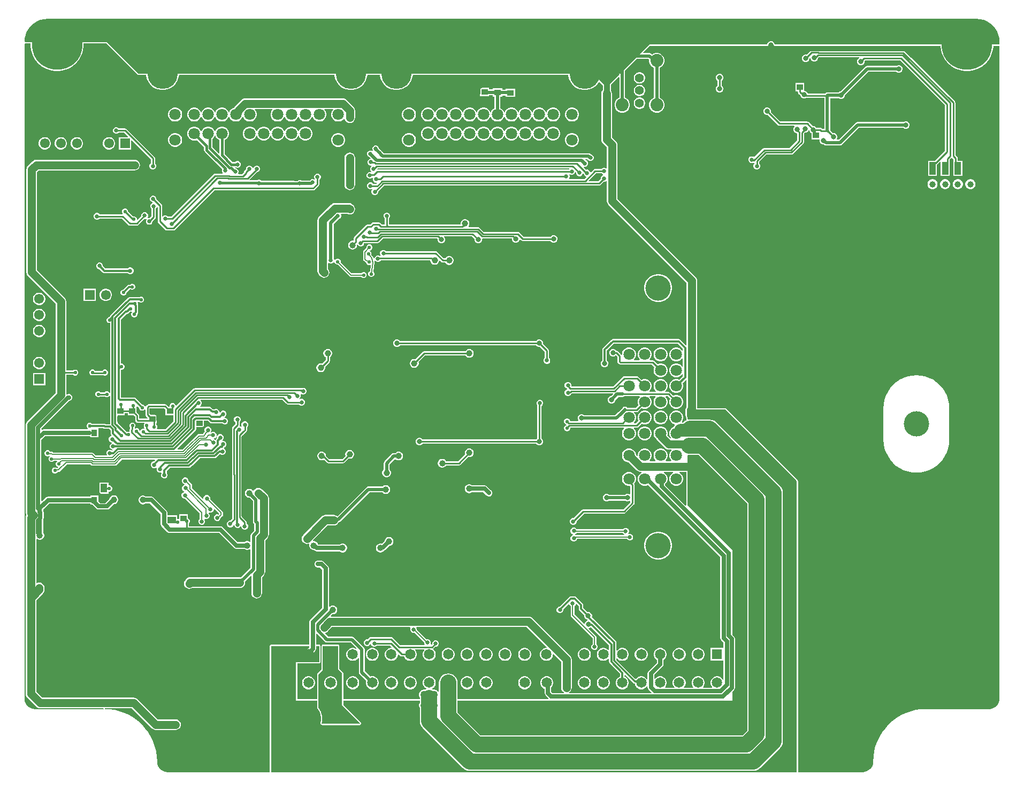
<source format=gbl>
G04*
G04 #@! TF.GenerationSoftware,Altium Limited,Altium Designer,23.7.1 (13)*
G04*
G04 Layer_Physical_Order=2*
G04 Layer_Color=16711680*
%FSLAX25Y25*%
%MOIN*%
G70*
G04*
G04 #@! TF.SameCoordinates,3671DF12-B1F1-4326-BA21-4D3E62DEF6AE*
G04*
G04*
G04 #@! TF.FilePolarity,Positive*
G04*
G01*
G75*
%ADD17C,0.01000*%
%ADD31R,0.03740X0.03937*%
%ADD91R,0.03937X0.03740*%
%ADD95R,0.06496X0.06496*%
%ADD96C,0.06496*%
%ADD113C,0.02480*%
%ADD114C,0.00500*%
%ADD149R,0.04331X0.03740*%
%ADD150R,0.04331X0.03543*%
%ADD159C,0.01200*%
%ADD160C,0.02000*%
%ADD161C,0.01500*%
%ADD162C,0.00800*%
%ADD163C,0.02500*%
%ADD164C,0.08000*%
%ADD165C,0.05000*%
%ADD166C,0.10000*%
%ADD167R,0.06102X0.06102*%
%ADD168C,0.06102*%
%ADD169C,0.07087*%
%ADD170C,0.15748*%
%ADD171C,0.18898*%
%ADD172R,0.06102X0.06102*%
%ADD173C,0.20669*%
%ADD174C,0.08071*%
%ADD175C,0.05591*%
%ADD176C,0.03937*%
%ADD177C,0.31496*%
%ADD178C,0.02598*%
%ADD179C,0.02205*%
%ADD180C,0.02362*%
%ADD181C,0.03150*%
%ADD182C,0.05000*%
%ADD183R,0.05339X0.04152*%
%ADD184R,0.04152X0.05339*%
%ADD185R,0.03937X0.07874*%
G36*
X596749Y470970D02*
X598955Y470441D01*
X601051Y469573D01*
X602985Y468387D01*
X604710Y466914D01*
X606183Y465190D01*
X607368Y463255D01*
X608236Y461160D01*
X608765Y458954D01*
X608938Y456764D01*
X608924Y456693D01*
Y455118D01*
X468862D01*
Y455246D01*
X468503Y456114D01*
X467838Y456779D01*
X466970Y457139D01*
X466030D01*
X465162Y456779D01*
X464497Y456114D01*
X464138Y455246D01*
Y455118D01*
X390618D01*
X372508Y437008D01*
X371855D01*
X372046Y436546D01*
X366000Y430500D01*
Y410500D01*
X362500D01*
Y430000D01*
X355954Y436546D01*
X356145Y437008D01*
X72492D01*
X52807Y456693D01*
X1781D01*
X1332Y457193D01*
X1471Y458954D01*
X2000Y461160D01*
X2868Y463255D01*
X4053Y465190D01*
X5527Y466914D01*
X7252Y468387D01*
X9185Y469573D01*
X11281Y470441D01*
X13487Y470970D01*
X15677Y471142D01*
X15748Y471128D01*
X594488D01*
X594559Y471142D01*
X596749Y470970D01*
D02*
G37*
G36*
X71924Y436440D02*
X72185Y436266D01*
X72492Y436205D01*
X77165D01*
Y436000D01*
X77559Y434022D01*
X78330Y432159D01*
X79451Y430483D01*
X80876Y429057D01*
X82553Y427937D01*
X84416Y427165D01*
X86393Y426772D01*
X88410D01*
X90387Y427165D01*
X92250Y427937D01*
X93927Y429057D01*
X95353Y430483D01*
X96473Y432159D01*
X97244Y434022D01*
X97638Y436000D01*
Y436205D01*
X194488D01*
Y436000D01*
X194882Y434022D01*
X195653Y432159D01*
X196773Y430483D01*
X198199Y429057D01*
X199876Y427937D01*
X201739Y427165D01*
X203716Y426772D01*
X205733D01*
X207710Y427165D01*
X209573Y427937D01*
X211250Y429057D01*
X212675Y430483D01*
X213796Y432159D01*
X214567Y434022D01*
X214961Y436000D01*
Y436205D01*
X222835D01*
Y436000D01*
X223228Y434022D01*
X224000Y432159D01*
X225120Y430483D01*
X226546Y429057D01*
X228222Y427937D01*
X230085Y427165D01*
X232063Y426772D01*
X234079D01*
X236057Y427165D01*
X237919Y427937D01*
X239596Y429057D01*
X241022Y430483D01*
X242142Y432159D01*
X242914Y434022D01*
X243307Y436000D01*
Y436205D01*
X340158D01*
Y436000D01*
X340551Y434022D01*
X341322Y432159D01*
X342443Y430483D01*
X343868Y429057D01*
X345545Y427937D01*
X347408Y427165D01*
X349385Y426772D01*
X351402D01*
X353380Y427165D01*
X355242Y427937D01*
X356919Y429057D01*
X358345Y430483D01*
X359142Y431676D01*
X359640Y431725D01*
X361697Y429668D01*
Y426877D01*
X361655Y426845D01*
X361523Y426672D01*
X361369Y426518D01*
X361261Y426330D01*
X361128Y426158D01*
X361045Y425957D01*
X360937Y425769D01*
X360880Y425559D01*
X360797Y425358D01*
X360769Y425143D01*
X360713Y424933D01*
Y424716D01*
X360684Y424500D01*
Y418500D01*
Y412500D01*
Y396000D01*
X360797Y395142D01*
X361128Y394342D01*
X361655Y393655D01*
X364184Y391127D01*
Y378156D01*
X363722Y377965D01*
X363682Y378005D01*
X362915Y378323D01*
X362085D01*
X361318Y378005D01*
X360862Y377549D01*
X356931D01*
X356429Y377449D01*
X356003Y377164D01*
X354283Y375445D01*
X353740Y375609D01*
X353503Y376180D01*
X352916Y376767D01*
X352149Y377085D01*
X351319D01*
X351225Y377046D01*
X349768Y378503D01*
X350052Y378927D01*
X350085Y378913D01*
X350915D01*
X351682Y379231D01*
X352269Y379818D01*
X352587Y380585D01*
Y381415D01*
X352269Y382182D01*
X351682Y382769D01*
X350915Y383087D01*
X350917Y383586D01*
X350955Y383678D01*
X352082D01*
X352231Y383318D01*
X352818Y382731D01*
X353585Y382413D01*
X354415D01*
X355182Y382731D01*
X355769Y383318D01*
X356087Y384085D01*
Y384915D01*
X355769Y385682D01*
X355182Y386269D01*
X354415Y386587D01*
X354329D01*
X354127Y386789D01*
X353536Y387184D01*
X352838Y387322D01*
X352838Y387322D01*
X225255D01*
X224721Y387856D01*
X224374Y388375D01*
X224374Y388375D01*
X222254Y390496D01*
Y390582D01*
X221936Y391349D01*
X221349Y391936D01*
X220582Y392254D01*
X219752D01*
X218985Y391936D01*
X218398Y391349D01*
X218080Y390582D01*
Y389752D01*
X218330Y389150D01*
X217955Y388775D01*
X217353Y389024D01*
X216523D01*
X215756Y388707D01*
X215169Y388120D01*
X214851Y387353D01*
Y386523D01*
X215169Y385756D01*
X215756Y385169D01*
X216394Y384905D01*
X216996Y384303D01*
X216774Y383817D01*
X216064Y383523D01*
X215477Y382936D01*
X215159Y382169D01*
Y381339D01*
X215477Y380572D01*
X216064Y379985D01*
X216831Y379667D01*
X217394D01*
X217506Y379429D01*
X217547Y379167D01*
X217016Y378636D01*
X216698Y377869D01*
Y377039D01*
X217016Y376272D01*
X217334Y375954D01*
X217051Y375530D01*
X216915Y375587D01*
X216085D01*
X215318Y375269D01*
X214731Y374682D01*
X214413Y373915D01*
Y373085D01*
X214731Y372318D01*
X215318Y371731D01*
X216085Y371413D01*
X216915D01*
X217682Y371731D01*
X217975Y372024D01*
X218399Y371741D01*
X218319Y371548D01*
Y370718D01*
X218637Y369951D01*
X219224Y369364D01*
X219991Y369047D01*
X220742D01*
X220898Y368832D01*
X220987Y368585D01*
X220530Y368128D01*
X218734D01*
X218699Y368213D01*
X218112Y368800D01*
X217345Y369118D01*
X216515D01*
X215748Y368800D01*
X215161Y368213D01*
X214843Y367446D01*
Y366616D01*
X215161Y365849D01*
X215748Y365262D01*
X216515Y364945D01*
X217345D01*
X217814Y365139D01*
X218097Y364715D01*
X217883Y364501D01*
X217565Y363734D01*
Y362904D01*
X217883Y362137D01*
X218470Y361550D01*
X219237Y361233D01*
X220067D01*
X220834Y361550D01*
X221421Y362137D01*
X221739Y362904D01*
Y363502D01*
X225424Y367187D01*
X359331D01*
X359833Y367287D01*
X360259Y367572D01*
X362270Y369583D01*
X362915D01*
X363682Y369900D01*
X363722Y369941D01*
X364184Y369749D01*
Y357500D01*
X364297Y356642D01*
X364629Y355842D01*
X365155Y355155D01*
X413855Y306455D01*
Y267798D01*
X413393Y267607D01*
X410000Y271000D01*
X409541Y271307D01*
X409000Y271415D01*
X368000D01*
X367459Y271307D01*
X367000Y271000D01*
X361815Y265815D01*
X361508Y265356D01*
X361401Y264815D01*
Y258251D01*
X360812Y257663D01*
X360453Y256795D01*
Y256795D01*
D01*
Y255855D01*
X360812Y254987D01*
X361477Y254323D01*
X362345Y253963D01*
X363285D01*
X364153Y254323D01*
X364818Y254987D01*
X365177Y255855D01*
Y256795D01*
Y256795D01*
X364818Y257663D01*
X364230Y258251D01*
Y264229D01*
X368586Y268585D01*
X408414D01*
X411585Y265414D01*
Y264362D01*
X411085Y264228D01*
X410946Y264470D01*
X410139Y265276D01*
X409152Y265847D01*
X408050Y266142D01*
X406910D01*
X405809Y265847D01*
X404821Y265276D01*
X404015Y264470D01*
X403445Y263483D01*
X403150Y262381D01*
Y261241D01*
X403445Y260139D01*
X404015Y259152D01*
X404821Y258346D01*
X405809Y257775D01*
X406910Y257480D01*
X408050D01*
X409152Y257775D01*
X410139Y258346D01*
X410946Y259152D01*
X411085Y259394D01*
X411585Y259260D01*
Y254520D01*
X411085Y254386D01*
X410946Y254628D01*
X410139Y255434D01*
X409152Y256004D01*
X408050Y256299D01*
X406910D01*
X405809Y256004D01*
X404821Y255434D01*
X404015Y254628D01*
X403445Y253640D01*
X403150Y252539D01*
Y251398D01*
X403445Y250297D01*
X404015Y249309D01*
X404821Y248503D01*
X405809Y247933D01*
X406910Y247638D01*
X408050D01*
X409152Y247933D01*
X410139Y248503D01*
X410946Y249309D01*
X411085Y249551D01*
X411585Y249417D01*
Y248232D01*
X409382Y246028D01*
X409152Y246162D01*
X408050Y246457D01*
X406910D01*
X405809Y246162D01*
X404821Y245591D01*
X404015Y244785D01*
X403445Y243798D01*
X403150Y242696D01*
Y241556D01*
X403445Y240454D01*
X404015Y239467D01*
X404821Y238661D01*
X405809Y238090D01*
X406910Y237795D01*
X408050D01*
X409152Y238090D01*
X410139Y238661D01*
X410946Y239467D01*
X411516Y240454D01*
X411811Y241556D01*
Y242696D01*
X411516Y243798D01*
X411383Y244028D01*
X413393Y246039D01*
X413855Y245847D01*
Y229263D01*
X413660Y229009D01*
X413329Y228209D01*
X413216Y227351D01*
Y224049D01*
X413329Y223190D01*
X413660Y222391D01*
X413697Y222342D01*
Y221550D01*
X413702Y221524D01*
X413699Y221498D01*
X413733Y221371D01*
X413758Y221243D01*
X413768Y221153D01*
X413670Y220799D01*
X413590Y220675D01*
X413564Y220655D01*
X413105Y220464D01*
X411896Y219537D01*
X411736Y219329D01*
X411133D01*
X411072Y219476D01*
X410973Y219829D01*
X411516Y220769D01*
X411811Y221871D01*
Y223011D01*
X411516Y224113D01*
X410946Y225100D01*
X410139Y225906D01*
X409152Y226477D01*
X408050Y226772D01*
X406910D01*
X405809Y226477D01*
X404821Y225906D01*
X404015Y225100D01*
X403445Y224113D01*
X403150Y223011D01*
Y221871D01*
X403445Y220769D01*
X404015Y219782D01*
X404821Y218975D01*
X405809Y218405D01*
X406289Y218277D01*
X406436Y217720D01*
X405818Y216914D01*
X405669Y216553D01*
X404821Y216064D01*
X404015Y215258D01*
X403445Y214270D01*
X403150Y213169D01*
Y212028D01*
X403445Y210927D01*
X403991Y209980D01*
X403991Y209879D01*
X403812Y209435D01*
X403764Y209425D01*
X401798Y211391D01*
X401968Y212028D01*
Y213169D01*
X401673Y214270D01*
X401103Y215258D01*
X400297Y216064D01*
X399309Y216634D01*
X398208Y216929D01*
X397068D01*
X395966Y216634D01*
X394979Y216064D01*
X394172Y215258D01*
X393602Y214270D01*
X393307Y213169D01*
Y212028D01*
X393602Y210927D01*
X394172Y209939D01*
X394979Y209133D01*
X395046Y209094D01*
X395165Y208805D01*
X395692Y208118D01*
X400388Y203423D01*
X401074Y202896D01*
X401874Y202565D01*
X402732Y202452D01*
X404282D01*
X404489Y201952D01*
X404015Y201478D01*
X403445Y200490D01*
X403150Y199389D01*
Y198249D01*
X403445Y197147D01*
X404015Y196160D01*
X404371Y195804D01*
X404164Y195304D01*
X400954D01*
X400747Y195804D01*
X401103Y196160D01*
X401673Y197147D01*
X401968Y198249D01*
Y199389D01*
X401673Y200490D01*
X401103Y201478D01*
X400297Y202284D01*
X399309Y202854D01*
X398208Y203150D01*
X397068D01*
X395966Y202854D01*
X394979Y202284D01*
X394172Y201478D01*
X393602Y200490D01*
X393307Y199389D01*
Y198249D01*
X393602Y197147D01*
X394172Y196160D01*
X394528Y195804D01*
X394321Y195304D01*
X391112D01*
X390905Y195804D01*
X391261Y196160D01*
X391831Y197147D01*
X392126Y198249D01*
Y199389D01*
X391831Y200490D01*
X391261Y201478D01*
X390454Y202284D01*
X389467Y202854D01*
X388365Y203150D01*
X387225D01*
X386124Y202854D01*
X385136Y202284D01*
X384330Y201478D01*
X383760Y200490D01*
X383465Y199389D01*
Y198886D01*
X382965Y198679D01*
X382283Y199360D01*
Y199389D01*
X381988Y200490D01*
X381418Y201478D01*
X380612Y202284D01*
X379624Y202854D01*
X378523Y203150D01*
X377383D01*
X376281Y202854D01*
X375294Y202284D01*
X374487Y201478D01*
X373917Y200490D01*
X373622Y199389D01*
Y198249D01*
X373917Y197147D01*
X374487Y196160D01*
X375294Y195353D01*
X376281Y194783D01*
X377383Y194488D01*
X377777D01*
X382621Y189644D01*
X383308Y189117D01*
X384108Y188785D01*
X384966Y188672D01*
X385790D01*
X385924Y188172D01*
X385136Y187717D01*
X384330Y186911D01*
X383760Y185924D01*
X383465Y184822D01*
Y183682D01*
X383760Y182580D01*
X384330Y181593D01*
X385136Y180787D01*
X386124Y180216D01*
X387225Y179921D01*
X388365D01*
X389467Y180216D01*
X389890Y180461D01*
X390336Y180014D01*
X390336Y180014D01*
X434923Y135428D01*
Y85000D01*
X435081Y84205D01*
X435531Y83531D01*
X436923Y82139D01*
Y79333D01*
X436909Y78839D01*
X436423Y78839D01*
X428839D01*
Y70768D01*
X436909Y70768D01*
X436923Y70273D01*
Y59145D01*
X436423Y59011D01*
X436103Y59564D01*
X435352Y60316D01*
X434432Y60847D01*
X433405Y61122D01*
X432343D01*
X431316Y60847D01*
X430396Y60316D01*
X429645Y59564D01*
X429114Y58644D01*
X428839Y57618D01*
Y56555D01*
X429114Y55529D01*
X429645Y54609D01*
X429913Y54340D01*
X429722Y53878D01*
X424215D01*
X424024Y54340D01*
X424292Y54609D01*
X424823Y55529D01*
X425098Y56555D01*
Y57618D01*
X424823Y58644D01*
X424292Y59564D01*
X423541Y60316D01*
X422621Y60847D01*
X421594Y61122D01*
X420532D01*
X419505Y60847D01*
X418585Y60316D01*
X417834Y59564D01*
X417303Y58644D01*
X417028Y57618D01*
Y56555D01*
X417303Y55529D01*
X417834Y54609D01*
X418102Y54340D01*
X417911Y53878D01*
X412404D01*
X412213Y54340D01*
X412481Y54609D01*
X413012Y55529D01*
X413287Y56555D01*
Y57618D01*
X413012Y58644D01*
X412481Y59564D01*
X411730Y60316D01*
X410810Y60847D01*
X409783Y61122D01*
X408721D01*
X407694Y60847D01*
X406774Y60316D01*
X406023Y59564D01*
X405492Y58644D01*
X405217Y57618D01*
Y56555D01*
X405492Y55529D01*
X406023Y54609D01*
X406291Y54340D01*
X406100Y53878D01*
X400593D01*
X400402Y54340D01*
X400670Y54609D01*
X401201Y55529D01*
X401476Y56555D01*
Y57618D01*
X401201Y58644D01*
X400670Y59564D01*
X399919Y60316D01*
X398999Y60847D01*
X397972Y61122D01*
X396910D01*
X395883Y60847D01*
X394963Y60316D01*
X394247Y59600D01*
X393980Y59627D01*
X393747Y59689D01*
Y61927D01*
X398910Y67090D01*
X398910Y67090D01*
X399360Y67764D01*
X399518Y68559D01*
Y71343D01*
X399919Y71574D01*
X400670Y72325D01*
X401201Y73246D01*
X401476Y74272D01*
Y75334D01*
X401201Y76361D01*
X400670Y77281D01*
X399919Y78032D01*
X398999Y78564D01*
X397972Y78839D01*
X396910D01*
X395883Y78564D01*
X394963Y78032D01*
X394212Y77281D01*
X393681Y76361D01*
X393406Y75334D01*
Y74272D01*
X393681Y73246D01*
X394212Y72325D01*
X394963Y71574D01*
X395364Y71343D01*
Y69419D01*
X390201Y64257D01*
X389751Y63583D01*
X389593Y62788D01*
Y59294D01*
X389092Y59160D01*
X388859Y59564D01*
X388108Y60316D01*
X387188Y60847D01*
X386161Y61122D01*
X385099D01*
X384072Y60847D01*
X383152Y60316D01*
X382522Y59686D01*
X381911Y59589D01*
X370115Y71386D01*
Y72198D01*
X370455Y72289D01*
X370615Y72300D01*
X371341Y71574D01*
X372261Y71043D01*
X373288Y70768D01*
X374350D01*
X375377Y71043D01*
X376297Y71574D01*
X377048Y72325D01*
X377579Y73246D01*
X377854Y74272D01*
Y75334D01*
X377579Y76361D01*
X377048Y77281D01*
X376297Y78032D01*
X375377Y78564D01*
X374350Y78839D01*
X373288D01*
X372261Y78564D01*
X371341Y78032D01*
X370615Y77306D01*
X370455Y77317D01*
X370115Y77408D01*
Y82290D01*
X370007Y82831D01*
X369700Y83290D01*
X354869Y98122D01*
X354960Y98341D01*
Y99281D01*
X354600Y100149D01*
X353936Y100814D01*
X353067Y101173D01*
X352236D01*
X349585Y103824D01*
Y105429D01*
X349478Y105971D01*
X349171Y106430D01*
X345083Y110518D01*
X344624Y110825D01*
X344082Y110932D01*
X341681D01*
X341139Y110825D01*
X340680Y110518D01*
X334749Y104587D01*
X334585D01*
X333818Y104269D01*
X333231Y103682D01*
X332913Y102915D01*
Y102085D01*
X333231Y101318D01*
X333818Y100731D01*
X334585Y100413D01*
X335415D01*
X336182Y100731D01*
X336769Y101318D01*
X337087Y102085D01*
Y102915D01*
X337084Y102921D01*
X340333Y106169D01*
X340877Y106006D01*
X341113Y105436D01*
X341671Y104878D01*
Y99119D01*
X341671Y99118D01*
X341763Y98655D01*
X342025Y98262D01*
X355289Y84999D01*
Y81240D01*
X354731Y80682D01*
X354413Y79915D01*
Y79085D01*
X354731Y78318D01*
X355318Y77731D01*
X356085Y77413D01*
X356915D01*
X357682Y77731D01*
X358269Y78318D01*
X358587Y79085D01*
Y79915D01*
X358269Y80682D01*
X357711Y81240D01*
Y85500D01*
X357618Y85963D01*
X357356Y86356D01*
X357356Y86356D01*
X352839Y90873D01*
X353031Y91335D01*
X353273D01*
X354141Y91694D01*
X354223Y91776D01*
X365585Y80414D01*
Y77640D01*
X365085Y77433D01*
X364486Y78032D01*
X363565Y78564D01*
X362539Y78839D01*
X361477D01*
X360450Y78564D01*
X359530Y78032D01*
X358779Y77281D01*
X358247Y76361D01*
X357972Y75334D01*
Y74272D01*
X358247Y73246D01*
X358779Y72325D01*
X359530Y71574D01*
X360450Y71043D01*
X361477Y70768D01*
X362539D01*
X363565Y71043D01*
X364486Y71574D01*
X365085Y72174D01*
X365585Y71967D01*
Y70096D01*
X365693Y69555D01*
X366000Y69096D01*
X372404Y62691D01*
Y60885D01*
X372261Y60847D01*
X371341Y60316D01*
X370590Y59564D01*
X370058Y58644D01*
X369783Y57618D01*
Y56555D01*
X370058Y55529D01*
X370590Y54609D01*
X371341Y53857D01*
X372261Y53326D01*
X373288Y53051D01*
X374350D01*
X375377Y53326D01*
X376297Y53857D01*
X377048Y54609D01*
X377579Y55529D01*
X377854Y56555D01*
Y57618D01*
X377579Y58644D01*
X377048Y59564D01*
X376297Y60316D01*
X375377Y60847D01*
X375234Y60885D01*
Y61613D01*
X375695Y61804D01*
X380652Y56848D01*
X381111Y56541D01*
X381626Y56438D01*
X381870Y55529D01*
X382401Y54609D01*
X383152Y53857D01*
X384072Y53326D01*
X385099Y53051D01*
X386161D01*
X387188Y53326D01*
X388108Y53857D01*
X388859Y54609D01*
X389092Y55013D01*
X389593Y54879D01*
Y54330D01*
X389751Y53535D01*
X390201Y52861D01*
X392023Y51039D01*
X391832Y50577D01*
X340634D01*
X340534Y51077D01*
X340658Y51129D01*
X341345Y51655D01*
X341872Y52342D01*
X342203Y53142D01*
X342316Y54000D01*
Y71621D01*
X342203Y72479D01*
X341872Y73278D01*
X341345Y73965D01*
X317899Y97411D01*
X317212Y97938D01*
X316412Y98269D01*
X315554Y98382D01*
X192456D01*
X192264Y98844D01*
X193165Y99744D01*
X193831D01*
X194532Y99932D01*
X195161Y100295D01*
X195674Y100808D01*
X196037Y101436D01*
X196224Y102137D01*
Y102863D01*
X196037Y103564D01*
X195674Y104192D01*
X195161Y104705D01*
X194532Y105068D01*
X193831Y105256D01*
X193106D01*
X192405Y105068D01*
X191776Y104705D01*
X191577Y104506D01*
X191077Y104713D01*
Y128500D01*
X190919Y129295D01*
X190469Y129969D01*
X190469Y129969D01*
X187858Y132580D01*
X187184Y133030D01*
X186389Y133188D01*
X184552D01*
X184484Y133217D01*
X183654D01*
X182887Y132899D01*
X182300Y132312D01*
X181982Y131545D01*
Y130715D01*
X182300Y129948D01*
X182887Y129361D01*
X183289Y129194D01*
X183293Y129192D01*
X183297Y129191D01*
X183654Y129043D01*
X184040D01*
X184088Y129034D01*
X185528D01*
X186923Y127640D01*
Y103860D01*
X179531Y96469D01*
X179081Y95795D01*
X178923Y95000D01*
Y80803D01*
X155000D01*
X154693Y80742D01*
X154432Y80568D01*
X154258Y80307D01*
X154197Y80000D01*
Y46000D01*
Y44500D01*
Y1313D01*
X90551D01*
X90528Y1308D01*
X89270Y1432D01*
X88038Y1806D01*
X86902Y2413D01*
X85907Y3230D01*
X85090Y4225D01*
X84483Y5361D01*
X84109Y6593D01*
X84031Y7385D01*
X84004Y7874D01*
X84004D01*
X83846Y11091D01*
X83373Y14277D01*
X82591Y17402D01*
X81506Y20435D01*
X80128Y23347D01*
X78472Y26109D01*
X76554Y28697D01*
X74391Y31083D01*
X72004Y33246D01*
X69417Y35165D01*
X66654Y36821D01*
X63742Y38199D01*
X60709Y39284D01*
X57585Y40066D01*
X54398Y40539D01*
X51677Y40673D01*
X51442Y40684D01*
X51443Y40764D01*
X51443D01*
X51454Y41184D01*
X51645Y41184D01*
X51454Y41184D01*
Y41184D01*
X68127D01*
X80655Y28655D01*
X81342Y28128D01*
X82142Y27797D01*
X83000Y27684D01*
X95500D01*
X96358Y27797D01*
X97158Y28128D01*
X97845Y28655D01*
X98371Y29342D01*
X98703Y30142D01*
X98816Y31000D01*
X98703Y31858D01*
X98371Y32658D01*
X97845Y33345D01*
X97158Y33871D01*
X96358Y34203D01*
X95500Y34316D01*
X84373D01*
X71845Y46845D01*
X71158Y47372D01*
X70358Y47703D01*
X69500Y47816D01*
X12373D01*
X8745Y51445D01*
Y108627D01*
X12845Y112726D01*
X13372Y113413D01*
X13703Y114213D01*
X13816Y115071D01*
Y116244D01*
X13703Y117102D01*
X13372Y117902D01*
X12845Y118589D01*
X12158Y119116D01*
X11358Y119447D01*
X10500Y119560D01*
X9642Y119447D01*
X9245Y119282D01*
X8745Y119616D01*
Y146604D01*
X8971Y146697D01*
X9245Y146772D01*
X9834Y146432D01*
X10535Y146244D01*
X11260D01*
X11961Y146432D01*
X12590Y146795D01*
X13103Y147308D01*
X13465Y147936D01*
X13653Y148637D01*
Y149363D01*
X13465Y150064D01*
X13103Y150692D01*
X12975Y150820D01*
Y158654D01*
X13169Y158945D01*
X13327Y159740D01*
X13327Y159740D01*
Y163260D01*
X13327Y163260D01*
X13169Y164055D01*
X12975Y164346D01*
Y165037D01*
X16860Y168923D01*
X42283D01*
Y168244D01*
X43564D01*
X45995Y165813D01*
X46669Y165362D01*
X47464Y165204D01*
X47464Y165204D01*
X52868D01*
X53663Y165362D01*
X54337Y165813D01*
X57030Y168506D01*
X57337D01*
X58038Y168694D01*
X58666Y169057D01*
X59179Y169570D01*
X59542Y170199D01*
X59730Y170899D01*
Y171625D01*
X59542Y172326D01*
X59179Y172954D01*
X58666Y173468D01*
X58038Y173830D01*
X57337Y174018D01*
X56611D01*
X55910Y173830D01*
X55282Y173468D01*
X54769Y172954D01*
X54406Y172326D01*
X54218Y171625D01*
Y171570D01*
X52007Y169359D01*
X48325D01*
X47598Y170085D01*
Y173756D01*
X42283D01*
Y173077D01*
X16000D01*
X15205Y172919D01*
X14531Y172469D01*
X12289Y170227D01*
X11827Y170418D01*
Y208594D01*
X14156Y210923D01*
X41821D01*
X41897Y210938D01*
X42283Y210621D01*
Y210244D01*
X47598D01*
Y215756D01*
X48065Y215837D01*
X50468D01*
X50886Y215558D01*
X51427Y215451D01*
X54276D01*
X55085Y214641D01*
Y212662D01*
X55193Y212120D01*
X55500Y211662D01*
X55560Y211601D01*
X55397Y211057D01*
X54827Y210821D01*
X54240Y210234D01*
X53923Y209467D01*
Y208637D01*
X54240Y207870D01*
X54827Y207283D01*
X55594Y206966D01*
X55711D01*
X55810Y206466D01*
X55381Y206288D01*
X54794Y205701D01*
X54476Y204934D01*
Y204104D01*
X54794Y203337D01*
X55381Y202750D01*
X56054Y202471D01*
X56134Y202288D01*
X56127Y202219D01*
X55961Y201986D01*
X55785Y201979D01*
X55695Y202069D01*
X54928Y202387D01*
X54098D01*
X53331Y202069D01*
X52745Y201482D01*
X52427Y200715D01*
Y199885D01*
X52664Y199311D01*
X52398Y198811D01*
X45793D01*
X44248Y200356D01*
X43856Y200619D01*
X43392Y200711D01*
X43392Y200711D01*
X19196D01*
X19095Y200812D01*
X18702Y201074D01*
X18239Y201166D01*
X18239Y201166D01*
X17397D01*
X17344Y201295D01*
X16812Y201826D01*
X16118Y202114D01*
X15366D01*
X14671Y201826D01*
X14140Y201295D01*
X13852Y200600D01*
Y199848D01*
X14140Y199154D01*
X14671Y198622D01*
X15366Y198334D01*
X16118D01*
X16812Y198622D01*
X17095Y198239D01*
X16642Y197786D01*
X16354Y197092D01*
Y196340D01*
X16642Y195645D01*
X17174Y195114D01*
X17868Y194826D01*
X18620D01*
X19315Y195114D01*
X19692Y195491D01*
X21487D01*
X21644Y194991D01*
X21224Y194571D01*
X20936Y193876D01*
Y193124D01*
X21224Y192429D01*
X21755Y191898D01*
X22036Y191782D01*
X22158Y191264D01*
X21961Y191030D01*
X21423Y191015D01*
X21376Y191061D01*
X20681Y191349D01*
X19930D01*
X19235Y191061D01*
X18703Y190530D01*
X18416Y189835D01*
Y189083D01*
X18703Y188389D01*
X19235Y187857D01*
X19930Y187570D01*
X20681D01*
X21376Y187857D01*
X21907Y188389D01*
X21961Y188517D01*
X22593D01*
X22593Y188517D01*
X23056Y188610D01*
X23449Y188872D01*
X27787Y193210D01*
X42454D01*
X42820Y192845D01*
X42820Y192845D01*
X43213Y192582D01*
X43676Y192490D01*
X57837D01*
X57837Y192490D01*
X58301Y192582D01*
X58694Y192845D01*
X62038Y196189D01*
X82535D01*
X82727Y195727D01*
X82086Y195087D01*
X81685D01*
X80918Y194769D01*
X80331Y194182D01*
X80014Y193415D01*
Y192585D01*
X80331Y191818D01*
X80918Y191231D01*
X81685Y190913D01*
X82515D01*
X83282Y191231D01*
X83388Y191337D01*
X83812Y191053D01*
X83640Y190639D01*
Y189809D01*
X83958Y189042D01*
X84545Y188455D01*
X85312Y188138D01*
X86142D01*
X86266Y188189D01*
X86895Y187920D01*
X86915Y187866D01*
X86731Y187682D01*
X86413Y186915D01*
Y186085D01*
X86731Y185318D01*
X87318Y184731D01*
X88085Y184413D01*
X88915D01*
X89682Y184731D01*
X90269Y185318D01*
X90587Y186085D01*
Y186915D01*
X90269Y187682D01*
X90014Y187937D01*
Y189013D01*
X92086Y191085D01*
X103808D01*
X104350Y191193D01*
X104809Y191500D01*
X105496Y192187D01*
X105526Y192193D01*
X105984Y192500D01*
X110670Y197185D01*
X119908D01*
X120450Y197293D01*
X120909Y197600D01*
X123154Y199845D01*
X123530Y199470D01*
X124296Y199152D01*
X125127D01*
X125893Y199470D01*
X126480Y200057D01*
X126798Y200824D01*
Y201654D01*
X126480Y202421D01*
X125893Y203008D01*
X125807Y203044D01*
X125655Y203647D01*
X125760Y203803D01*
X126283Y204020D01*
X126870Y204607D01*
X127187Y205374D01*
Y206204D01*
X126870Y206971D01*
X126283Y207558D01*
X125516Y207876D01*
X124864D01*
X124666Y208367D01*
X125127Y208828D01*
X125445Y209595D01*
Y210425D01*
X125127Y211192D01*
X124540Y211779D01*
X123773Y212097D01*
X122943D01*
X122176Y211779D01*
X121589Y211192D01*
X121271Y210425D01*
Y209595D01*
X121286Y209560D01*
X120933Y209208D01*
X120696Y208852D01*
X120413Y208717D01*
X120102Y208672D01*
X119552Y208899D01*
X119486Y209274D01*
X119503Y209420D01*
X120059Y209651D01*
X120646Y210238D01*
X120964Y211005D01*
Y211835D01*
X120646Y212602D01*
X120059Y213189D01*
X119292Y213506D01*
X118462D01*
X117861Y213257D01*
X117528Y213660D01*
X117787Y214285D01*
Y215115D01*
X117469Y215882D01*
X116882Y216469D01*
X116115Y216787D01*
X115285D01*
X114518Y216469D01*
X113931Y215882D01*
X113613Y215115D01*
Y214285D01*
X113729Y214006D01*
X113294Y213572D01*
X113031Y213179D01*
X112939Y212716D01*
X112939Y212716D01*
Y212651D01*
X112498Y212211D01*
X110012D01*
X110012Y212211D01*
X109548Y212119D01*
X109155Y211856D01*
X109155Y211856D01*
X103187Y205888D01*
X103165Y205883D01*
X102772Y205621D01*
X102772Y205621D01*
X99662Y202511D01*
X96816D01*
X96624Y202973D01*
X107900Y214249D01*
X108207Y214708D01*
X108315Y215249D01*
Y216402D01*
X113256D01*
Y220615D01*
X115633D01*
X116978Y219270D01*
X117437Y218963D01*
X117978Y218856D01*
X124604D01*
X124989Y218471D01*
X125756Y218153D01*
X126586D01*
X127353Y218471D01*
X127940Y219057D01*
X128258Y219824D01*
Y220655D01*
X127940Y221421D01*
X127353Y222008D01*
X126586Y222326D01*
X126208D01*
X126109Y222826D01*
X126349Y222926D01*
X126936Y223513D01*
X127254Y224280D01*
Y225110D01*
X126936Y225877D01*
X126349Y226464D01*
X125583Y226781D01*
X124752D01*
X123986Y226464D01*
X123398Y225877D01*
X123336Y225725D01*
X122836Y225824D01*
Y226265D01*
X122518Y227032D01*
X121931Y227619D01*
X121164Y227937D01*
X120334D01*
X119567Y227619D01*
X119480Y227532D01*
X118938D01*
X117801Y228670D01*
X117342Y228976D01*
X116801Y229084D01*
X110728D01*
X110628Y229584D01*
X110984Y229731D01*
X111571Y230318D01*
X111888Y231085D01*
Y231915D01*
X111571Y232682D01*
X111065Y233187D01*
X111154Y233573D01*
X111218Y233687D01*
X161956D01*
X164572Y231072D01*
X164998Y230787D01*
X165500Y230687D01*
X172362D01*
X172818Y230231D01*
X173585Y229913D01*
X174415D01*
X175182Y230231D01*
X175769Y230818D01*
X176087Y231585D01*
Y232415D01*
X175769Y233182D01*
X175182Y233769D01*
X174415Y234087D01*
X173585D01*
X172912Y233808D01*
X172682Y234231D01*
X173269Y234818D01*
X173587Y235585D01*
Y236415D01*
X173389Y236892D01*
X173738Y237162D01*
X173805Y237193D01*
X174555Y236883D01*
X175385D01*
X176152Y237201D01*
X176739Y237788D01*
X177056Y238555D01*
Y239385D01*
X176739Y240152D01*
X176152Y240739D01*
X175385Y241056D01*
X174555D01*
X173843Y240761D01*
X173585Y240813D01*
X107479D01*
X106977Y240713D01*
X106551Y240428D01*
X96008Y229886D01*
X95481Y230065D01*
X95259Y230602D01*
X94727Y231134D01*
X94033Y231421D01*
X93281D01*
X92586Y231134D01*
X92055Y230602D01*
X91767Y229907D01*
Y229217D01*
X91100D01*
X89960Y230357D01*
X89534Y230642D01*
X89031Y230742D01*
X78617D01*
X78115Y230642D01*
X77689Y230357D01*
X77103Y229771D01*
X76909Y229481D01*
X76433Y229471D01*
X76363Y229494D01*
X76267Y229726D01*
X75735Y230257D01*
X75041Y230545D01*
X74775D01*
X70820Y234500D01*
X70361Y234807D01*
X69820Y234915D01*
X61415D01*
Y252326D01*
X62101D01*
X62796Y252613D01*
X63328Y253145D01*
X63615Y253840D01*
Y254591D01*
X63328Y255286D01*
X62796Y255818D01*
X62101Y256105D01*
X61415D01*
Y283496D01*
X64957Y287038D01*
X65225D01*
X65766Y287145D01*
X66225Y287452D01*
X67249Y288476D01*
X67786D01*
X68049Y288585D01*
X68332Y288161D01*
X68160Y287989D01*
X67872Y287294D01*
Y286542D01*
X68160Y285848D01*
X68691Y285316D01*
X69386Y285028D01*
X70137D01*
X70832Y285316D01*
X71364Y285848D01*
X71651Y286542D01*
Y286997D01*
X71847Y287192D01*
X72153Y287651D01*
X72261Y288193D01*
Y292382D01*
X72153Y292923D01*
X72051Y293076D01*
X72067Y293114D01*
Y293866D01*
X71931Y294194D01*
X72201Y294627D01*
X72664Y294663D01*
X72930Y294398D01*
X73624Y294110D01*
X74376D01*
X75071Y294398D01*
X75602Y294930D01*
X75890Y295624D01*
Y296376D01*
X75602Y297071D01*
X75071Y297602D01*
X74376Y297890D01*
X73624D01*
X72941Y297607D01*
X66996D01*
X66455Y297499D01*
X65996Y297193D01*
X55231Y286428D01*
X54925Y285969D01*
X54914Y285914D01*
X54173Y285173D01*
X54124D01*
X53430Y284886D01*
X52898Y284354D01*
X52610Y283659D01*
Y282908D01*
X52898Y282213D01*
X53430Y281681D01*
X54124Y281394D01*
X54817D01*
Y238014D01*
X54317Y237914D01*
X54252Y238071D01*
X53721Y238602D01*
X53026Y238890D01*
X52274D01*
X51580Y238602D01*
X51290Y238313D01*
X48757D01*
X48468Y238602D01*
X47774Y238890D01*
X47022D01*
X46327Y238602D01*
X45796Y238071D01*
X45508Y237376D01*
Y236624D01*
X45796Y235929D01*
X46327Y235398D01*
X47022Y235110D01*
X47774D01*
X48468Y235398D01*
X48757Y235687D01*
X51290D01*
X51580Y235398D01*
X52274Y235110D01*
X53026D01*
X53721Y235398D01*
X54252Y235929D01*
X54317Y236086D01*
X54817Y235986D01*
Y218280D01*
X52000D01*
X51582Y218559D01*
X51041Y218667D01*
X43341D01*
X43087Y218921D01*
X42364Y219220D01*
X41581D01*
X40857Y218921D01*
X40303Y218367D01*
X40004Y217643D01*
Y216860D01*
X40303Y216137D01*
X40857Y215583D01*
X40871Y215577D01*
X40772Y215077D01*
X13295D01*
X12500Y214919D01*
X12417Y214863D01*
X11938Y215102D01*
X11905Y215456D01*
X29362Y232913D01*
X29415D01*
X29772Y233061D01*
X29776Y233062D01*
X29780Y233065D01*
X30182Y233231D01*
X30769Y233818D01*
X31087Y234585D01*
Y235415D01*
X30769Y236182D01*
X30182Y236769D01*
X29415Y237087D01*
X28585D01*
X28517Y237058D01*
X28492D01*
X27791Y236919D01*
X27291Y237185D01*
Y249125D01*
X28178D01*
X28494Y249187D01*
X31640D01*
X31929Y248898D01*
X32624Y248610D01*
X33376D01*
X34071Y248898D01*
X34602Y249429D01*
X34890Y250124D01*
Y250876D01*
X34602Y251571D01*
X34071Y252102D01*
X33376Y252390D01*
X32624D01*
X31929Y252102D01*
X31640Y251813D01*
X28241D01*
X27925Y251750D01*
X27291D01*
Y295024D01*
X27178Y295883D01*
X26847Y296682D01*
X26320Y297369D01*
X9135Y314555D01*
Y375698D01*
X10121Y376684D01*
X70000D01*
X70858Y376797D01*
X71658Y377129D01*
X72345Y377655D01*
X72872Y378342D01*
X73203Y379142D01*
X73316Y380000D01*
X73203Y380858D01*
X72872Y381658D01*
X72345Y382345D01*
X71658Y382872D01*
X70858Y383203D01*
X70000Y383316D01*
X8748D01*
X7890Y383203D01*
X7090Y382872D01*
X6403Y382345D01*
X3474Y379416D01*
X2947Y378729D01*
X2616Y377929D01*
X2503Y377071D01*
Y313181D01*
X2616Y312323D01*
X2947Y311523D01*
X3474Y310837D01*
X20660Y293651D01*
Y250437D01*
Y237849D01*
X3155Y220345D01*
X2629Y219658D01*
X2297Y218858D01*
X2184Y218000D01*
Y163000D01*
X2297Y162142D01*
X2542Y161550D01*
X2226Y160787D01*
X2113Y159929D01*
Y110000D01*
Y50071D01*
X2226Y49213D01*
X2557Y48413D01*
X3084Y47726D01*
X8655Y42155D01*
X9342Y41629D01*
X10142Y41297D01*
X11000Y41184D01*
X50466D01*
X50682Y40684D01*
X50681Y40683D01*
X7874D01*
X7851Y40678D01*
X6593Y40802D01*
X5361Y41176D01*
X4225Y41783D01*
X3230Y42600D01*
X2413Y43595D01*
X1806Y44730D01*
X1432Y45963D01*
X1308Y47221D01*
X1313Y47244D01*
Y455484D01*
X1323Y455517D01*
X1408Y455640D01*
X1713Y455873D01*
X1781Y455890D01*
X5118D01*
Y454034D01*
X5401Y451885D01*
X5962Y449792D01*
X6792Y447789D01*
X7875Y445912D01*
X9195Y444192D01*
X10728Y442659D01*
X12447Y441340D01*
X14324Y440256D01*
X16327Y439427D01*
X18421Y438866D01*
X20570Y438583D01*
X22737D01*
X24886Y438866D01*
X26980Y439427D01*
X28983Y440256D01*
X30860Y441340D01*
X32579Y442659D01*
X34112Y444192D01*
X35432Y445912D01*
X36516Y447789D01*
X37345Y449792D01*
X37906Y451885D01*
X38189Y454034D01*
Y455890D01*
X52474D01*
X71924Y436440D01*
D02*
G37*
G36*
X467383Y456098D02*
X467822Y455660D01*
X468072Y455057D01*
X468120Y454811D01*
X468294Y454550D01*
X468555Y454376D01*
X468862Y454315D01*
X572047D01*
Y454034D01*
X572330Y451885D01*
X572891Y449792D01*
X573721Y447789D01*
X574804Y445912D01*
X576124Y444192D01*
X577657Y442659D01*
X579376Y441340D01*
X581253Y440256D01*
X583256Y439427D01*
X585350Y438866D01*
X587499Y438583D01*
X589667D01*
X591816Y438866D01*
X593909Y439427D01*
X595912Y440256D01*
X597789Y441340D01*
X599509Y442659D01*
X601041Y444192D01*
X602361Y445912D01*
X603445Y447789D01*
X604274Y449792D01*
X604835Y451885D01*
X605118Y454034D01*
Y454315D01*
X608924D01*
Y47742D01*
X608924Y47736D01*
X608924Y47244D01*
X608883Y46761D01*
X608804Y45963D01*
X608430Y44730D01*
X607824Y43595D01*
X607007Y42600D01*
X606011Y41783D01*
X604876Y41176D01*
X603644Y40802D01*
X602845Y40723D01*
X602362Y40683D01*
Y40683D01*
X562992D01*
Y40697D01*
X559775Y40539D01*
X556589Y40066D01*
X553464Y39284D01*
X550431Y38199D01*
X547519Y36821D01*
X544757Y35165D01*
X542169Y33246D01*
X539783Y31083D01*
X537620Y28697D01*
X535701Y26109D01*
X534045Y23347D01*
X532668Y20435D01*
X531582Y17402D01*
X530800Y14277D01*
X530327Y11091D01*
X530169Y7874D01*
X530169D01*
X530142Y7385D01*
X530064Y6593D01*
X529690Y5361D01*
X529083Y4225D01*
X528266Y3230D01*
X527271Y2413D01*
X526136Y1806D01*
X524903Y1432D01*
X523645Y1308D01*
X523622Y1313D01*
X483303D01*
Y183000D01*
X483242Y183307D01*
X483068Y183568D01*
X483068Y183568D01*
X438568Y228068D01*
X438307Y228242D01*
X438000Y228303D01*
X420487D01*
Y307829D01*
X420374Y308687D01*
X420043Y309487D01*
X419516Y310174D01*
X370816Y358873D01*
Y392500D01*
X370703Y393358D01*
X370372Y394158D01*
X369845Y394845D01*
X367316Y397373D01*
Y412500D01*
Y418500D01*
Y424500D01*
X367287Y424716D01*
Y424933D01*
X367231Y425143D01*
X367203Y425358D01*
X367120Y425559D01*
X367063Y425769D01*
X366955Y425957D01*
X366872Y426158D01*
X366803Y426247D01*
Y430167D01*
X371495Y434860D01*
X371957Y434668D01*
Y422028D01*
X371918Y422018D01*
X370818Y421383D01*
X369920Y420485D01*
X369285Y419385D01*
X368957Y418159D01*
Y416889D01*
X369285Y415662D01*
X369920Y414562D01*
X370818Y413664D01*
X371918Y413029D01*
X373145Y412701D01*
X374414D01*
X375641Y413029D01*
X376741Y413664D01*
X377639Y414562D01*
X378274Y415662D01*
X378602Y416889D01*
Y418159D01*
X378274Y419385D01*
X377639Y420485D01*
X376741Y421383D01*
X375641Y422018D01*
X375602Y422028D01*
Y438967D01*
X382813Y446178D01*
X390000D01*
X390492Y445685D01*
Y444448D01*
X390821Y443221D01*
X391456Y442121D01*
X392354Y441223D01*
X393453Y440589D01*
X393493Y440578D01*
Y422028D01*
X393453Y422018D01*
X392354Y421383D01*
X391456Y420485D01*
X390821Y419385D01*
X390492Y418159D01*
Y416889D01*
X390821Y415662D01*
X391456Y414562D01*
X392354Y413664D01*
X393453Y413029D01*
X394680Y412701D01*
X395950D01*
X397177Y413029D01*
X398276Y413664D01*
X399174Y414562D01*
X399809Y415662D01*
X400138Y416889D01*
Y418159D01*
X399809Y419385D01*
X399174Y420485D01*
X398276Y421383D01*
X397177Y422018D01*
X397137Y422028D01*
Y440578D01*
X397177Y440589D01*
X398276Y441223D01*
X399174Y442121D01*
X399809Y443221D01*
X400138Y444448D01*
Y445718D01*
X399809Y446944D01*
X399174Y448044D01*
X398276Y448942D01*
X397177Y449577D01*
X395950Y449905D01*
X394680D01*
X393453Y449577D01*
X392377Y448955D01*
X392043Y449289D01*
X391452Y449684D01*
X390755Y449822D01*
X390755Y449822D01*
X387111D01*
X386920Y450284D01*
X390951Y454315D01*
X464138D01*
X464445Y454376D01*
X464706Y454550D01*
X464880Y454811D01*
X464928Y455057D01*
X465178Y455660D01*
X465617Y456098D01*
X466190Y456336D01*
X466810D01*
X467383Y456098D01*
D02*
G37*
G36*
X340862Y377518D02*
X340538Y377194D01*
X340534Y377186D01*
X221286D01*
X221127Y377422D01*
X221064Y377671D01*
X221411Y378018D01*
X340655D01*
X340862Y377518D01*
D02*
G37*
G36*
X345082Y375154D02*
Y374669D01*
X345399Y373902D01*
X345986Y373315D01*
X346753Y372997D01*
X347583D01*
X348350Y373315D01*
X348937Y373902D01*
X349184Y374497D01*
X349202Y374500D01*
X349704Y374447D01*
X349965Y373816D01*
X350552Y373230D01*
X351124Y372993D01*
X351288Y372450D01*
X350151Y371313D01*
X340903D01*
X340708Y371813D01*
X340996Y372509D01*
Y373339D01*
X340766Y373895D01*
X341025Y374146D01*
X341171Y374224D01*
X341892Y373926D01*
X342722D01*
X343489Y374243D01*
X344076Y374830D01*
X344255Y375262D01*
X344775Y375403D01*
X345082Y375154D01*
D02*
G37*
G36*
X361318Y374467D02*
X361920Y374218D01*
Y373688D01*
X361318Y373438D01*
X360731Y372851D01*
X360413Y372084D01*
Y371439D01*
X358787Y369813D01*
X353017D01*
X352825Y370275D01*
X357474Y374924D01*
X360862D01*
X361318Y374467D01*
D02*
G37*
G36*
X72775Y228544D02*
Y228279D01*
X73062Y227585D01*
X73594Y227053D01*
X74289Y226765D01*
X75041D01*
X75735Y227053D01*
X76219Y227537D01*
X76442Y227507D01*
X76719Y227384D01*
Y224275D01*
X76819Y223772D01*
X77103Y223347D01*
X77810Y222639D01*
X77920Y222567D01*
X78114Y222372D01*
X77931Y221872D01*
X72781D01*
Y223725D01*
X72681Y224228D01*
X72397Y224653D01*
X71690Y225360D01*
X71580Y225433D01*
X71256Y225758D01*
Y229217D01*
X71256D01*
X71256Y229217D01*
X71310Y229303D01*
X71944Y229375D01*
X72775Y228544D01*
D02*
G37*
G36*
X89244Y227360D02*
Y223902D01*
X94187D01*
Y220232D01*
X89268Y215313D01*
X84102D01*
X83840Y215813D01*
X84050Y216321D01*
Y217073D01*
X83763Y217768D01*
X83473Y218057D01*
Y218783D01*
X83756D01*
Y224098D01*
X80100D01*
X79703Y224496D01*
X79594Y224569D01*
X79344Y224818D01*
Y228116D01*
X88488D01*
X89244Y227360D01*
D02*
G37*
G36*
X65744Y223902D02*
X69400D01*
X69797Y223504D01*
X69906Y223431D01*
X70156Y223182D01*
Y221145D01*
X70256Y220642D01*
X70540Y220217D01*
X71126Y219631D01*
X71552Y219346D01*
X72054Y219246D01*
X75986D01*
X76193Y218746D01*
X75928Y218482D01*
X75640Y217787D01*
Y217035D01*
X75928Y216341D01*
X76218Y216051D01*
Y215992D01*
X75876Y215592D01*
X75771Y215592D01*
X75124D01*
X74430Y215304D01*
X73898Y214773D01*
X73610Y214078D01*
X73130Y214125D01*
Y214285D01*
X72842Y214979D01*
X72310Y215511D01*
X71616Y215798D01*
X70864D01*
X70584Y215683D01*
X70030Y215994D01*
X70005Y216161D01*
X70225Y216381D01*
X70513Y217076D01*
Y217828D01*
X70225Y218522D01*
X69693Y219054D01*
X68999Y219341D01*
X68247D01*
X67552Y219054D01*
X67021Y218522D01*
X66733Y217828D01*
Y217076D01*
X67021Y216381D01*
X67080Y216322D01*
Y215547D01*
X67027Y215469D01*
X66927Y214967D01*
Y213856D01*
X66512Y213578D01*
X66357Y213642D01*
X65605D01*
X65139Y213449D01*
X63767Y214822D01*
X63608Y214927D01*
X59346Y219190D01*
Y223902D01*
X63756D01*
Y225246D01*
X65744D01*
Y223902D01*
D02*
G37*
G36*
X413697Y168000D02*
X413697Y168000D01*
X413710Y167935D01*
X413249Y167688D01*
X400593Y180345D01*
Y181082D01*
X401103Y181593D01*
X401673Y182580D01*
X401968Y183682D01*
Y184822D01*
X401673Y185924D01*
X401103Y186911D01*
X400297Y187717D01*
X399509Y188172D01*
X399643Y188672D01*
X405475D01*
X405609Y188172D01*
X404821Y187717D01*
X404015Y186911D01*
X403445Y185924D01*
X403150Y184822D01*
Y183682D01*
X403445Y182580D01*
X404015Y181593D01*
X404821Y180787D01*
X405809Y180216D01*
X406910Y179921D01*
X408050D01*
X409152Y180216D01*
X410139Y180787D01*
X410946Y181593D01*
X411516Y182580D01*
X411811Y183682D01*
Y184822D01*
X411516Y185924D01*
X410946Y186911D01*
X410139Y187717D01*
X409351Y188172D01*
X409485Y188672D01*
X413697D01*
Y168000D01*
D02*
G37*
G36*
X346756Y104843D02*
Y103238D01*
X346864Y102697D01*
X347170Y102237D01*
X350235Y99173D01*
Y98341D01*
X350595Y97473D01*
X351259Y96808D01*
X352047Y96482D01*
X352112Y96195D01*
X352097Y95961D01*
X351465Y95700D01*
X350800Y95035D01*
X350441Y94167D01*
Y93925D01*
X349979Y93733D01*
X344092Y99620D01*
Y104878D01*
X344651Y105436D01*
X344886Y106006D01*
X345430Y106169D01*
X346756Y104843D01*
D02*
G37*
G36*
X326631Y79300D02*
X326439Y78839D01*
X326044D01*
X325017Y78564D01*
X324097Y78032D01*
X323346Y77281D01*
X322814Y76361D01*
X322539Y75334D01*
Y74272D01*
X322814Y73246D01*
X323346Y72325D01*
X324097Y71574D01*
X325017Y71043D01*
X326044Y70768D01*
X327106D01*
X328132Y71043D01*
X329053Y71574D01*
X329804Y72325D01*
X330335Y73246D01*
X330610Y74272D01*
Y74668D01*
X331072Y74859D01*
X335684Y70247D01*
Y54000D01*
X335797Y53142D01*
X336128Y52342D01*
X336655Y51655D01*
X337342Y51129D01*
X337466Y51077D01*
X337366Y50577D01*
X330466D01*
X329614Y51429D01*
Y54222D01*
X330001Y54609D01*
X330532Y55529D01*
X330807Y56555D01*
Y57618D01*
X330532Y58644D01*
X330001Y59564D01*
X329250Y60316D01*
X328329Y60847D01*
X327303Y61122D01*
X326240D01*
X325214Y60847D01*
X324294Y60316D01*
X323542Y59564D01*
X323011Y58644D01*
X322736Y57618D01*
Y56555D01*
X323011Y55529D01*
X323542Y54609D01*
X324294Y53857D01*
X325214Y53326D01*
X325459Y53261D01*
Y50569D01*
X325617Y49774D01*
X326067Y49100D01*
X327865Y47303D01*
X327658Y46803D01*
X271192D01*
Y57087D01*
X270993Y58597D01*
X270410Y60005D01*
X269482Y61214D01*
X268273Y62142D01*
X266865Y62725D01*
X265354Y62924D01*
X263843Y62725D01*
X262436Y62142D01*
X261227Y61214D01*
X260299Y60005D01*
X259716Y58597D01*
X259517Y57087D01*
Y51793D01*
X259017Y51632D01*
X258519Y52131D01*
X257769Y52563D01*
X256933Y52787D01*
X256067D01*
X255940Y52753D01*
X255456Y52954D01*
X255420Y53510D01*
X256021Y53857D01*
X256772Y54609D01*
X257304Y55529D01*
X257579Y56555D01*
Y57618D01*
X257304Y58644D01*
X256772Y59564D01*
X256021Y60316D01*
X255101Y60847D01*
X254075Y61122D01*
X253012D01*
X251986Y60847D01*
X251065Y60316D01*
X250314Y59564D01*
X249783Y58644D01*
X249508Y57618D01*
Y56555D01*
X249783Y55529D01*
X250314Y54609D01*
X251065Y53857D01*
X251631Y53531D01*
X251594Y52975D01*
X251060Y52753D01*
X250933Y52787D01*
X250067D01*
X249231Y52563D01*
X248481Y52131D01*
X247869Y51518D01*
X247437Y50769D01*
X247213Y49933D01*
Y49067D01*
X247437Y48231D01*
X247699Y47776D01*
X247663Y47500D01*
Y46803D01*
X200053D01*
Y63000D01*
X199992Y63307D01*
X199818Y63568D01*
X199818Y63568D01*
X197553Y65833D01*
Y80000D01*
X197492Y80307D01*
X197318Y80568D01*
X197057Y80742D01*
X196750Y80803D01*
X187250D01*
X186943Y80742D01*
X186682Y80568D01*
X186508Y80307D01*
X186447Y80000D01*
Y67000D01*
Y65333D01*
X183901Y62787D01*
X183727Y62526D01*
X183666Y62219D01*
Y46803D01*
X171303D01*
Y69197D01*
X185000D01*
X185307Y69258D01*
X185568Y69432D01*
X185742Y69693D01*
X185803Y70000D01*
Y80000D01*
X185742Y80307D01*
X185568Y80568D01*
X185307Y80742D01*
X185000Y80803D01*
X183077D01*
Y87535D01*
X183539Y87727D01*
X188633Y82633D01*
X188633Y82633D01*
X189224Y82238D01*
X189922Y82099D01*
X189922Y82099D01*
X204823D01*
X208217Y78706D01*
X207910Y78306D01*
X207463Y78564D01*
X206437Y78839D01*
X205374D01*
X204348Y78564D01*
X203428Y78032D01*
X202676Y77281D01*
X202145Y76361D01*
X201870Y75334D01*
Y74272D01*
X202145Y73246D01*
X202676Y72325D01*
X203428Y71574D01*
X204348Y71043D01*
X205374Y70768D01*
X206437D01*
X207463Y71043D01*
X208383Y71574D01*
X209135Y72325D01*
X209178Y72400D01*
X209678Y72266D01*
Y63697D01*
X209678Y63697D01*
X209816Y62999D01*
X210211Y62408D01*
X214271Y58349D01*
X214075Y57618D01*
Y56555D01*
X214350Y55529D01*
X214881Y54609D01*
X215632Y53857D01*
X216553Y53326D01*
X217579Y53051D01*
X218641D01*
X219668Y53326D01*
X220588Y53857D01*
X221339Y54609D01*
X221871Y55529D01*
X222146Y56555D01*
Y57618D01*
X221871Y58644D01*
X221339Y59564D01*
X220588Y60316D01*
X219668Y60847D01*
X218641Y61122D01*
X217579D01*
X216848Y60926D01*
X213322Y64452D01*
Y78000D01*
X213184Y78697D01*
X212789Y79289D01*
X212789Y79289D01*
X206867Y85210D01*
X206276Y85605D01*
X205578Y85744D01*
X205578Y85744D01*
X190676D01*
X188608Y87812D01*
X188769Y88285D01*
X188858Y88297D01*
X189658Y88629D01*
X190345Y89155D01*
X192940Y91751D01*
X241612D01*
X241882Y91251D01*
X241646Y90682D01*
Y89852D01*
X241964Y89085D01*
X242551Y88498D01*
X243318Y88181D01*
X244148D01*
X244315Y88250D01*
X250404Y82160D01*
Y81647D01*
X250639Y81080D01*
X250367Y80581D01*
X242205Y80634D01*
X242073Y80641D01*
X241986Y80629D01*
X241732Y80654D01*
X241479Y80629D01*
X241392Y80641D01*
X241235Y80632D01*
X235224D01*
X230629Y85227D01*
X230203Y85512D01*
X229701Y85612D01*
X217130D01*
X216627Y85512D01*
X216201Y85227D01*
X215049Y84075D01*
X214404D01*
X213637Y83757D01*
X213050Y83170D01*
X212732Y82403D01*
Y81573D01*
X213050Y80806D01*
X213637Y80219D01*
X214404Y79902D01*
X215234D01*
X216001Y80219D01*
X216587Y80806D01*
X216773Y81253D01*
X217273Y81154D01*
Y81085D01*
X217590Y80318D01*
X218177Y79731D01*
X218944Y79413D01*
X219774D01*
X220541Y79731D01*
X220998Y80187D01*
X229095D01*
X229982Y79300D01*
X229790Y78839D01*
X229390D01*
X228364Y78564D01*
X227443Y78032D01*
X226692Y77281D01*
X226161Y76361D01*
X225886Y75334D01*
Y74272D01*
X226161Y73246D01*
X226692Y72325D01*
X227443Y71574D01*
X228364Y71043D01*
X229390Y70768D01*
X230452D01*
X231479Y71043D01*
X232399Y71574D01*
X233150Y72325D01*
X233682Y73246D01*
X233957Y74272D01*
Y74672D01*
X234419Y74863D01*
X235407Y73875D01*
X235833Y73590D01*
X236335Y73491D01*
X237906D01*
X237972Y73246D01*
X238503Y72325D01*
X239254Y71574D01*
X240175Y71043D01*
X241201Y70768D01*
X242264D01*
X243290Y71043D01*
X244210Y71574D01*
X244961Y72325D01*
X245493Y73246D01*
X245768Y74272D01*
Y75334D01*
X245493Y76361D01*
X244961Y77281D01*
X244713Y77530D01*
X244905Y77991D01*
X250337Y77956D01*
X250527Y77494D01*
X250314Y77281D01*
X249783Y76361D01*
X249508Y75334D01*
Y74272D01*
X249783Y73246D01*
X250314Y72325D01*
X251065Y71574D01*
X251986Y71043D01*
X253012Y70768D01*
X254075D01*
X255101Y71043D01*
X256021Y71574D01*
X256772Y72325D01*
X257304Y73246D01*
X257579Y74272D01*
Y75334D01*
X257304Y76361D01*
X256772Y77281D01*
X256253Y77800D01*
X256266Y78397D01*
X256293Y78437D01*
X257270Y79413D01*
X257915D01*
X258682Y79731D01*
X259269Y80318D01*
X259587Y81085D01*
Y81915D01*
X259269Y82682D01*
X258682Y83269D01*
X257915Y83587D01*
X257085D01*
X256318Y83269D01*
X255731Y82682D01*
X255413Y81915D01*
Y81295D01*
X255045Y80951D01*
X254840Y80975D01*
X254523Y81514D01*
X254578Y81647D01*
Y82477D01*
X254260Y83244D01*
X253673Y83831D01*
X252906Y84149D01*
X252076D01*
X251909Y84079D01*
X245819Y90169D01*
Y90682D01*
X245584Y91251D01*
X245854Y91751D01*
X314181D01*
X326631Y79300D01*
D02*
G37*
G36*
X196750Y65500D02*
X199250Y63000D01*
Y43000D01*
X210288Y31962D01*
X210097Y31500D01*
X186870D01*
X186565Y31897D01*
X186606Y32048D01*
X186727Y32618D01*
X186818Y33193D01*
X186879Y33773D01*
X186909Y34354D01*
Y34937D01*
X186879Y35519D01*
X186818Y36098D01*
X186727Y36673D01*
X186606Y37243D01*
X186455Y37806D01*
X186275Y38360D01*
X186066Y38903D01*
X185829Y39435D01*
X185565Y39955D01*
X185274Y40459D01*
X184957Y40947D01*
X184614Y41419D01*
X184469Y41598D01*
Y62219D01*
X187250Y65000D01*
Y67000D01*
Y80000D01*
X196750D01*
Y65500D01*
D02*
G37*
G36*
X415359Y199072D02*
X421491D01*
X451663Y168900D01*
Y27276D01*
X448724Y24337D01*
X285418D01*
X271192Y38564D01*
Y46000D01*
X442500D01*
Y51562D01*
X443469Y52531D01*
X443469Y52531D01*
X443919Y53205D01*
X444077Y54000D01*
Y84500D01*
X444077Y84500D01*
X443919Y85295D01*
X443469Y85969D01*
X442500Y86938D01*
Y140000D01*
X414500Y168000D01*
Y198806D01*
X414876Y199135D01*
X415359Y199072D01*
D02*
G37*
G36*
X482500Y183000D02*
Y1313D01*
X155000D01*
Y44500D01*
Y80000D01*
X178923D01*
Y79126D01*
X176878Y77081D01*
X176427Y76407D01*
X176269Y75612D01*
Y74803D01*
X176427Y74008D01*
X176878Y73334D01*
X177551Y72884D01*
X178347Y72726D01*
X179141Y72884D01*
X179815Y73334D01*
X180266Y74008D01*
X180411Y74739D01*
X182469Y76797D01*
X182919Y77471D01*
X183077Y78266D01*
Y80000D01*
X185000D01*
Y70000D01*
X170500D01*
Y46000D01*
X183666D01*
Y41598D01*
X183689Y41485D01*
X183699Y41370D01*
X183719Y41332D01*
X183727Y41291D01*
X183791Y41195D01*
X183845Y41093D01*
X183977Y40930D01*
X184295Y40492D01*
X184589Y40039D01*
X184859Y39571D01*
X185105Y39090D01*
X185324Y38596D01*
X185518Y38091D01*
X185685Y37577D01*
X185825Y37056D01*
X185937Y36527D01*
X186022Y35993D01*
X186078Y35456D01*
X186107Y34916D01*
Y34376D01*
X186078Y33836D01*
X186022Y33298D01*
X185937Y32764D01*
X185825Y32236D01*
X185790Y32105D01*
X185786Y32052D01*
X185769Y32002D01*
X185776Y31897D01*
X185769Y31792D01*
X185786Y31742D01*
X185790Y31689D01*
X185836Y31595D01*
X185870Y31495D01*
X185905Y31455D01*
X185928Y31408D01*
X186233Y31011D01*
X186273Y30976D01*
X186302Y30932D01*
X186389Y30874D01*
X186468Y30805D01*
X186518Y30788D01*
X186562Y30758D01*
X186665Y30738D01*
X186765Y30704D01*
X186818Y30707D01*
X186870Y30697D01*
X210097D01*
X210404Y30758D01*
X210664Y30932D01*
X210838Y31193D01*
X210838Y31193D01*
X211030Y31655D01*
X211030Y31655D01*
X211091Y31962D01*
X211030Y32269D01*
X210856Y32530D01*
X210856Y32530D01*
X200053Y43332D01*
Y46000D01*
X247663D01*
Y44660D01*
X247437Y44269D01*
X247213Y43433D01*
Y42567D01*
X247437Y41731D01*
X247663Y41340D01*
Y33151D01*
X247862Y31640D01*
X248445Y30232D01*
X249372Y29023D01*
X274523Y3872D01*
X275732Y2945D01*
X277140Y2362D01*
X278651Y2163D01*
X455491D01*
X457002Y2362D01*
X458410Y2945D01*
X459619Y3872D01*
X472128Y16381D01*
X473055Y17590D01*
X473638Y18998D01*
X473837Y20509D01*
Y175667D01*
X473638Y177178D01*
X473055Y178586D01*
X472128Y179795D01*
X432386Y219537D01*
X431177Y220464D01*
X429769Y221047D01*
X428258Y221246D01*
X416024D01*
X415000Y221112D01*
X414500Y221550D01*
Y227500D01*
X438000D01*
X482500Y183000D01*
D02*
G37*
%LPC*%
G36*
X290756Y428098D02*
X285244D01*
Y422784D01*
X290756D01*
Y423471D01*
X293146D01*
Y422488D01*
X294258D01*
Y415376D01*
X293404Y414883D01*
X292598Y414076D01*
X292027Y413089D01*
X291991Y412953D01*
X291474D01*
X291437Y413089D01*
X290867Y414076D01*
X290061Y414883D01*
X289073Y415453D01*
X287972Y415748D01*
X286831D01*
X285730Y415453D01*
X284742Y414883D01*
X283936Y414076D01*
X283366Y413089D01*
X283330Y412953D01*
X282812D01*
X282776Y413089D01*
X282206Y414076D01*
X281399Y414883D01*
X280412Y415453D01*
X279310Y415748D01*
X278170D01*
X277069Y415453D01*
X276081Y414883D01*
X275275Y414076D01*
X274705Y413089D01*
X274668Y412953D01*
X274151D01*
X274114Y413089D01*
X273544Y414076D01*
X272738Y414883D01*
X271750Y415453D01*
X270649Y415748D01*
X269509D01*
X268407Y415453D01*
X267420Y414883D01*
X266613Y414076D01*
X266043Y413089D01*
X266007Y412953D01*
X265489D01*
X265453Y413089D01*
X264883Y414076D01*
X264076Y414883D01*
X263089Y415453D01*
X261987Y415748D01*
X260847D01*
X259746Y415453D01*
X258758Y414883D01*
X257952Y414076D01*
X257382Y413089D01*
X257345Y412953D01*
X256828D01*
X256791Y413089D01*
X256221Y414076D01*
X255415Y414883D01*
X254428Y415453D01*
X253326Y415748D01*
X252186D01*
X251084Y415453D01*
X250097Y414883D01*
X249290Y414076D01*
X248720Y413089D01*
X248425Y411987D01*
Y410847D01*
X248720Y409746D01*
X249290Y408758D01*
X250097Y407952D01*
X251084Y407382D01*
X252186Y407087D01*
X253326D01*
X254428Y407382D01*
X255415Y407952D01*
X256221Y408758D01*
X256791Y409746D01*
X256828Y409881D01*
X257345D01*
X257382Y409746D01*
X257952Y408758D01*
X258758Y407952D01*
X259746Y407382D01*
X260847Y407087D01*
X261987D01*
X263089Y407382D01*
X264076Y407952D01*
X264883Y408758D01*
X265453Y409746D01*
X265489Y409881D01*
X266007D01*
X266043Y409746D01*
X266613Y408758D01*
X267420Y407952D01*
X268407Y407382D01*
X269509Y407087D01*
X270649D01*
X271750Y407382D01*
X272738Y407952D01*
X273544Y408758D01*
X274114Y409746D01*
X274151Y409881D01*
X274668D01*
X274705Y409746D01*
X275275Y408758D01*
X276081Y407952D01*
X277069Y407382D01*
X278170Y407087D01*
X279310D01*
X280412Y407382D01*
X281399Y407952D01*
X282206Y408758D01*
X282776Y409746D01*
X282812Y409881D01*
X283330D01*
X283366Y409746D01*
X283936Y408758D01*
X284742Y407952D01*
X285730Y407382D01*
X286831Y407087D01*
X287972D01*
X289073Y407382D01*
X290061Y407952D01*
X290867Y408758D01*
X291437Y409746D01*
X291474Y409881D01*
X291991D01*
X292027Y409746D01*
X292598Y408758D01*
X293404Y407952D01*
X294391Y407382D01*
X295493Y407087D01*
X296633D01*
X297735Y407382D01*
X298722Y407952D01*
X299528Y408758D01*
X300099Y409746D01*
X300135Y409881D01*
X300653D01*
X300689Y409746D01*
X301259Y408758D01*
X302065Y407952D01*
X303053Y407382D01*
X304154Y407087D01*
X305295D01*
X306396Y407382D01*
X307383Y407952D01*
X308190Y408758D01*
X308760Y409746D01*
X308796Y409881D01*
X309314D01*
X309350Y409746D01*
X309920Y408758D01*
X310727Y407952D01*
X311714Y407382D01*
X312816Y407087D01*
X313956D01*
X315057Y407382D01*
X316045Y407952D01*
X316851Y408758D01*
X317421Y409746D01*
X317458Y409881D01*
X317975D01*
X318012Y409746D01*
X318582Y408758D01*
X319388Y407952D01*
X320376Y407382D01*
X321477Y407087D01*
X322617D01*
X323719Y407382D01*
X324706Y407952D01*
X325513Y408758D01*
X326083Y409746D01*
X326119Y409881D01*
X326637D01*
X326673Y409746D01*
X327243Y408758D01*
X328050Y407952D01*
X329037Y407382D01*
X330138Y407087D01*
X331279D01*
X332380Y407382D01*
X333368Y407952D01*
X334174Y408758D01*
X334744Y409746D01*
X335039Y410847D01*
Y411987D01*
X334744Y413089D01*
X334174Y414076D01*
X333368Y414883D01*
X332380Y415453D01*
X331279Y415748D01*
X330138D01*
X329037Y415453D01*
X328050Y414883D01*
X327243Y414076D01*
X326673Y413089D01*
X326637Y412953D01*
X326119D01*
X326083Y413089D01*
X325513Y414076D01*
X324706Y414883D01*
X323719Y415453D01*
X322617Y415748D01*
X321477D01*
X320376Y415453D01*
X319388Y414883D01*
X318582Y414076D01*
X318012Y413089D01*
X317975Y412953D01*
X317458D01*
X317421Y413089D01*
X316851Y414076D01*
X316045Y414883D01*
X315057Y415453D01*
X313956Y415748D01*
X312816D01*
X311714Y415453D01*
X310727Y414883D01*
X309920Y414076D01*
X309350Y413089D01*
X309314Y412953D01*
X308796D01*
X308760Y413089D01*
X308190Y414076D01*
X307383Y414883D01*
X306396Y415453D01*
X305295Y415748D01*
X304154D01*
X303053Y415453D01*
X302065Y414883D01*
X301259Y414076D01*
X300689Y413089D01*
X300653Y412953D01*
X300135D01*
X300099Y413089D01*
X299528Y414076D01*
X298722Y414883D01*
X297903Y415356D01*
Y422488D01*
X299051D01*
Y423274D01*
X301047D01*
Y422488D01*
X306953D01*
Y427606D01*
X301047D01*
Y426919D01*
X299051D01*
Y427803D01*
X293146D01*
Y427116D01*
X290756D01*
Y428098D01*
D02*
G37*
G36*
X199680Y421564D02*
X138903D01*
X138045Y421451D01*
X137245Y421120D01*
X136558Y420593D01*
X132557Y416591D01*
X132030Y415905D01*
X131898Y415587D01*
X131399Y415453D01*
X130412Y414883D01*
X129605Y414076D01*
X129035Y413089D01*
X128999Y412953D01*
X128481D01*
X128445Y413089D01*
X127875Y414076D01*
X127069Y414883D01*
X126081Y415453D01*
X124980Y415748D01*
X123839D01*
X122738Y415453D01*
X121750Y414883D01*
X120944Y414076D01*
X120374Y413089D01*
X120338Y412953D01*
X119820D01*
X119784Y413089D01*
X119213Y414076D01*
X118407Y414883D01*
X117420Y415453D01*
X116318Y415748D01*
X115178D01*
X114076Y415453D01*
X113089Y414883D01*
X112283Y414076D01*
X111713Y413089D01*
X111676Y412953D01*
X111159D01*
X111122Y413089D01*
X110552Y414076D01*
X109746Y414883D01*
X108758Y415453D01*
X107657Y415748D01*
X106517D01*
X105415Y415453D01*
X104428Y414883D01*
X103621Y414076D01*
X103051Y413089D01*
X102756Y411987D01*
Y410847D01*
X103051Y409746D01*
X103621Y408758D01*
X104428Y407952D01*
X105415Y407382D01*
X106517Y407087D01*
X107657D01*
X108758Y407382D01*
X109746Y407952D01*
X110552Y408758D01*
X111122Y409746D01*
X111159Y409881D01*
X111676D01*
X111713Y409746D01*
X112283Y408758D01*
X113089Y407952D01*
X114076Y407382D01*
X115178Y407087D01*
X116318D01*
X117420Y407382D01*
X118407Y407952D01*
X119213Y408758D01*
X119784Y409746D01*
X119820Y409881D01*
X120338D01*
X120374Y409746D01*
X120944Y408758D01*
X121750Y407952D01*
X122738Y407382D01*
X123839Y407087D01*
X124980D01*
X126081Y407382D01*
X127069Y407952D01*
X127875Y408758D01*
X128445Y409746D01*
X128481Y409881D01*
X128999D01*
X129035Y409746D01*
X129605Y408758D01*
X130412Y407952D01*
X131399Y407382D01*
X132501Y407087D01*
X133641D01*
X134742Y407382D01*
X135730Y407952D01*
X136536Y408758D01*
X137106Y409746D01*
X137143Y409881D01*
X137660D01*
X137697Y409746D01*
X138267Y408758D01*
X139073Y407952D01*
X140061Y407382D01*
X141162Y407087D01*
X142302D01*
X143404Y407382D01*
X144391Y407952D01*
X145198Y408758D01*
X145768Y409746D01*
X146063Y410847D01*
Y411987D01*
X145768Y413089D01*
X145198Y414076D01*
X144842Y414432D01*
X145049Y414932D01*
X155738D01*
X155946Y414432D01*
X155590Y414076D01*
X155019Y413089D01*
X154724Y411987D01*
Y410847D01*
X155019Y409746D01*
X155590Y408758D01*
X156396Y407952D01*
X157384Y407382D01*
X158485Y407087D01*
X159625D01*
X160727Y407382D01*
X161714Y407952D01*
X162521Y408758D01*
X163091Y409746D01*
X163127Y409881D01*
X163645D01*
X163681Y409746D01*
X164251Y408758D01*
X165057Y407952D01*
X166045Y407382D01*
X167146Y407087D01*
X168287D01*
X169388Y407382D01*
X170376Y407952D01*
X171182Y408758D01*
X171752Y409746D01*
X171788Y409881D01*
X172306D01*
X172342Y409746D01*
X172913Y408758D01*
X173719Y407952D01*
X174706Y407382D01*
X175808Y407087D01*
X176948D01*
X178050Y407382D01*
X179037Y407952D01*
X179843Y408758D01*
X180413Y409746D01*
X180450Y409881D01*
X180967D01*
X181004Y409746D01*
X181574Y408758D01*
X182380Y407952D01*
X183368Y407382D01*
X184469Y407087D01*
X185609D01*
X186711Y407382D01*
X187698Y407952D01*
X188505Y408758D01*
X189075Y409746D01*
X189370Y410847D01*
Y411987D01*
X189075Y413089D01*
X188505Y414076D01*
X188149Y414432D01*
X188356Y414932D01*
X193534D01*
X193741Y414432D01*
X193385Y414076D01*
X192815Y413089D01*
X192520Y411987D01*
Y410847D01*
X192815Y409746D01*
X193385Y408758D01*
X194191Y407952D01*
X195179Y407382D01*
X196280Y407087D01*
X197421D01*
X198522Y407382D01*
X199510Y407952D01*
X200288Y408731D01*
X200562Y408719D01*
X200822Y408636D01*
X201129Y407897D01*
X201655Y407211D01*
X201731Y407135D01*
X202417Y406608D01*
X203217Y406277D01*
X204075Y406164D01*
X204934Y406277D01*
X205733Y406608D01*
X206420Y407135D01*
X206947Y407822D01*
X207278Y408622D01*
X207391Y409480D01*
X207316Y410053D01*
Y413928D01*
X207203Y414786D01*
X206872Y415586D01*
X206345Y416272D01*
X202024Y420593D01*
X201338Y421120D01*
X200538Y421451D01*
X199680Y421564D01*
D02*
G37*
G36*
X343090Y415748D02*
X341950D01*
X340848Y415453D01*
X339861Y414883D01*
X339054Y414076D01*
X338484Y413089D01*
X338189Y411987D01*
Y410847D01*
X338484Y409746D01*
X339054Y408758D01*
X339861Y407952D01*
X340848Y407382D01*
X341950Y407087D01*
X343090D01*
X344191Y407382D01*
X345179Y407952D01*
X345985Y408758D01*
X346555Y409746D01*
X346850Y410847D01*
Y411987D01*
X346555Y413089D01*
X345985Y414076D01*
X345179Y414883D01*
X344191Y415453D01*
X343090Y415748D01*
D02*
G37*
G36*
X241515D02*
X240375D01*
X239273Y415453D01*
X238286Y414883D01*
X237479Y414076D01*
X236909Y413089D01*
X236614Y411987D01*
Y410847D01*
X236909Y409746D01*
X237479Y408758D01*
X238286Y407952D01*
X239273Y407382D01*
X240375Y407087D01*
X241515D01*
X242617Y407382D01*
X243604Y407952D01*
X244410Y408758D01*
X244981Y409746D01*
X245276Y410847D01*
Y411987D01*
X244981Y413089D01*
X244410Y414076D01*
X243604Y414883D01*
X242617Y415453D01*
X241515Y415748D01*
D02*
G37*
G36*
X95846D02*
X94705D01*
X93604Y415453D01*
X92616Y414883D01*
X91810Y414076D01*
X91240Y413089D01*
X90945Y411987D01*
Y410847D01*
X91240Y409746D01*
X91810Y408758D01*
X92616Y407952D01*
X93604Y407382D01*
X94705Y407087D01*
X95846D01*
X96947Y407382D01*
X97935Y407952D01*
X98741Y408758D01*
X99311Y409746D01*
X99606Y410847D01*
Y411987D01*
X99311Y413089D01*
X98741Y414076D01*
X97935Y414883D01*
X96947Y415453D01*
X95846Y415748D01*
D02*
G37*
G36*
X331279Y403937D02*
X330138D01*
X329037Y403642D01*
X328050Y403072D01*
X327243Y402265D01*
X326673Y401278D01*
X326637Y401142D01*
X326119D01*
X326083Y401278D01*
X325513Y402265D01*
X324706Y403072D01*
X323719Y403642D01*
X322617Y403937D01*
X321477D01*
X320376Y403642D01*
X319388Y403072D01*
X318582Y402265D01*
X318012Y401278D01*
X317975Y401142D01*
X317458D01*
X317421Y401278D01*
X316851Y402265D01*
X316045Y403072D01*
X315057Y403642D01*
X313956Y403937D01*
X312816D01*
X311714Y403642D01*
X310727Y403072D01*
X309920Y402265D01*
X309350Y401278D01*
X309314Y401142D01*
X308796D01*
X308760Y401278D01*
X308190Y402265D01*
X307383Y403072D01*
X306396Y403642D01*
X305295Y403937D01*
X304154D01*
X303053Y403642D01*
X302065Y403072D01*
X301259Y402265D01*
X300689Y401278D01*
X300653Y401142D01*
X300135D01*
X300099Y401278D01*
X299528Y402265D01*
X298722Y403072D01*
X297735Y403642D01*
X296633Y403937D01*
X295493D01*
X294391Y403642D01*
X293404Y403072D01*
X292598Y402265D01*
X292027Y401278D01*
X291991Y401142D01*
X291474D01*
X291437Y401278D01*
X290867Y402265D01*
X290061Y403072D01*
X289073Y403642D01*
X287972Y403937D01*
X286831D01*
X285730Y403642D01*
X284742Y403072D01*
X283936Y402265D01*
X283366Y401278D01*
X283330Y401142D01*
X282812D01*
X282776Y401278D01*
X282206Y402265D01*
X281399Y403072D01*
X280412Y403642D01*
X279310Y403937D01*
X278170D01*
X277069Y403642D01*
X276081Y403072D01*
X275275Y402265D01*
X274705Y401278D01*
X274668Y401142D01*
X274151D01*
X274114Y401278D01*
X273544Y402265D01*
X272738Y403072D01*
X271750Y403642D01*
X270649Y403937D01*
X269509D01*
X268407Y403642D01*
X267420Y403072D01*
X266613Y402265D01*
X266043Y401278D01*
X266007Y401142D01*
X265489D01*
X265453Y401278D01*
X264883Y402265D01*
X264076Y403072D01*
X263089Y403642D01*
X261987Y403937D01*
X260847D01*
X259746Y403642D01*
X258758Y403072D01*
X257952Y402265D01*
X257382Y401278D01*
X257345Y401142D01*
X256828D01*
X256791Y401278D01*
X256221Y402265D01*
X255415Y403072D01*
X254428Y403642D01*
X253326Y403937D01*
X252186D01*
X251084Y403642D01*
X250097Y403072D01*
X249290Y402265D01*
X248720Y401278D01*
X248425Y400176D01*
Y399036D01*
X248720Y397935D01*
X249290Y396947D01*
X250097Y396141D01*
X251084Y395571D01*
X252186Y395276D01*
X253326D01*
X254428Y395571D01*
X255415Y396141D01*
X256221Y396947D01*
X256791Y397935D01*
X256828Y398070D01*
X257345D01*
X257382Y397935D01*
X257952Y396947D01*
X258758Y396141D01*
X259746Y395571D01*
X260847Y395276D01*
X261987D01*
X263089Y395571D01*
X264076Y396141D01*
X264883Y396947D01*
X265453Y397935D01*
X265489Y398070D01*
X266007D01*
X266043Y397935D01*
X266613Y396947D01*
X267420Y396141D01*
X268407Y395571D01*
X269509Y395276D01*
X270649D01*
X271750Y395571D01*
X272738Y396141D01*
X273544Y396947D01*
X274114Y397935D01*
X274151Y398070D01*
X274668D01*
X274705Y397935D01*
X275275Y396947D01*
X276081Y396141D01*
X277069Y395571D01*
X278170Y395276D01*
X279310D01*
X280412Y395571D01*
X281399Y396141D01*
X282206Y396947D01*
X282776Y397935D01*
X282812Y398070D01*
X283330D01*
X283366Y397935D01*
X283936Y396947D01*
X284742Y396141D01*
X285730Y395571D01*
X286831Y395276D01*
X287972D01*
X289073Y395571D01*
X290061Y396141D01*
X290867Y396947D01*
X291437Y397935D01*
X291474Y398070D01*
X291991D01*
X292027Y397935D01*
X292598Y396947D01*
X293404Y396141D01*
X294391Y395571D01*
X295493Y395276D01*
X296633D01*
X297735Y395571D01*
X298722Y396141D01*
X299528Y396947D01*
X300099Y397935D01*
X300135Y398070D01*
X300653D01*
X300689Y397935D01*
X301259Y396947D01*
X302065Y396141D01*
X303053Y395571D01*
X304154Y395276D01*
X305295D01*
X306396Y395571D01*
X307383Y396141D01*
X308190Y396947D01*
X308760Y397935D01*
X308796Y398070D01*
X309314D01*
X309350Y397935D01*
X309920Y396947D01*
X310727Y396141D01*
X311714Y395571D01*
X312816Y395276D01*
X313956D01*
X315057Y395571D01*
X316045Y396141D01*
X316851Y396947D01*
X317421Y397935D01*
X317458Y398070D01*
X317975D01*
X318012Y397935D01*
X318582Y396947D01*
X319388Y396141D01*
X320376Y395571D01*
X321477Y395276D01*
X322617D01*
X323719Y395571D01*
X324706Y396141D01*
X325513Y396947D01*
X326083Y397935D01*
X326119Y398070D01*
X326637D01*
X326673Y397935D01*
X327243Y396947D01*
X328050Y396141D01*
X329037Y395571D01*
X330138Y395276D01*
X331279D01*
X332380Y395571D01*
X333368Y396141D01*
X334174Y396947D01*
X334744Y397935D01*
X335039Y399036D01*
Y400176D01*
X334744Y401278D01*
X334174Y402265D01*
X333368Y403072D01*
X332380Y403642D01*
X331279Y403937D01*
D02*
G37*
G36*
X176948D02*
X175808D01*
X174706Y403642D01*
X173719Y403072D01*
X172913Y402265D01*
X172342Y401278D01*
X172306Y401142D01*
X171788D01*
X171752Y401278D01*
X171182Y402265D01*
X170376Y403072D01*
X169388Y403642D01*
X168287Y403937D01*
X167146D01*
X166045Y403642D01*
X165057Y403072D01*
X164251Y402265D01*
X163681Y401278D01*
X163645Y401142D01*
X163127D01*
X163091Y401278D01*
X162521Y402265D01*
X161714Y403072D01*
X160727Y403642D01*
X159625Y403937D01*
X158485D01*
X157384Y403642D01*
X156396Y403072D01*
X155590Y402265D01*
X155019Y401278D01*
X154983Y401142D01*
X154466D01*
X154429Y401278D01*
X153859Y402265D01*
X153053Y403072D01*
X152065Y403642D01*
X150964Y403937D01*
X149824D01*
X148722Y403642D01*
X147735Y403072D01*
X146928Y402265D01*
X146358Y401278D01*
X146322Y401142D01*
X145804D01*
X145768Y401278D01*
X145198Y402265D01*
X144391Y403072D01*
X143404Y403642D01*
X142302Y403937D01*
X141162D01*
X140061Y403642D01*
X139073Y403072D01*
X138267Y402265D01*
X137697Y401278D01*
X137402Y400176D01*
Y399036D01*
X137697Y397935D01*
X138267Y396947D01*
X139073Y396141D01*
X140061Y395571D01*
X141162Y395276D01*
X142302D01*
X143404Y395571D01*
X144391Y396141D01*
X145198Y396947D01*
X145768Y397935D01*
X145804Y398070D01*
X146322D01*
X146358Y397935D01*
X146928Y396947D01*
X147735Y396141D01*
X148722Y395571D01*
X149824Y395276D01*
X150964D01*
X152065Y395571D01*
X153053Y396141D01*
X153859Y396947D01*
X154429Y397935D01*
X154466Y398070D01*
X154983D01*
X155019Y397935D01*
X155590Y396947D01*
X156396Y396141D01*
X157384Y395571D01*
X158485Y395276D01*
X159625D01*
X160727Y395571D01*
X161714Y396141D01*
X162521Y396947D01*
X163091Y397935D01*
X163127Y398070D01*
X163645D01*
X163681Y397935D01*
X164251Y396947D01*
X165057Y396141D01*
X166045Y395571D01*
X167146Y395276D01*
X168287D01*
X169388Y395571D01*
X170376Y396141D01*
X171182Y396947D01*
X171752Y397935D01*
X171788Y398070D01*
X172306D01*
X172342Y397935D01*
X172913Y396947D01*
X173719Y396141D01*
X174706Y395571D01*
X175808Y395276D01*
X176948D01*
X178050Y395571D01*
X179037Y396141D01*
X179843Y396947D01*
X180413Y397935D01*
X180709Y399036D01*
Y400176D01*
X180413Y401278D01*
X179843Y402265D01*
X179037Y403072D01*
X178050Y403642D01*
X176948Y403937D01*
D02*
G37*
G36*
X124980D02*
X123839D01*
X122738Y403642D01*
X121750Y403072D01*
X120944Y402265D01*
X120374Y401278D01*
X120338Y401142D01*
X119820D01*
X119784Y401278D01*
X119213Y402265D01*
X118407Y403072D01*
X117420Y403642D01*
X116318Y403937D01*
X115178D01*
X114076Y403642D01*
X113089Y403072D01*
X112283Y402265D01*
X111713Y401278D01*
X111676Y401142D01*
X111159D01*
X111122Y401278D01*
X110552Y402265D01*
X109746Y403072D01*
X108758Y403642D01*
X107657Y403937D01*
X106517D01*
X105415Y403642D01*
X104428Y403072D01*
X103621Y402265D01*
X103051Y401278D01*
X102756Y400176D01*
Y399036D01*
X103051Y397935D01*
X103621Y396947D01*
X104428Y396141D01*
X105415Y395571D01*
X106517Y395276D01*
X107657D01*
X108758Y395571D01*
X108852Y395625D01*
X113250Y391227D01*
Y389355D01*
X113369Y388755D01*
X113709Y388246D01*
X124597Y377358D01*
X124413Y376915D01*
Y376085D01*
X124731Y375318D01*
X124937Y375112D01*
X124730Y374612D01*
X120173D01*
X119671Y374512D01*
X119245Y374227D01*
X92830Y347813D01*
X90638D01*
X90182Y348269D01*
X89415Y348587D01*
X88585D01*
X87818Y348269D01*
X87604Y348055D01*
X87104Y348262D01*
Y354517D01*
X87005Y355020D01*
X86720Y355446D01*
X83560Y358606D01*
Y359251D01*
X83242Y360018D01*
X82655Y360605D01*
X81888Y360923D01*
X81058D01*
X80291Y360605D01*
X79704Y360018D01*
X79386Y359251D01*
Y358421D01*
X79704Y357654D01*
X80291Y357067D01*
X81021Y356765D01*
X81064Y356631D01*
X81083Y356249D01*
X80598Y356048D01*
X80011Y355462D01*
X79693Y354695D01*
Y353865D01*
X80011Y353098D01*
X80467Y352641D01*
Y348073D01*
X79305Y346912D01*
X78660D01*
X78238Y346737D01*
X77955Y347161D01*
X78050Y347256D01*
X78368Y348023D01*
Y348853D01*
X78050Y349620D01*
X77463Y350207D01*
X76696Y350524D01*
X75866D01*
X75099Y350207D01*
X74512Y349620D01*
X74195Y348853D01*
Y348207D01*
X71782Y345795D01*
X71282Y346002D01*
Y346485D01*
X70994Y347180D01*
X70463Y347711D01*
X69768Y347999D01*
X69047D01*
X65890Y351156D01*
Y351422D01*
X65602Y352116D01*
X65070Y352648D01*
X64376Y352936D01*
X63624D01*
X62929Y352648D01*
X62398Y352116D01*
X62110Y351422D01*
Y350670D01*
X62398Y349975D01*
X62575Y349798D01*
X62557Y349685D01*
X62353Y349313D01*
X48138D01*
X47682Y349769D01*
X46915Y350087D01*
X46085D01*
X45318Y349769D01*
X44731Y349182D01*
X44413Y348415D01*
Y347585D01*
X44731Y346818D01*
X45318Y346231D01*
X46085Y345913D01*
X46915D01*
X47682Y346231D01*
X48138Y346687D01*
X61956D01*
X66065Y342579D01*
X66491Y342294D01*
X66993Y342194D01*
X71350D01*
X71853Y342294D01*
X72278Y342579D01*
X76051Y346351D01*
X76696D01*
X77118Y346526D01*
X77401Y346102D01*
X77306Y346007D01*
X76988Y345240D01*
Y344410D01*
X77306Y343643D01*
X77893Y343056D01*
X78660Y342739D01*
X79490D01*
X80257Y343056D01*
X80844Y343643D01*
X81162Y344410D01*
Y345055D01*
X82708Y346602D01*
X82992Y347027D01*
X83092Y347530D01*
Y352641D01*
X83548Y353098D01*
X83734Y353546D01*
X84328Y353748D01*
X84479Y353646D01*
Y344779D01*
X84579Y344276D01*
X84864Y343851D01*
X89122Y339592D01*
X89548Y339308D01*
X90050Y339208D01*
X94113D01*
X94616Y339308D01*
X95042Y339592D01*
X119637Y364187D01*
X181231D01*
X181733Y364287D01*
X182159Y364572D01*
X184626Y367039D01*
X184911Y367465D01*
X185011Y367967D01*
Y370736D01*
X185093Y370770D01*
X185680Y371357D01*
X185998Y372124D01*
Y372954D01*
X185680Y373721D01*
X185093Y374308D01*
X184327Y374626D01*
X183496D01*
X182730Y374308D01*
X182143Y373721D01*
X181825Y372954D01*
Y372124D01*
X182123Y371405D01*
X182042Y371255D01*
X181792Y371000D01*
X181303Y371203D01*
X180473D01*
X179706Y370885D01*
X179119Y370298D01*
X179099Y370250D01*
X173980D01*
X173343Y370514D01*
X172512D01*
X171745Y370196D01*
X171544Y369995D01*
X169459D01*
X169346Y370070D01*
X168746Y370190D01*
X148961D01*
X148682Y370468D01*
X147915Y370786D01*
X147085D01*
X146318Y370468D01*
X146267Y370417D01*
X141739D01*
X141532Y370917D01*
X146077Y375463D01*
X146467D01*
X147234Y375780D01*
X147821Y376367D01*
X148139Y377134D01*
Y377964D01*
X147821Y378731D01*
X147234Y379318D01*
X146467Y379636D01*
X145637D01*
X144870Y379318D01*
X144283Y378731D01*
X144034Y378129D01*
X143503D01*
X143254Y378731D01*
X142667Y379318D01*
X141900Y379636D01*
X141070D01*
X140303Y379318D01*
X139716Y378731D01*
X139399Y377964D01*
Y377319D01*
X138504Y376424D01*
X138219Y375998D01*
X138119Y375496D01*
Y375481D01*
X136983Y374344D01*
X134734D01*
X134466Y374844D01*
X134703Y375415D01*
Y376245D01*
X134385Y377012D01*
X133798Y377599D01*
X133031Y377917D01*
X132711D01*
X132688Y377940D01*
X132677Y378030D01*
X132846Y378489D01*
X132965Y378506D01*
X133617Y378236D01*
X134448D01*
X135214Y378553D01*
X135801Y379140D01*
X136119Y379907D01*
Y380737D01*
X135801Y381504D01*
X135214Y382091D01*
X134448Y382409D01*
X133617D01*
X132851Y382091D01*
X132649Y381890D01*
X130827D01*
X125977Y386740D01*
Y395543D01*
X126081Y395571D01*
X127069Y396141D01*
X127875Y396947D01*
X128445Y397935D01*
X128740Y399036D01*
Y400176D01*
X128445Y401278D01*
X127875Y402265D01*
X127069Y403072D01*
X126081Y403642D01*
X124980Y403937D01*
D02*
G37*
G36*
X343090Y400000D02*
X341950D01*
X340848Y399705D01*
X339861Y399135D01*
X339054Y398328D01*
X338484Y397341D01*
X338189Y396239D01*
Y395099D01*
X338484Y393998D01*
X339054Y393010D01*
X339861Y392204D01*
X340848Y391634D01*
X341950Y391339D01*
X343090D01*
X344191Y391634D01*
X345179Y392204D01*
X345985Y393010D01*
X346555Y393998D01*
X346850Y395099D01*
Y396239D01*
X346555Y397341D01*
X345985Y398328D01*
X345179Y399135D01*
X344191Y399705D01*
X343090Y400000D01*
D02*
G37*
G36*
X241515D02*
X240375D01*
X239273Y399705D01*
X238286Y399135D01*
X237479Y398328D01*
X236909Y397341D01*
X236614Y396239D01*
Y395099D01*
X236909Y393998D01*
X237479Y393010D01*
X238286Y392204D01*
X239273Y391634D01*
X240375Y391339D01*
X241515D01*
X242617Y391634D01*
X243604Y392204D01*
X244410Y393010D01*
X244981Y393998D01*
X245276Y395099D01*
Y396239D01*
X244981Y397341D01*
X244410Y398328D01*
X243604Y399135D01*
X242617Y399705D01*
X241515Y400000D01*
D02*
G37*
G36*
X197421D02*
X196280D01*
X195179Y399705D01*
X194191Y399135D01*
X193385Y398328D01*
X192815Y397341D01*
X192520Y396239D01*
Y395099D01*
X192815Y393998D01*
X193385Y393010D01*
X194191Y392204D01*
X195179Y391634D01*
X196280Y391339D01*
X197421D01*
X198522Y391634D01*
X199510Y392204D01*
X200316Y393010D01*
X200886Y393998D01*
X201181Y395099D01*
Y396239D01*
X200886Y397341D01*
X200316Y398328D01*
X199510Y399135D01*
X198522Y399705D01*
X197421Y400000D01*
D02*
G37*
G36*
X95846D02*
X94705D01*
X93604Y399705D01*
X92616Y399135D01*
X91810Y398328D01*
X91240Y397341D01*
X90945Y396239D01*
Y395099D01*
X91240Y393998D01*
X91810Y393010D01*
X92616Y392204D01*
X93604Y391634D01*
X94705Y391339D01*
X95846D01*
X96947Y391634D01*
X97935Y392204D01*
X98741Y393010D01*
X99311Y393998D01*
X99606Y395099D01*
Y396239D01*
X99311Y397341D01*
X98741Y398328D01*
X97935Y399135D01*
X96947Y399705D01*
X95846Y400000D01*
D02*
G37*
G36*
X54505Y397339D02*
X53495D01*
X52518Y397077D01*
X51643Y396572D01*
X50928Y395857D01*
X50423Y394982D01*
X50161Y394005D01*
Y392995D01*
X50423Y392018D01*
X50928Y391143D01*
X51643Y390428D01*
X52518Y389923D01*
X53495Y389661D01*
X54505D01*
X55482Y389923D01*
X56357Y390428D01*
X57072Y391143D01*
X57577Y392018D01*
X57839Y392995D01*
Y394005D01*
X57577Y394982D01*
X57072Y395857D01*
X56357Y396572D01*
X55482Y397077D01*
X54505Y397339D01*
D02*
G37*
G36*
X34505D02*
X33495D01*
X32518Y397077D01*
X31643Y396572D01*
X30928Y395857D01*
X30423Y394982D01*
X30161Y394005D01*
Y392995D01*
X30423Y392018D01*
X30928Y391143D01*
X31643Y390428D01*
X32518Y389923D01*
X33495Y389661D01*
X34505D01*
X35482Y389923D01*
X36357Y390428D01*
X37072Y391143D01*
X37577Y392018D01*
X37839Y392995D01*
Y394005D01*
X37577Y394982D01*
X37072Y395857D01*
X36357Y396572D01*
X35482Y397077D01*
X34505Y397339D01*
D02*
G37*
G36*
X24505D02*
X23495D01*
X22518Y397077D01*
X21643Y396572D01*
X20928Y395857D01*
X20423Y394982D01*
X20161Y394005D01*
Y392995D01*
X20423Y392018D01*
X20928Y391143D01*
X21643Y390428D01*
X22518Y389923D01*
X23495Y389661D01*
X24505D01*
X25482Y389923D01*
X26357Y390428D01*
X27072Y391143D01*
X27577Y392018D01*
X27839Y392995D01*
Y394005D01*
X27577Y394982D01*
X27072Y395857D01*
X26357Y396572D01*
X25482Y397077D01*
X24505Y397339D01*
D02*
G37*
G36*
X14505D02*
X13495D01*
X12518Y397077D01*
X11643Y396572D01*
X10928Y395857D01*
X10423Y394982D01*
X10161Y394005D01*
Y392995D01*
X10423Y392018D01*
X10928Y391143D01*
X11643Y390428D01*
X12518Y389923D01*
X13495Y389661D01*
X14505D01*
X15482Y389923D01*
X16357Y390428D01*
X17072Y391143D01*
X17577Y392018D01*
X17839Y392995D01*
Y394005D01*
X17577Y394982D01*
X17072Y395857D01*
X16357Y396572D01*
X15482Y397077D01*
X14505Y397339D01*
D02*
G37*
G36*
X58915Y403587D02*
X58085D01*
X57318Y403269D01*
X56731Y402682D01*
X56413Y401915D01*
Y401085D01*
X56731Y400318D01*
X57318Y399731D01*
X58085Y399413D01*
X58915D01*
X59682Y399731D01*
X60138Y400187D01*
X63456D01*
X65843Y397800D01*
X65652Y397339D01*
X60161D01*
Y389661D01*
X67839D01*
Y395152D01*
X68300Y395343D01*
X80097Y383547D01*
Y381048D01*
X79557Y380508D01*
X79239Y379741D01*
Y378911D01*
X79557Y378144D01*
X80144Y377557D01*
X80911Y377239D01*
X81741D01*
X82508Y377557D01*
X83095Y378144D01*
X83412Y378911D01*
Y379741D01*
X83095Y380508D01*
X82722Y380881D01*
Y384090D01*
X82622Y384593D01*
X82338Y385019D01*
X64928Y402428D01*
X64502Y402713D01*
X64000Y402813D01*
X60138D01*
X59682Y403269D01*
X58915Y403587D01*
D02*
G37*
G36*
X204000Y387816D02*
X203142Y387703D01*
X202342Y387371D01*
X201655Y386845D01*
X201129Y386158D01*
X200797Y385358D01*
X200684Y384500D01*
Y367681D01*
X200797Y366822D01*
X201129Y366023D01*
X201655Y365336D01*
X202342Y364809D01*
X203142Y364478D01*
X204000Y364365D01*
X204858Y364478D01*
X205658Y364809D01*
X206345Y365336D01*
X206872Y366023D01*
X207203Y366822D01*
X207316Y367681D01*
Y384500D01*
X207203Y385358D01*
X206872Y386158D01*
X206345Y386845D01*
X205658Y387371D01*
X204858Y387703D01*
X204000Y387816D01*
D02*
G37*
G36*
X203500Y356316D02*
X194659D01*
X193801Y356203D01*
X193001Y355872D01*
X192315Y355345D01*
X184809Y347839D01*
X184282Y347152D01*
X183951Y346353D01*
X183838Y345494D01*
Y313878D01*
X183951Y313019D01*
X184282Y312220D01*
X184809Y311533D01*
X185687Y310655D01*
X186374Y310128D01*
X187173Y309797D01*
X188031Y309684D01*
X188890Y309797D01*
X189689Y310128D01*
X190376Y310655D01*
X190903Y311342D01*
X191234Y312142D01*
X191347Y313000D01*
X191234Y313858D01*
X190903Y314658D01*
X190470Y315223D01*
Y318690D01*
X190931Y318882D01*
X191021Y318792D01*
X191788Y318474D01*
X192618D01*
X193385Y318792D01*
X193972Y319379D01*
X194095Y319675D01*
X194595Y319576D01*
Y319309D01*
X194883Y318614D01*
X195414Y318083D01*
X196109Y317795D01*
X196861D01*
X196873Y317800D01*
X204057Y310616D01*
X204400Y310387D01*
X204805Y310307D01*
X211066D01*
X211071Y310294D01*
X211603Y309762D01*
X212297Y309474D01*
X213049D01*
X213744Y309762D01*
X214275Y310294D01*
X214563Y310988D01*
Y311740D01*
X214275Y312435D01*
X213744Y312966D01*
X213049Y313254D01*
X212297D01*
X211603Y312966D01*
X211071Y312435D01*
X211066Y312422D01*
X205243D01*
X198369Y319296D01*
X198374Y319309D01*
Y320061D01*
X198087Y320755D01*
X197555Y321287D01*
X196861Y321574D01*
X196109D01*
X195414Y321287D01*
X194883Y320755D01*
X194790Y320531D01*
X194290Y320631D01*
Y320976D01*
X194026Y321614D01*
Y343002D01*
X197155Y346131D01*
X197792Y346395D01*
X198379Y346982D01*
X198697Y347749D01*
Y348579D01*
X198446Y349184D01*
X198694Y349684D01*
X202269D01*
X202342Y349628D01*
X203142Y349297D01*
X204000Y349184D01*
X204858Y349297D01*
X205658Y349628D01*
X206345Y350155D01*
X206872Y350842D01*
X207203Y351642D01*
X207316Y352500D01*
X207203Y353358D01*
X206872Y354158D01*
X206345Y354845D01*
X205845Y355345D01*
X205158Y355872D01*
X204358Y356203D01*
X203500Y356316D01*
D02*
G37*
G36*
X227480Y350344D02*
X226650D01*
X225883Y350027D01*
X225296Y349440D01*
X224978Y348673D01*
Y347843D01*
X225296Y347076D01*
X225870Y346501D01*
Y342813D01*
X224044D01*
X222928Y343928D01*
X222502Y344213D01*
X222000Y344313D01*
X218764D01*
X218262Y344213D01*
X217836Y343928D01*
X216721Y342813D01*
X215027D01*
X214524Y342713D01*
X214099Y342428D01*
X206688Y335017D01*
X206403Y334592D01*
X206303Y334089D01*
Y332886D01*
X206107Y332736D01*
X205382D01*
X204681Y332548D01*
X204052Y332185D01*
X203539Y331672D01*
X203176Y331044D01*
X202989Y330343D01*
Y329617D01*
X203176Y328916D01*
X203539Y328288D01*
X204052Y327775D01*
X204681Y327412D01*
X205382Y327224D01*
X206107D01*
X206808Y327412D01*
X207437Y327775D01*
X207950Y328288D01*
X208313Y328916D01*
X208501Y329617D01*
Y330109D01*
X209000Y330208D01*
X209084Y330007D01*
X209671Y329420D01*
X210438Y329102D01*
X211268D01*
X212035Y329420D01*
X212622Y330007D01*
X212940Y330774D01*
Y331206D01*
X221103D01*
X221606Y331306D01*
X222031Y331591D01*
X224628Y334187D01*
X258187D01*
X258638Y333970D01*
Y333030D01*
X258997Y332162D01*
X259662Y331497D01*
X260530Y331138D01*
X261470D01*
X262338Y331497D01*
X263003Y332162D01*
X263362Y333030D01*
Y333970D01*
X263003Y334838D01*
X262653Y335187D01*
X262860Y335687D01*
X279956D01*
X281648Y333995D01*
X281638Y333970D01*
Y333030D01*
X281997Y332162D01*
X282662Y331497D01*
X283530Y331138D01*
X284470D01*
X285338Y331497D01*
X286003Y332162D01*
X286362Y333030D01*
Y333970D01*
X286813Y334187D01*
X305138D01*
Y333455D01*
X305497Y332587D01*
X306162Y331923D01*
X307030Y331563D01*
X307970D01*
X308838Y331923D01*
X309503Y332587D01*
X309831Y333379D01*
X310324Y333593D01*
X310845Y333072D01*
X311271Y332787D01*
X311774Y332687D01*
X328987D01*
X328997Y332662D01*
X329662Y331997D01*
X330530Y331638D01*
X331470D01*
X332338Y331997D01*
X333003Y332662D01*
X333362Y333530D01*
Y334470D01*
X333003Y335338D01*
X332338Y336003D01*
X331470Y336362D01*
X330530D01*
X329662Y336003D01*
X328997Y335338D01*
X328987Y335313D01*
X312317D01*
X309702Y337928D01*
X309276Y338213D01*
X308774Y338313D01*
X287513D01*
X284898Y340928D01*
X284472Y341213D01*
X283970Y341313D01*
X278245D01*
X278147Y341551D01*
X278077Y341813D01*
X278418Y342405D01*
X278606Y343106D01*
Y343831D01*
X278418Y344532D01*
X278056Y345161D01*
X277542Y345674D01*
X276914Y346037D01*
X276213Y346224D01*
X275488D01*
X274787Y346037D01*
X274158Y345674D01*
X273645Y345161D01*
X273282Y344532D01*
X273095Y343831D01*
Y343106D01*
X272870Y342813D01*
X228544D01*
X228496Y342861D01*
Y346738D01*
X228834Y347076D01*
X229151Y347843D01*
Y348673D01*
X228834Y349440D01*
X228247Y350027D01*
X227480Y350344D01*
D02*
G37*
G36*
X216654Y330483D02*
X215902D01*
X215207Y330195D01*
X214676Y329664D01*
X214388Y328969D01*
Y328217D01*
X214393Y328204D01*
X212596Y326407D01*
X212367Y326064D01*
X212286Y325659D01*
Y321258D01*
X212367Y320854D01*
X212596Y320511D01*
X212873Y320234D01*
X212995Y320112D01*
X212995Y320112D01*
X212995Y320112D01*
X213280Y319826D01*
X213422Y319731D01*
X213557Y319627D01*
X214097Y319359D01*
Y319224D01*
X214384Y318530D01*
X214916Y317998D01*
X215611Y317710D01*
X216362D01*
X216584Y317802D01*
X217048Y317453D01*
X216625Y313683D01*
X216429Y313602D01*
X215898Y313071D01*
X215610Y312376D01*
Y311624D01*
X215898Y310929D01*
X216429Y310398D01*
X217124Y310110D01*
X217876D01*
X218570Y310398D01*
X219102Y310929D01*
X219390Y311624D01*
Y312376D01*
X219102Y313071D01*
X218727Y313446D01*
X219375Y319220D01*
X219368Y319311D01*
X219406Y319600D01*
X219321Y320239D01*
X219809Y320370D01*
X219818Y320348D01*
X220405Y319761D01*
X221172Y319443D01*
X222002D01*
X222769Y319761D01*
X223356Y320348D01*
X223421Y320505D01*
X228268D01*
X228770Y320605D01*
X228893Y320687D01*
X254244D01*
Y320137D01*
X254432Y319436D01*
X254795Y318808D01*
X255308Y318295D01*
X255936Y317932D01*
X256637Y317744D01*
X257363D01*
X258064Y317932D01*
X258692Y318295D01*
X259205Y318808D01*
X259568Y319436D01*
X259745Y320097D01*
X259979Y320232D01*
X260218Y320331D01*
X261022Y319527D01*
X261448Y319243D01*
X261950Y319143D01*
X263531D01*
X263750Y318763D01*
X264263Y318250D01*
X264892Y317887D01*
X265593Y317699D01*
X266318D01*
X267019Y317887D01*
X267647Y318250D01*
X268161Y318763D01*
X268523Y319391D01*
X268711Y320093D01*
Y320818D01*
X268523Y321519D01*
X268161Y322147D01*
X267647Y322661D01*
X267019Y323023D01*
X266318Y323211D01*
X265593D01*
X264892Y323023D01*
X264263Y322661D01*
X263750Y322147D01*
X263531Y321768D01*
X262494D01*
X258410Y325852D01*
X257984Y326136D01*
X257482Y326236D01*
X226647D01*
X226190Y326693D01*
X225424Y327010D01*
X224593D01*
X223826Y326693D01*
X223239Y326106D01*
X222922Y325339D01*
Y324509D01*
X223151Y323954D01*
X222979Y323424D01*
X222921Y323353D01*
X222872Y323336D01*
X222686Y323333D01*
X222002Y323616D01*
X221172D01*
X220405Y323299D01*
X219818Y322712D01*
X219500Y321945D01*
Y321611D01*
X219000Y321546D01*
X218817Y322240D01*
X218805Y322264D01*
X218802Y322290D01*
X218715Y322448D01*
X218636Y322611D01*
X218616Y322628D01*
X218603Y322652D01*
X217523Y323934D01*
X217586Y324085D01*
Y324836D01*
X217298Y325531D01*
X216767Y326063D01*
X216427Y326203D01*
X216527Y326703D01*
X216654D01*
X217348Y326991D01*
X217880Y327523D01*
X218167Y328217D01*
Y328969D01*
X217880Y329664D01*
X217348Y330195D01*
X216654Y330483D01*
D02*
G37*
G36*
X48546Y319197D02*
X47716D01*
X46949Y318879D01*
X46363Y318292D01*
X46045Y317525D01*
Y316695D01*
X46363Y315928D01*
X46949Y315341D01*
X47716Y315024D01*
X48218D01*
X50242Y313000D01*
X50700Y312693D01*
X51242Y312585D01*
X65661D01*
X66015Y312231D01*
X66782Y311913D01*
X67612D01*
X68379Y312231D01*
X68966Y312818D01*
X69284Y313585D01*
Y314415D01*
X68966Y315182D01*
X68379Y315769D01*
X67612Y316087D01*
X66782D01*
X66015Y315769D01*
X65661Y315415D01*
X51828D01*
X50218Y317024D01*
Y317525D01*
X49900Y318292D01*
X49314Y318879D01*
X48546Y319197D01*
D02*
G37*
G36*
X68875Y305891D02*
X68124D01*
X67429Y305603D01*
X67049Y305223D01*
X66417D01*
X65875Y305116D01*
X65416Y304809D01*
X62916Y302309D01*
X62651D01*
X61956Y302021D01*
X61424Y301489D01*
X61137Y300795D01*
Y300043D01*
X61424Y299348D01*
X61956Y298817D01*
X62651Y298529D01*
X63402D01*
X64097Y298817D01*
X64628Y299348D01*
X64916Y300043D01*
Y300308D01*
X67003Y302394D01*
X67441D01*
X68124Y302111D01*
X68875D01*
X69570Y302399D01*
X70102Y302931D01*
X70389Y303625D01*
Y304377D01*
X70102Y305072D01*
X69570Y305603D01*
X68875Y305891D01*
D02*
G37*
G36*
X52505Y302839D02*
X51495D01*
X50518Y302577D01*
X49643Y302072D01*
X48928Y301357D01*
X48423Y300482D01*
X48161Y299505D01*
Y298495D01*
X48423Y297518D01*
X48928Y296643D01*
X49643Y295928D01*
X50518Y295423D01*
X51495Y295161D01*
X52505D01*
X53482Y295423D01*
X54357Y295928D01*
X55072Y296643D01*
X55577Y297518D01*
X55839Y298495D01*
Y299505D01*
X55577Y300482D01*
X55072Y301357D01*
X54357Y302072D01*
X53482Y302577D01*
X52505Y302839D01*
D02*
G37*
G36*
X45839D02*
X38161D01*
Y295161D01*
X45839D01*
Y302839D01*
D02*
G37*
G36*
X397113Y312008D02*
X395407D01*
X393733Y311675D01*
X392157Y311022D01*
X390739Y310074D01*
X389532Y308868D01*
X388584Y307449D01*
X387931Y305873D01*
X387598Y304200D01*
Y302493D01*
X387931Y300820D01*
X388584Y299244D01*
X389532Y297825D01*
X390739Y296619D01*
X392157Y295671D01*
X393733Y295018D01*
X395407Y294685D01*
X397113D01*
X398786Y295018D01*
X400363Y295671D01*
X401781Y296619D01*
X402988Y297825D01*
X403935Y299244D01*
X404588Y300820D01*
X404921Y302493D01*
Y304200D01*
X404588Y305873D01*
X403935Y307449D01*
X402988Y308868D01*
X401781Y310074D01*
X400363Y311022D01*
X398786Y311675D01*
X397113Y312008D01*
D02*
G37*
G36*
X11005Y300339D02*
X9995D01*
X9018Y300077D01*
X8143Y299572D01*
X7428Y298857D01*
X6923Y297982D01*
X6661Y297005D01*
Y295995D01*
X6923Y295018D01*
X7428Y294143D01*
X8143Y293428D01*
X9018Y292923D01*
X9995Y292661D01*
X11005D01*
X11982Y292923D01*
X12857Y293428D01*
X13572Y294143D01*
X14077Y295018D01*
X14339Y295995D01*
Y297005D01*
X14077Y297982D01*
X13572Y298857D01*
X12857Y299572D01*
X11982Y300077D01*
X11005Y300339D01*
D02*
G37*
G36*
Y290339D02*
X9995D01*
X9018Y290077D01*
X8143Y289572D01*
X7428Y288857D01*
X6923Y287982D01*
X6661Y287005D01*
Y285995D01*
X6923Y285018D01*
X7428Y284143D01*
X8143Y283428D01*
X9018Y282923D01*
X9995Y282661D01*
X11005D01*
X11982Y282923D01*
X12857Y283428D01*
X13572Y284143D01*
X14077Y285018D01*
X14339Y285995D01*
Y287005D01*
X14077Y287982D01*
X13572Y288857D01*
X12857Y289572D01*
X11982Y290077D01*
X11005Y290339D01*
D02*
G37*
G36*
Y280339D02*
X9995D01*
X9018Y280077D01*
X8143Y279572D01*
X7428Y278857D01*
X6923Y277982D01*
X6661Y277005D01*
Y275995D01*
X6923Y275018D01*
X7428Y274143D01*
X8143Y273428D01*
X9018Y272923D01*
X9995Y272661D01*
X11005D01*
X11982Y272923D01*
X12857Y273428D01*
X13572Y274143D01*
X14077Y275018D01*
X14339Y275995D01*
Y277005D01*
X14077Y277982D01*
X13572Y278857D01*
X12857Y279572D01*
X11982Y280077D01*
X11005Y280339D01*
D02*
G37*
G36*
X322438Y271362D02*
X321499D01*
X320631Y271003D01*
X319966Y270338D01*
X319955Y270313D01*
X235423D01*
X235412Y270338D01*
X234748Y271003D01*
X233879Y271362D01*
X232940D01*
X232071Y271003D01*
X231407Y270338D01*
X231047Y269470D01*
Y268530D01*
X231407Y267662D01*
X232071Y266997D01*
X232940Y266638D01*
X233879D01*
X234748Y266997D01*
X235412Y267662D01*
X235423Y267687D01*
X319955D01*
X319966Y267662D01*
X320631Y266997D01*
X321499Y266638D01*
X322438D01*
X322464Y266648D01*
X325543Y263569D01*
Y259783D01*
X325087Y259326D01*
X324769Y258559D01*
Y257729D01*
X325087Y256962D01*
X325674Y256375D01*
X326441Y256058D01*
X327271D01*
X328038Y256375D01*
X328625Y256962D01*
X328942Y257729D01*
Y258559D01*
X328625Y259326D01*
X328168Y259783D01*
Y264113D01*
X328068Y264615D01*
X327784Y265041D01*
X324320Y268505D01*
X324331Y268530D01*
Y269470D01*
X323971Y270338D01*
X323307Y271003D01*
X322438Y271362D01*
D02*
G37*
G36*
X278863Y265256D02*
X278137D01*
X277436Y265068D01*
X276808Y264705D01*
X276295Y264192D01*
X276076Y263813D01*
X250438D01*
X249936Y263713D01*
X249510Y263428D01*
X245005Y258924D01*
X244582Y259037D01*
X243856D01*
X243155Y258849D01*
X242527Y258486D01*
X242014Y257973D01*
X241651Y257345D01*
X241463Y256644D01*
Y255918D01*
X241651Y255217D01*
X242014Y254589D01*
X242527Y254076D01*
X243155Y253713D01*
X243856Y253525D01*
X244582D01*
X245283Y253713D01*
X245911Y254076D01*
X246424Y254589D01*
X246787Y255217D01*
X246975Y255918D01*
Y256644D01*
X246861Y257067D01*
X250982Y261187D01*
X276076D01*
X276295Y260808D01*
X276808Y260295D01*
X277436Y259932D01*
X278137Y259744D01*
X278863D01*
X279564Y259932D01*
X280192Y260295D01*
X280705Y260808D01*
X281068Y261436D01*
X281256Y262137D01*
Y262863D01*
X281068Y263564D01*
X280705Y264192D01*
X280192Y264705D01*
X279564Y265068D01*
X278863Y265256D01*
D02*
G37*
G36*
X388365Y266142D02*
X387225D01*
X386124Y265847D01*
X385136Y265276D01*
X384330Y264470D01*
X383760Y263483D01*
X383465Y262381D01*
Y261241D01*
X383760Y260139D01*
X384330Y259152D01*
X384689Y258793D01*
X384482Y258293D01*
X381266D01*
X381059Y258793D01*
X381418Y259152D01*
X381988Y260139D01*
X382283Y261241D01*
Y262381D01*
X381988Y263483D01*
X381418Y264470D01*
X380612Y265276D01*
X379624Y265847D01*
X378523Y266142D01*
X377383D01*
X376281Y265847D01*
X375294Y265276D01*
X374487Y264470D01*
X373917Y263483D01*
X373622Y262381D01*
Y261790D01*
X373122Y261638D01*
X372928Y261928D01*
X371102Y263754D01*
X370676Y264038D01*
X370174Y264138D01*
X370085D01*
X370003Y264338D01*
X369338Y265003D01*
X368470Y265362D01*
X367530D01*
X366662Y265003D01*
X365997Y264338D01*
X365638Y263470D01*
Y262530D01*
X365997Y261662D01*
X366662Y260997D01*
X367530Y260638D01*
X368470D01*
X369338Y260997D01*
X369742Y261402D01*
X370687Y260456D01*
Y257566D01*
X370787Y257064D01*
X370843Y256980D01*
X371072Y256638D01*
X371658Y256052D01*
X372083Y255768D01*
X372586Y255668D01*
X392082D01*
X393788Y253962D01*
X393602Y253640D01*
X393307Y252539D01*
Y251398D01*
X393602Y250297D01*
X394172Y249309D01*
X394979Y248503D01*
X395966Y247933D01*
X397068Y247638D01*
X398208D01*
X399309Y247933D01*
X400297Y248503D01*
X401103Y249309D01*
X401673Y250297D01*
X401968Y251398D01*
Y252539D01*
X401673Y253640D01*
X401103Y254628D01*
X400297Y255434D01*
X399309Y256004D01*
X398208Y256299D01*
X397068D01*
X395966Y256004D01*
X395644Y255818D01*
X393554Y257909D01*
X393128Y258193D01*
X392626Y258293D01*
X391109D01*
X390902Y258793D01*
X391261Y259152D01*
X391831Y260139D01*
X392126Y261241D01*
Y262381D01*
X391831Y263483D01*
X391261Y264470D01*
X390454Y265276D01*
X389467Y265847D01*
X388365Y266142D01*
D02*
G37*
G36*
X398208D02*
X397068D01*
X395966Y265847D01*
X394979Y265276D01*
X394172Y264470D01*
X393602Y263483D01*
X393307Y262381D01*
Y261241D01*
X393602Y260139D01*
X394172Y259152D01*
X394979Y258346D01*
X395966Y257775D01*
X397068Y257480D01*
X398208D01*
X399309Y257775D01*
X400297Y258346D01*
X401103Y259152D01*
X401673Y260139D01*
X401968Y261241D01*
Y262381D01*
X401673Y263483D01*
X401103Y264470D01*
X400297Y265276D01*
X399309Y265847D01*
X398208Y266142D01*
D02*
G37*
G36*
X190723Y265256D02*
X189997D01*
X189296Y265068D01*
X188668Y264705D01*
X188155Y264192D01*
X187792Y263564D01*
X187604Y262863D01*
Y262137D01*
X187792Y261436D01*
X188155Y260808D01*
X188668Y260295D01*
X189048Y260076D01*
Y258404D01*
X186788Y256145D01*
X186365Y256258D01*
X185639D01*
X184938Y256070D01*
X184310Y255707D01*
X183797Y255194D01*
X183434Y254566D01*
X183246Y253865D01*
Y253139D01*
X183434Y252438D01*
X183797Y251810D01*
X184310Y251297D01*
X184938Y250934D01*
X185639Y250746D01*
X186365D01*
X187066Y250934D01*
X187694Y251297D01*
X188207Y251810D01*
X188570Y252438D01*
X188758Y253139D01*
Y253865D01*
X188645Y254288D01*
X191288Y256932D01*
X191573Y257358D01*
X191673Y257860D01*
Y260076D01*
X192052Y260295D01*
X192566Y260808D01*
X192928Y261436D01*
X193116Y262137D01*
Y262863D01*
X192928Y263564D01*
X192566Y264192D01*
X192052Y264705D01*
X191424Y265068D01*
X190723Y265256D01*
D02*
G37*
G36*
X11005Y260339D02*
X9995D01*
X9018Y260077D01*
X8143Y259572D01*
X7428Y258857D01*
X6923Y257982D01*
X6661Y257005D01*
Y255995D01*
X6923Y255018D01*
X7428Y254143D01*
X8143Y253428D01*
X9018Y252923D01*
X9995Y252661D01*
X11005D01*
X11982Y252923D01*
X12857Y253428D01*
X13572Y254143D01*
X14077Y255018D01*
X14339Y255995D01*
Y257005D01*
X14077Y257982D01*
X13572Y258857D01*
X12857Y259572D01*
X11982Y260077D01*
X11005Y260339D01*
D02*
G37*
G36*
X44202Y252520D02*
X43450D01*
X42756Y252233D01*
X42224Y251701D01*
X41937Y251007D01*
Y250255D01*
X42224Y249560D01*
X42756Y249028D01*
X43450Y248741D01*
X44202D01*
X44897Y249028D01*
X44916Y249048D01*
X50304D01*
X50429Y248922D01*
X51124Y248634D01*
X51876D01*
X52570Y248922D01*
X53102Y249453D01*
X53390Y250148D01*
Y250900D01*
X53102Y251594D01*
X52570Y252126D01*
X51876Y252413D01*
X51124D01*
X50429Y252126D01*
X49977Y251673D01*
X45440D01*
X45428Y251701D01*
X44897Y252233D01*
X44202Y252520D01*
D02*
G37*
G36*
X14339Y250339D02*
X6661D01*
Y242661D01*
X14339D01*
Y250339D01*
D02*
G37*
G36*
X382965Y248269D02*
X374957D01*
X374454Y248169D01*
X374028Y247885D01*
X367956Y241813D01*
X342487D01*
X342087Y242152D01*
Y242982D01*
X341769Y243749D01*
X341182Y244336D01*
X340415Y244654D01*
X339585D01*
X338818Y244336D01*
X338231Y243749D01*
X337913Y242982D01*
Y242152D01*
X338231Y241385D01*
X338818Y240798D01*
X339420Y240548D01*
Y240044D01*
X339399Y240010D01*
X338818Y239769D01*
X338231Y239182D01*
X337913Y238415D01*
Y237585D01*
X338231Y236818D01*
X338818Y236231D01*
X339585Y235913D01*
X340415D01*
X341182Y236231D01*
X341769Y236818D01*
X341912Y237162D01*
X342234Y237378D01*
X342544Y237687D01*
X367957D01*
X368148Y237225D01*
X366785Y235862D01*
X366530D01*
X365662Y235503D01*
X364997Y234838D01*
X364638Y233970D01*
Y233030D01*
X364997Y232162D01*
X365662Y231497D01*
X366530Y231138D01*
X367470D01*
X368338Y231497D01*
X369003Y232162D01*
X369362Y233030D01*
Y233285D01*
X371369Y235292D01*
X374114D01*
X374812Y235431D01*
X375367Y235802D01*
X384482D01*
X384689Y235301D01*
X384330Y234943D01*
X383760Y233955D01*
X383465Y232854D01*
Y231713D01*
X383760Y230612D01*
X383945Y230290D01*
X382240Y228584D01*
X376925D01*
X376789Y228789D01*
X376197Y229184D01*
X375500Y229322D01*
X374803Y229184D01*
X374211Y228789D01*
X374128Y228705D01*
X374047Y228651D01*
X374047Y228651D01*
X371333Y225938D01*
X371279Y225856D01*
X369320Y223897D01*
X349943D01*
X349763Y224077D01*
X348895Y224437D01*
X347955D01*
X347087Y224077D01*
X346423Y223413D01*
X346063Y222545D01*
Y222075D01*
Y221605D01*
X346391Y220813D01*
X346193Y220313D01*
X344886D01*
X344886Y220313D01*
X341287D01*
Y220376D01*
X341000Y221071D01*
X340468Y221602D01*
X339774Y221890D01*
X339022D01*
X338327Y221602D01*
X337796Y221071D01*
X337508Y220376D01*
Y219624D01*
X337796Y218930D01*
X338327Y218398D01*
X338895Y218163D01*
X338953Y217696D01*
X338945Y217642D01*
X338429Y217429D01*
X337898Y216897D01*
X337610Y216203D01*
Y215451D01*
X337898Y214756D01*
X338429Y214225D01*
X339124Y213937D01*
X339876D01*
X340570Y214225D01*
X341102Y214756D01*
X341390Y215451D01*
Y216186D01*
X341391Y216187D01*
X374710D01*
X374917Y215687D01*
X374487Y215258D01*
X373917Y214270D01*
X373622Y213169D01*
Y212028D01*
X373917Y210927D01*
X374487Y209939D01*
X375294Y209133D01*
X376281Y208563D01*
X377383Y208268D01*
X378523D01*
X379624Y208563D01*
X380612Y209133D01*
X381418Y209939D01*
X381988Y210927D01*
X382283Y212028D01*
Y213169D01*
X381988Y214270D01*
X381418Y215258D01*
X380988Y215687D01*
X381195Y216187D01*
X382854D01*
X383357Y216287D01*
X383783Y216572D01*
X385802Y218591D01*
X386124Y218405D01*
X387225Y218110D01*
X388365D01*
X389467Y218405D01*
X390454Y218975D01*
X391261Y219782D01*
X391831Y220769D01*
X392126Y221871D01*
Y223011D01*
X391831Y224113D01*
X391261Y225100D01*
X390454Y225906D01*
X389467Y226477D01*
X388365Y226772D01*
X387225D01*
X386124Y226477D01*
X385136Y225906D01*
X384330Y225100D01*
X383760Y224113D01*
X383465Y223011D01*
Y221871D01*
X383760Y220769D01*
X383945Y220447D01*
X382311Y218813D01*
X381156D01*
X380949Y219313D01*
X381418Y219782D01*
X381988Y220769D01*
X382283Y221871D01*
Y223011D01*
X381988Y224113D01*
X381418Y225100D01*
X381059Y225459D01*
X381266Y225959D01*
X382784D01*
X383286Y226059D01*
X383712Y226343D01*
X385802Y228434D01*
X386124Y228248D01*
X387225Y227953D01*
X388365D01*
X389467Y228248D01*
X390454Y228818D01*
X391261Y229624D01*
X391831Y230612D01*
X392126Y231713D01*
Y232854D01*
X391831Y233955D01*
X391261Y234943D01*
X390902Y235301D01*
X391109Y235802D01*
X394324D01*
X394531Y235301D01*
X394172Y234943D01*
X393602Y233955D01*
X393307Y232854D01*
Y231713D01*
X393602Y230612D01*
X394172Y229624D01*
X394979Y228818D01*
X395966Y228248D01*
X397068Y227953D01*
X398208D01*
X399309Y228248D01*
X400297Y228818D01*
X401103Y229624D01*
X401673Y230612D01*
X401968Y231713D01*
Y232854D01*
X401673Y233955D01*
X401103Y234943D01*
X400744Y235301D01*
X400951Y235802D01*
X402106D01*
X403631Y234277D01*
X403445Y233955D01*
X403150Y232854D01*
Y231713D01*
X403445Y230612D01*
X404015Y229624D01*
X404821Y228818D01*
X405809Y228248D01*
X406910Y227953D01*
X408050D01*
X409152Y228248D01*
X410139Y228818D01*
X410946Y229624D01*
X411516Y230612D01*
X411811Y231713D01*
Y232854D01*
X411516Y233955D01*
X410946Y234943D01*
X410139Y235749D01*
X409152Y236319D01*
X408050Y236614D01*
X406910D01*
X405809Y236319D01*
X405487Y236133D01*
X403578Y238042D01*
X403152Y238327D01*
X402650Y238427D01*
X400770D01*
X400563Y238927D01*
X401103Y239467D01*
X401673Y240454D01*
X401968Y241556D01*
Y242696D01*
X401673Y243798D01*
X401103Y244785D01*
X400297Y245591D01*
X399309Y246162D01*
X398208Y246457D01*
X397068D01*
X395966Y246162D01*
X394979Y245591D01*
X394172Y244785D01*
X393602Y243798D01*
X393307Y242696D01*
Y241556D01*
X393602Y240454D01*
X394172Y239467D01*
X394712Y238927D01*
X394505Y238427D01*
X390928D01*
X390721Y238927D01*
X391261Y239467D01*
X391831Y240454D01*
X392126Y241556D01*
Y242696D01*
X391831Y243798D01*
X391261Y244785D01*
X390454Y245591D01*
X389467Y246162D01*
X388365Y246457D01*
X387225D01*
X386124Y246162D01*
X385802Y245976D01*
X384730Y247047D01*
X383893Y247885D01*
X383467Y248169D01*
X382965Y248269D01*
D02*
G37*
G36*
X398208Y226772D02*
X397068D01*
X395966Y226477D01*
X394979Y225906D01*
X394172Y225100D01*
X393602Y224113D01*
X393307Y223011D01*
Y221871D01*
X393602Y220769D01*
X394172Y219782D01*
X394979Y218975D01*
X395966Y218405D01*
X397068Y218110D01*
X398208D01*
X399309Y218405D01*
X400297Y218975D01*
X401103Y219782D01*
X401673Y220769D01*
X401968Y221871D01*
Y223011D01*
X401673Y224113D01*
X401103Y225100D01*
X400297Y225906D01*
X399309Y226477D01*
X398208Y226772D01*
D02*
G37*
G36*
X322915Y233587D02*
X322085D01*
X321318Y233269D01*
X320731Y232682D01*
X320413Y231915D01*
Y231085D01*
X320727Y230329D01*
X320687Y230131D01*
Y209454D01*
X320662Y209443D01*
X320002Y208783D01*
X249500D01*
X249477Y208838D01*
X248813Y209503D01*
X247944Y209862D01*
X247005D01*
X246136Y209503D01*
X245472Y208838D01*
X245112Y207970D01*
Y207030D01*
X245472Y206162D01*
X246136Y205497D01*
X247005Y205138D01*
X247944D01*
X248813Y205497D01*
X249473Y206158D01*
X319975D01*
X319997Y206103D01*
X320662Y205438D01*
X321530Y205079D01*
X322470D01*
X323338Y205438D01*
X324003Y206103D01*
X324362Y206971D01*
Y207911D01*
X324003Y208779D01*
X323338Y209443D01*
X323313Y209454D01*
Y229578D01*
X323682Y229731D01*
X324269Y230318D01*
X324587Y231085D01*
Y231915D01*
X324269Y232682D01*
X323682Y233269D01*
X322915Y233587D01*
D02*
G37*
G36*
X388365Y216929D02*
X387225D01*
X386124Y216634D01*
X385136Y216064D01*
X384330Y215258D01*
X383760Y214270D01*
X383465Y213169D01*
Y212028D01*
X383760Y210927D01*
X384330Y209939D01*
X385136Y209133D01*
X386124Y208563D01*
X387225Y208268D01*
X388365D01*
X389467Y208563D01*
X390454Y209133D01*
X391261Y209939D01*
X391831Y210927D01*
X392126Y212028D01*
Y213169D01*
X391831Y214270D01*
X391261Y215258D01*
X390454Y216064D01*
X389467Y216634D01*
X388365Y216929D01*
D02*
G37*
G36*
X234829Y201256D02*
X234103D01*
X233402Y201068D01*
X232774Y200705D01*
X232361Y200292D01*
X231470D01*
X231470Y200292D01*
X230772Y200153D01*
X230181Y199759D01*
X225711Y195289D01*
X225316Y194697D01*
X225178Y194000D01*
X225178Y194000D01*
Y190106D01*
X224795Y189724D01*
X224432Y189095D01*
X224244Y188394D01*
Y187669D01*
X224432Y186968D01*
X224795Y186339D01*
X225308Y185826D01*
X225936Y185463D01*
X226637Y185275D01*
X227363D01*
X228064Y185463D01*
X228692Y185826D01*
X229205Y186339D01*
X229568Y186968D01*
X229756Y187669D01*
Y188394D01*
X229568Y189095D01*
X229205Y189724D01*
X228822Y190106D01*
Y193245D01*
X232225Y196647D01*
X232421D01*
X232774Y196295D01*
X233402Y195932D01*
X234103Y195744D01*
X234829D01*
X235530Y195932D01*
X236158Y196295D01*
X236671Y196808D01*
X237034Y197436D01*
X237222Y198137D01*
Y198863D01*
X237034Y199564D01*
X236671Y200192D01*
X236158Y200705D01*
X235530Y201068D01*
X234829Y201256D01*
D02*
G37*
G36*
X278863Y203256D02*
X278137D01*
X277436Y203068D01*
X276808Y202705D01*
X276295Y202192D01*
X275932Y201564D01*
X275744Y200863D01*
Y200137D01*
X275857Y199714D01*
X271425Y195281D01*
X264040D01*
X263820Y195661D01*
X263307Y196174D01*
X262679Y196537D01*
X261978Y196724D01*
X261252D01*
X260551Y196537D01*
X259923Y196174D01*
X259410Y195661D01*
X259047Y195032D01*
X258859Y194331D01*
Y193606D01*
X259047Y192905D01*
X259410Y192276D01*
X259923Y191763D01*
X260551Y191400D01*
X261252Y191213D01*
X261978D01*
X262679Y191400D01*
X263307Y191763D01*
X263820Y192276D01*
X264040Y192656D01*
X271969D01*
X272471Y192756D01*
X272897Y193040D01*
X277714Y197857D01*
X278137Y197744D01*
X278863D01*
X279564Y197932D01*
X280192Y198295D01*
X280705Y198808D01*
X281068Y199436D01*
X281256Y200137D01*
Y200863D01*
X281068Y201564D01*
X280705Y202192D01*
X280192Y202705D01*
X279564Y203068D01*
X278863Y203256D01*
D02*
G37*
G36*
X204363Y202256D02*
X203637D01*
X202936Y202068D01*
X202308Y201705D01*
X201795Y201192D01*
X201432Y200564D01*
X201244Y199863D01*
Y199137D01*
X201358Y198714D01*
X199289Y196645D01*
X191211D01*
X189279Y198577D01*
Y198863D01*
X189092Y199564D01*
X188729Y200192D01*
X188216Y200705D01*
X187587Y201068D01*
X186887Y201256D01*
X186161D01*
X185460Y201068D01*
X184832Y200705D01*
X184318Y200192D01*
X183956Y199564D01*
X183768Y198863D01*
Y198137D01*
X183956Y197436D01*
X184318Y196808D01*
X184832Y196295D01*
X185460Y195932D01*
X186161Y195744D01*
X186887D01*
X187587Y195932D01*
X187983Y196160D01*
X189739Y194404D01*
X190165Y194120D01*
X190667Y194020D01*
X199832D01*
X200335Y194120D01*
X200761Y194404D01*
X203214Y196858D01*
X203637Y196744D01*
X204363D01*
X205064Y196932D01*
X205692Y197295D01*
X206205Y197808D01*
X206568Y198436D01*
X206756Y199137D01*
Y199863D01*
X206568Y200564D01*
X206205Y201192D01*
X205692Y201705D01*
X205064Y202068D01*
X204363Y202256D01*
D02*
G37*
G36*
X226830Y180360D02*
X226105D01*
X225404Y180172D01*
X224775Y179809D01*
X224392Y179427D01*
X215604D01*
X215604Y179427D01*
X214907Y179288D01*
X214316Y178893D01*
X214316Y178893D01*
X196301Y160878D01*
X195658Y161372D01*
X194858Y161703D01*
X194000Y161816D01*
X188857D01*
X187999Y161703D01*
X187199Y161372D01*
X186512Y160845D01*
X174950Y149282D01*
X174423Y148595D01*
X174091Y147795D01*
X173978Y146937D01*
X174091Y146079D01*
X174423Y145279D01*
X174950Y144592D01*
X175636Y144065D01*
X176436Y143734D01*
X177294Y143621D01*
X178152Y143734D01*
X178497Y143877D01*
X178916Y143509D01*
X178801Y143081D01*
Y142356D01*
X178989Y141655D01*
X179352Y141026D01*
X179865Y140513D01*
X180493Y140150D01*
X181194Y139963D01*
X181764D01*
X182064Y139663D01*
X182738Y139212D01*
X183533Y139054D01*
X197781D01*
X197909Y138926D01*
X198538Y138563D01*
X199239Y138376D01*
X199964D01*
X200665Y138563D01*
X201294Y138926D01*
X201807Y139439D01*
X202169Y140068D01*
X202357Y140769D01*
Y141494D01*
X202169Y142195D01*
X201807Y142824D01*
X201294Y143337D01*
X200665Y143700D01*
X199964Y143887D01*
X199239D01*
X198538Y143700D01*
X197909Y143337D01*
X197781Y143209D01*
X184394D01*
X184237Y143365D01*
X184125Y143782D01*
X183762Y144411D01*
X183249Y144924D01*
X182621Y145287D01*
X181920Y145474D01*
X181228D01*
X181157Y145556D01*
X180981Y145935D01*
X190231Y155184D01*
X194000D01*
X194858Y155297D01*
X195658Y155629D01*
X196345Y156155D01*
X196871Y156842D01*
X196926Y156973D01*
X197461Y157080D01*
X198052Y157475D01*
X216359Y175782D01*
X224392D01*
X224775Y175399D01*
X225404Y175036D01*
X226105Y174848D01*
X226830D01*
X227531Y175036D01*
X228160Y175399D01*
X228673Y175912D01*
X229035Y176541D01*
X229223Y177241D01*
Y177967D01*
X229035Y178668D01*
X228673Y179296D01*
X228160Y179809D01*
X227531Y180172D01*
X226830Y180360D01*
D02*
G37*
G36*
X147015Y178694D02*
X146157Y178581D01*
X145358Y178250D01*
X144671Y177723D01*
X144180Y177084D01*
X143976Y177034D01*
X143601Y177033D01*
X143161Y177474D01*
X142532Y177837D01*
X141831Y178024D01*
X141106D01*
X140405Y177837D01*
X139776Y177474D01*
X139263Y176961D01*
X138900Y176332D01*
X138713Y175631D01*
Y174906D01*
X138900Y174205D01*
X139263Y173576D01*
X139776Y173063D01*
X140405Y172700D01*
X141106Y172513D01*
X141647D01*
X143678Y170482D01*
Y157696D01*
X143678Y157695D01*
X143816Y156998D01*
X144211Y156407D01*
X144477Y156141D01*
Y152054D01*
X142711Y150289D01*
X142316Y149697D01*
X142178Y149000D01*
X142178Y149000D01*
Y145112D01*
X142021Y145047D01*
X141678Y144950D01*
X141095Y145287D01*
X140394Y145474D01*
X139669D01*
X138968Y145287D01*
X138339Y144924D01*
X138211Y144796D01*
X134142D01*
X124969Y153969D01*
X124295Y154419D01*
X123500Y154577D01*
X103850D01*
Y156534D01*
X104139Y156824D01*
X104427Y157518D01*
Y158270D01*
X104139Y158965D01*
X103608Y159496D01*
X103256Y159642D01*
Y162098D01*
X97744D01*
Y159436D01*
X97328Y159158D01*
X97148Y159233D01*
X96457D01*
Y161506D01*
X90420D01*
Y163079D01*
X90420Y163079D01*
X90262Y163874D01*
X89811Y164548D01*
X89811Y164548D01*
X81771Y172588D01*
X81097Y173038D01*
X80302Y173196D01*
X77020D01*
X76892Y173324D01*
X76264Y173687D01*
X75563Y173875D01*
X74837D01*
X74136Y173687D01*
X73508Y173324D01*
X72995Y172811D01*
X72632Y172183D01*
X72444Y171482D01*
Y170756D01*
X72632Y170055D01*
X72995Y169427D01*
X73508Y168914D01*
X74136Y168551D01*
X74837Y168363D01*
X75563D01*
X76264Y168551D01*
X76892Y168914D01*
X77020Y169042D01*
X79442D01*
X86265Y162218D01*
Y156079D01*
X86423Y155285D01*
X86874Y154611D01*
X90453Y151031D01*
X90453Y151031D01*
X91127Y150581D01*
X91922Y150423D01*
X91922Y150423D01*
X122640D01*
X131813Y141250D01*
X131813Y141250D01*
X132486Y140799D01*
X133282Y140641D01*
X133282Y140641D01*
X138211D01*
X138339Y140513D01*
X138968Y140150D01*
X139669Y139963D01*
X140394D01*
X141095Y140150D01*
X141678Y140487D01*
X142021Y140390D01*
X142178Y140325D01*
Y128755D01*
X136237Y122814D01*
X135390Y122926D01*
X104610D01*
X103752Y122813D01*
X102952Y122481D01*
X102265Y121954D01*
X101655Y121345D01*
X101128Y120658D01*
X100797Y119858D01*
X100684Y119000D01*
X100797Y118142D01*
X101128Y117342D01*
X101655Y116655D01*
X102342Y116129D01*
X103142Y115797D01*
X104000Y115684D01*
X104858Y115797D01*
X105658Y116129D01*
X105874Y116294D01*
X134666D01*
X135500Y116184D01*
X136358Y116297D01*
X137158Y116629D01*
X137845Y117155D01*
X138372Y117842D01*
X138703Y118642D01*
X138816Y119500D01*
X138730Y120153D01*
X142222Y123645D01*
X142684Y123454D01*
Y113000D01*
X142797Y112142D01*
X143129Y111342D01*
X143655Y110655D01*
X144342Y110128D01*
X145142Y109797D01*
X146000Y109684D01*
X146858Y109797D01*
X147658Y110128D01*
X148345Y110655D01*
X148872Y111342D01*
X149203Y112142D01*
X149316Y113000D01*
Y122970D01*
X150345Y123999D01*
X150872Y124685D01*
X151203Y125485D01*
X151316Y126343D01*
Y145970D01*
X152644Y147298D01*
X153171Y147985D01*
X153502Y148784D01*
X153615Y149642D01*
Y172095D01*
X153502Y172953D01*
X153171Y173752D01*
X152644Y174439D01*
X149360Y177723D01*
X148673Y178250D01*
X147874Y178581D01*
X147015Y178694D01*
D02*
G37*
G36*
X53721Y181957D02*
X47994D01*
Y175043D01*
X53721D01*
Y176347D01*
X54458D01*
X55152Y176634D01*
X55684Y177166D01*
X55971Y177860D01*
Y178612D01*
X55684Y179307D01*
X55152Y179838D01*
X54458Y180126D01*
X53721D01*
Y181957D01*
D02*
G37*
G36*
X378523Y188583D02*
X377383D01*
X376281Y188287D01*
X375294Y187717D01*
X374487Y186911D01*
X373917Y185924D01*
X373622Y184822D01*
Y183682D01*
X373917Y182580D01*
X374487Y181593D01*
X375294Y180787D01*
X376281Y180216D01*
X377383Y179921D01*
X378523D01*
X378762Y179468D01*
Y174732D01*
X378262Y174534D01*
X377470Y174862D01*
X376530D01*
X375662Y174503D01*
X375482Y174322D01*
X365565D01*
X365385Y174503D01*
X364517Y174862D01*
X363577D01*
X362709Y174503D01*
X362045Y173838D01*
X361685Y172970D01*
Y172030D01*
X362045Y171162D01*
X362709Y170497D01*
X363577Y170138D01*
X364517D01*
X365385Y170497D01*
X365565Y170678D01*
X375482D01*
X375662Y170497D01*
X376530Y170138D01*
X377470D01*
X378262Y170466D01*
X378762Y170268D01*
Y169618D01*
X374456Y165313D01*
X349573D01*
X349070Y165213D01*
X348644Y164928D01*
X343459Y159742D01*
X342813D01*
X342047Y159425D01*
X341460Y158838D01*
X341142Y158071D01*
Y157241D01*
X341460Y156474D01*
X342047Y155887D01*
X342813Y155569D01*
X343644D01*
X344411Y155887D01*
X344998Y156474D01*
X345315Y157241D01*
Y157886D01*
X350116Y162687D01*
X375000D01*
X375502Y162787D01*
X375928Y163072D01*
X381003Y168147D01*
X381288Y168572D01*
X381387Y169075D01*
Y180425D01*
X381288Y180928D01*
X381073Y181248D01*
X381418Y181593D01*
X381988Y182580D01*
X382283Y183682D01*
Y184822D01*
X381988Y185924D01*
X381418Y186911D01*
X380612Y187717D01*
X379624Y188287D01*
X378523Y188583D01*
D02*
G37*
G36*
X278844Y180887D02*
X278119D01*
X277418Y180700D01*
X276789Y180337D01*
X276276Y179824D01*
X275913Y179195D01*
X275726Y178494D01*
Y177769D01*
X275913Y177068D01*
X276276Y176439D01*
X276789Y175926D01*
X277418Y175563D01*
X278119Y175376D01*
X278844D01*
X279545Y175563D01*
X280174Y175926D01*
X280302Y176054D01*
X287220D01*
X289275Y173999D01*
X289275Y173999D01*
X289316Y173972D01*
X289589Y173699D01*
X289945Y173551D01*
X289949Y173548D01*
X289954Y173548D01*
X290356Y173381D01*
X291186D01*
X291953Y173699D01*
X292540Y174286D01*
X292858Y175053D01*
Y175883D01*
X292540Y176650D01*
X291953Y177237D01*
X291885Y177265D01*
X289549Y179600D01*
X288875Y180051D01*
X288080Y180209D01*
X280302D01*
X280174Y180337D01*
X279545Y180700D01*
X278844Y180887D01*
D02*
G37*
G36*
X101911Y185126D02*
X101081D01*
X100314Y184808D01*
X99727Y184221D01*
X99409Y183454D01*
Y182624D01*
X99727Y181857D01*
X100314Y181270D01*
X100976Y180996D01*
X101041Y180612D01*
X101025Y180475D01*
X100466Y180244D01*
X99879Y179657D01*
X99561Y178890D01*
Y178059D01*
X99879Y177293D01*
X100466Y176706D01*
X100945Y176507D01*
X100897Y176082D01*
X100867Y175998D01*
X100122Y175690D01*
X99535Y175103D01*
X99217Y174336D01*
Y173506D01*
X99535Y172739D01*
X100122Y172152D01*
X100889Y171834D01*
X101480D01*
X110602Y162713D01*
Y159342D01*
X110044Y158783D01*
X109726Y158017D01*
Y157186D01*
X110044Y156420D01*
X110631Y155833D01*
X111398Y155515D01*
X112228D01*
X112995Y155833D01*
X113581Y156420D01*
X113899Y157186D01*
Y158017D01*
X113581Y158783D01*
X113521Y158844D01*
X113804Y159268D01*
X114245Y159085D01*
X115075D01*
X115842Y159403D01*
X116429Y159990D01*
X116747Y160757D01*
Y161587D01*
X116429Y162354D01*
X116066Y162717D01*
X116092Y162953D01*
X116630Y163266D01*
X116866Y163168D01*
X117696D01*
X118463Y163485D01*
X119050Y164072D01*
X119368Y164839D01*
Y165213D01*
X119868Y165420D01*
X122494Y162794D01*
X122452Y162282D01*
X122075Y162020D01*
X121915Y162087D01*
X121085D01*
X120318Y161769D01*
X119731Y161182D01*
X119413Y160415D01*
Y159585D01*
X119731Y158818D01*
X120318Y158231D01*
X121085Y157913D01*
X121915D01*
X122682Y158231D01*
X123269Y158818D01*
X123587Y159585D01*
Y159888D01*
X123837Y160139D01*
X123864Y160144D01*
X124257Y160406D01*
X124725Y160875D01*
X124725Y160875D01*
X124988Y161268D01*
X125080Y161731D01*
Y163131D01*
X125080Y163131D01*
X124988Y163594D01*
X124725Y163987D01*
X117087Y171625D01*
Y172415D01*
X116769Y173182D01*
X116182Y173769D01*
X115415Y174087D01*
X114585D01*
X113818Y173769D01*
X113231Y173182D01*
X112913Y172415D01*
Y172033D01*
X112413Y171826D01*
X105799Y178440D01*
Y180242D01*
X105707Y180706D01*
X105444Y181098D01*
X105444Y181098D01*
X103582Y182961D01*
Y183454D01*
X103265Y184221D01*
X102678Y184808D01*
X101911Y185126D01*
D02*
G37*
G36*
X134428Y223316D02*
X133598D01*
X132831Y222999D01*
X132244Y222412D01*
X131927Y221645D01*
Y220815D01*
X132244Y220048D01*
X132831Y219461D01*
X132841Y219457D01*
Y218558D01*
X131392Y217109D01*
X131365Y217069D01*
X130946Y216650D01*
X130661Y216224D01*
X130561Y215722D01*
Y186994D01*
X130661Y186492D01*
X130687Y186453D01*
Y159406D01*
X129469Y158187D01*
X129151D01*
X128384Y157870D01*
X127797Y157283D01*
X127480Y156516D01*
Y155686D01*
X127797Y154919D01*
X128384Y154332D01*
X129151Y154014D01*
X129981D01*
X130748Y154332D01*
X131335Y154919D01*
X131549Y155435D01*
X132049Y155336D01*
Y155271D01*
X132367Y154504D01*
X132954Y153917D01*
X133721Y153599D01*
X134551D01*
X135318Y153917D01*
X135905Y154504D01*
X136014Y154768D01*
X136514Y154668D01*
Y154311D01*
X136832Y153544D01*
X137419Y152957D01*
X138186Y152640D01*
X139016D01*
X139783Y152957D01*
X140370Y153544D01*
X140687Y154311D01*
Y155141D01*
X140370Y155908D01*
X139913Y156365D01*
Y157269D01*
X139813Y157771D01*
X139529Y158197D01*
X136813Y160913D01*
Y210900D01*
X138840Y212927D01*
X138840Y212927D01*
X139629Y213716D01*
X139913Y214142D01*
X140013Y214644D01*
Y216362D01*
X140470Y216818D01*
X140787Y217585D01*
Y218415D01*
X140470Y219182D01*
X139883Y219769D01*
X139116Y220087D01*
X138286D01*
X137519Y219769D01*
X136932Y219182D01*
X136614Y218415D01*
Y217585D01*
X136932Y216818D01*
X136554Y216524D01*
X136294Y216783D01*
X135657Y217047D01*
X135446Y217385D01*
X135384Y217601D01*
X135466Y218014D01*
Y219732D01*
X135782Y220048D01*
X136100Y220815D01*
Y221645D01*
X135782Y222412D01*
X135195Y222999D01*
X134428Y223316D01*
D02*
G37*
G36*
X344088Y153823D02*
X343258D01*
X342491Y153505D01*
X341904Y152918D01*
X341587Y152151D01*
Y151321D01*
X341904Y150554D01*
X342491Y149967D01*
X343093Y149718D01*
Y149188D01*
X342491Y148938D01*
X341904Y148351D01*
X341587Y147584D01*
Y146754D01*
X341904Y145987D01*
X342491Y145400D01*
X343258Y145083D01*
X344088D01*
X344855Y145400D01*
X345442Y145987D01*
X345760Y146754D01*
Y146812D01*
X376689D01*
X376756Y146651D01*
X377343Y146064D01*
X378110Y145746D01*
X378940D01*
X379707Y146064D01*
X380294Y146651D01*
X380612Y147418D01*
Y148248D01*
X380294Y149015D01*
X379707Y149602D01*
X378940Y149919D01*
X378110D01*
X377783Y149784D01*
X377499Y150208D01*
X377704Y150412D01*
X378022Y151179D01*
Y152009D01*
X377704Y152776D01*
X377117Y153363D01*
X376350Y153681D01*
X375520D01*
X374753Y153363D01*
X374266Y152876D01*
X345460D01*
X345442Y152918D01*
X344855Y153505D01*
X344088Y153823D01*
D02*
G37*
G36*
X228877Y148006D02*
X228151D01*
X227450Y147818D01*
X226822Y147455D01*
X226308Y146942D01*
X225946Y146314D01*
X225758Y145613D01*
Y145432D01*
X224048Y143722D01*
X223481Y143874D01*
X222755D01*
X222054Y143686D01*
X221426Y143323D01*
X220913Y142810D01*
X220550Y142182D01*
X220362Y141481D01*
Y140755D01*
X220550Y140054D01*
X220913Y139426D01*
X221426Y138913D01*
X222054Y138550D01*
X222755Y138362D01*
X223481D01*
X224182Y138550D01*
X224810Y138913D01*
X225323Y139426D01*
X225338Y139451D01*
X225452Y139474D01*
X226126Y139924D01*
X228696Y142494D01*
X228877D01*
X229577Y142682D01*
X230206Y143045D01*
X230719Y143558D01*
X231082Y144186D01*
X231270Y144887D01*
Y145613D01*
X231082Y146314D01*
X230719Y146942D01*
X230206Y147455D01*
X229577Y147818D01*
X228877Y148006D01*
D02*
G37*
G36*
X397113Y151378D02*
X395407D01*
X393733Y151045D01*
X392157Y150392D01*
X390739Y149444D01*
X389532Y148238D01*
X388584Y146819D01*
X387931Y145243D01*
X387598Y143570D01*
Y141864D01*
X387931Y140190D01*
X388584Y138614D01*
X389532Y137195D01*
X390739Y135989D01*
X392157Y135041D01*
X393733Y134388D01*
X395407Y134055D01*
X397113D01*
X398786Y134388D01*
X400363Y135041D01*
X401781Y135989D01*
X402988Y137195D01*
X403935Y138614D01*
X404588Y140190D01*
X404921Y141864D01*
Y143570D01*
X404588Y145243D01*
X403935Y146819D01*
X402988Y148238D01*
X401781Y149444D01*
X400363Y150392D01*
X398786Y151045D01*
X397113Y151378D01*
D02*
G37*
G36*
X421594Y78839D02*
X420532D01*
X419505Y78564D01*
X418585Y78032D01*
X417834Y77281D01*
X417303Y76361D01*
X417028Y75334D01*
Y74272D01*
X417303Y73246D01*
X417834Y72325D01*
X418585Y71574D01*
X419505Y71043D01*
X420532Y70768D01*
X421594D01*
X422621Y71043D01*
X423541Y71574D01*
X424292Y72325D01*
X424823Y73246D01*
X425098Y74272D01*
Y75334D01*
X424823Y76361D01*
X424292Y77281D01*
X423541Y78032D01*
X422621Y78564D01*
X421594Y78839D01*
D02*
G37*
G36*
X409783D02*
X408721D01*
X407694Y78564D01*
X406774Y78032D01*
X406023Y77281D01*
X405492Y76361D01*
X405217Y75334D01*
Y74272D01*
X405492Y73246D01*
X406023Y72325D01*
X406774Y71574D01*
X407694Y71043D01*
X408721Y70768D01*
X409783D01*
X410810Y71043D01*
X411730Y71574D01*
X412481Y72325D01*
X413012Y73246D01*
X413287Y74272D01*
Y75334D01*
X413012Y76361D01*
X412481Y77281D01*
X411730Y78032D01*
X410810Y78564D01*
X409783Y78839D01*
D02*
G37*
G36*
X386161D02*
X385099D01*
X384072Y78564D01*
X383152Y78032D01*
X382401Y77281D01*
X381870Y76361D01*
X381594Y75334D01*
Y74272D01*
X381870Y73246D01*
X382401Y72325D01*
X383152Y71574D01*
X384072Y71043D01*
X385099Y70768D01*
X386161D01*
X387188Y71043D01*
X388108Y71574D01*
X388859Y72325D01*
X389390Y73246D01*
X389665Y74272D01*
Y75334D01*
X389390Y76361D01*
X388859Y77281D01*
X388108Y78032D01*
X387188Y78564D01*
X386161Y78839D01*
D02*
G37*
G36*
X350728D02*
X349666D01*
X348639Y78564D01*
X347719Y78032D01*
X346968Y77281D01*
X346436Y76361D01*
X346161Y75334D01*
Y74272D01*
X346436Y73246D01*
X346968Y72325D01*
X347719Y71574D01*
X348639Y71043D01*
X349666Y70768D01*
X350728D01*
X351754Y71043D01*
X352675Y71574D01*
X353426Y72325D01*
X353957Y73246D01*
X354232Y74272D01*
Y75334D01*
X353957Y76361D01*
X353426Y77281D01*
X352675Y78032D01*
X351754Y78564D01*
X350728Y78839D01*
D02*
G37*
G36*
X362539Y61122D02*
X361477D01*
X360450Y60847D01*
X359530Y60316D01*
X358779Y59564D01*
X358247Y58644D01*
X357972Y57618D01*
Y56555D01*
X358247Y55529D01*
X358779Y54609D01*
X359530Y53857D01*
X360450Y53326D01*
X361477Y53051D01*
X362539D01*
X363565Y53326D01*
X364486Y53857D01*
X365237Y54609D01*
X365768Y55529D01*
X366043Y56555D01*
Y57618D01*
X365768Y58644D01*
X365237Y59564D01*
X364486Y60316D01*
X363565Y60847D01*
X362539Y61122D01*
D02*
G37*
G36*
X350728D02*
X349666D01*
X348639Y60847D01*
X347719Y60316D01*
X346968Y59564D01*
X346436Y58644D01*
X346161Y57618D01*
Y56555D01*
X346436Y55529D01*
X346968Y54609D01*
X347719Y53857D01*
X348639Y53326D01*
X349666Y53051D01*
X350728D01*
X351754Y53326D01*
X352675Y53857D01*
X353426Y54609D01*
X353957Y55529D01*
X354232Y56555D01*
Y57618D01*
X353957Y58644D01*
X353426Y59564D01*
X352675Y60316D01*
X351754Y60847D01*
X350728Y61122D01*
D02*
G37*
%LPD*%
G36*
X120374Y397935D02*
X120944Y396947D01*
X121750Y396141D01*
X122738Y395571D01*
X122842Y395543D01*
Y387340D01*
X122380Y387149D01*
X118385Y391144D01*
Y396128D01*
X118407Y396141D01*
X119213Y396947D01*
X119784Y397935D01*
X119820Y398070D01*
X120338D01*
X120374Y397935D01*
D02*
G37*
G36*
X374166Y150412D02*
X374753Y149825D01*
X374976Y149733D01*
X374876Y149233D01*
X345013D01*
X344750Y149181D01*
X344559Y149303D01*
X344607Y149860D01*
X344612Y149867D01*
X344855Y149967D01*
X345342Y150455D01*
X374149D01*
X374166Y150412D01*
D02*
G37*
%LPC*%
G36*
X495925Y451387D02*
X491655D01*
X491153Y451288D01*
X490727Y451003D01*
X488686Y448962D01*
X488660Y448972D01*
X487720D01*
X486852Y448613D01*
X486188Y447948D01*
X485828Y447080D01*
Y446140D01*
X486188Y445272D01*
X486852Y444607D01*
X487720Y444248D01*
X488660D01*
X489528Y444607D01*
X490193Y445272D01*
X490553Y446140D01*
Y446801D01*
X490713Y446918D01*
X491213Y446664D01*
Y446530D01*
X491572Y445662D01*
X492237Y444997D01*
X493105Y444638D01*
X494045D01*
X494913Y444997D01*
X495577Y445662D01*
X495937Y446530D01*
Y446924D01*
X496200Y447187D01*
X521509D01*
X521608Y446687D01*
X521162Y446503D01*
X520497Y445838D01*
X520138Y444970D01*
Y444030D01*
X520497Y443162D01*
X521162Y442497D01*
X522030Y442138D01*
X522970D01*
X523838Y442497D01*
X524503Y443162D01*
X524862Y444030D01*
Y444970D01*
X525313Y445187D01*
X546956D01*
X574687Y417456D01*
Y388854D01*
X568400Y382567D01*
X564370D01*
Y373118D01*
X569882D01*
Y380341D01*
X569897Y380351D01*
X571744Y382198D01*
X572244Y381991D01*
Y373118D01*
X577756D01*
Y379184D01*
X577781Y379311D01*
Y383425D01*
X578690Y384334D01*
X579030Y384517D01*
X579370Y384334D01*
X580093Y383611D01*
Y379311D01*
X580118Y379184D01*
Y373118D01*
X585630D01*
Y382567D01*
X582718D01*
Y384155D01*
X582618Y384658D01*
X582334Y385083D01*
X581373Y386044D01*
Y418854D01*
X581273Y419356D01*
X580989Y419782D01*
X549842Y450928D01*
X549416Y451213D01*
X548914Y451313D01*
X496301D01*
X495925Y451387D01*
D02*
G37*
G36*
X546594Y442362D02*
X545654D01*
X544786Y442003D01*
X544606Y441822D01*
X526504D01*
X526504Y441822D01*
X525807Y441684D01*
X525215Y441289D01*
X525215Y441289D01*
X509785Y425858D01*
X509530D01*
X508662Y425499D01*
X508482Y425318D01*
X501748D01*
X501748Y425318D01*
X501051Y425180D01*
X500459Y424785D01*
X500459Y424785D01*
X500235Y424561D01*
X489287D01*
X489063Y425100D01*
X488399Y425764D01*
X487531Y426124D01*
X487256D01*
Y431098D01*
X481744D01*
Y425783D01*
X483187D01*
Y425500D01*
X483287Y424998D01*
X483572Y424572D01*
X484192Y423952D01*
X484618Y423667D01*
X484699Y423651D01*
Y423292D01*
X485058Y422424D01*
X485723Y421759D01*
X486591Y421399D01*
X487531D01*
X488399Y421759D01*
X488575Y421935D01*
X499678D01*
Y402612D01*
X498399D01*
X498078Y402932D01*
X497653Y403217D01*
X497150Y403317D01*
X494864D01*
X494854Y403342D01*
X494189Y404006D01*
X493321Y404366D01*
X492381D01*
X492356Y404356D01*
X489960Y406751D01*
X489535Y407035D01*
X489032Y407135D01*
X472225D01*
X466356Y413005D01*
X466366Y413030D01*
Y413970D01*
X466007Y414838D01*
X465342Y415503D01*
X464474Y415862D01*
X463534D01*
X462666Y415503D01*
X462001Y414838D01*
X461642Y413970D01*
Y413030D01*
X462001Y412162D01*
X462666Y411497D01*
X463534Y411138D01*
X464474D01*
X464499Y411148D01*
X470753Y404895D01*
X471179Y404610D01*
X471681Y404510D01*
X480805D01*
X481012Y404010D01*
X480654Y403652D01*
X480295Y402784D01*
Y401845D01*
X480654Y400976D01*
X481319Y400312D01*
X482187Y399952D01*
X482581D01*
X482899Y399634D01*
Y395463D01*
X478103Y390666D01*
X462354D01*
X461851Y390566D01*
X461425Y390282D01*
X455916Y384772D01*
X455620Y385068D01*
X454853Y385386D01*
X454023D01*
X453256Y385068D01*
X452669Y384481D01*
X452351Y383714D01*
Y382884D01*
X452669Y382117D01*
X453256Y381530D01*
X454023Y381213D01*
X454853D01*
X455620Y381530D01*
X455674Y381585D01*
X455823Y381556D01*
X455868D01*
X456132Y381142D01*
X456149Y380766D01*
X455898Y380515D01*
X455580Y379748D01*
Y378918D01*
X455898Y378151D01*
X456485Y377564D01*
X457252Y377246D01*
X458082D01*
X458849Y377564D01*
X459436Y378151D01*
X459754Y378918D01*
Y379748D01*
X459436Y380515D01*
X459066Y380885D01*
Y382088D01*
X463519Y386541D01*
X479268D01*
X479770Y386641D01*
X480196Y386925D01*
X486640Y393370D01*
X486925Y393796D01*
X487025Y394298D01*
Y399758D01*
X487499Y400233D01*
X488237D01*
X489105Y400593D01*
X489770Y401257D01*
X489989Y401786D01*
X490489Y401686D01*
Y401534D01*
X490848Y400666D01*
X491513Y400001D01*
X491709Y399920D01*
Y399429D01*
X491709Y399429D01*
X491744Y399253D01*
Y395902D01*
X496794D01*
X496864Y395796D01*
Y394857D01*
X497223Y393989D01*
X497888Y393324D01*
X498756Y392965D01*
X499322D01*
X499650Y392637D01*
X499650Y392636D01*
X500241Y392242D01*
X500939Y392103D01*
X509425D01*
X509425Y392103D01*
X510123Y392242D01*
X510714Y392636D01*
X521255Y403178D01*
X548982D01*
X549162Y402997D01*
X550030Y402638D01*
X550970D01*
X551838Y402997D01*
X552503Y403662D01*
X552862Y404530D01*
Y405470D01*
X552503Y406338D01*
X551838Y407003D01*
X550970Y407362D01*
X550030D01*
X549162Y407003D01*
X548982Y406822D01*
X520500D01*
X520500Y406822D01*
X519803Y406684D01*
X519211Y406289D01*
X519211Y406289D01*
X508670Y395748D01*
X507742D01*
X507538Y396248D01*
X507862Y397030D01*
Y397970D01*
X507503Y398838D01*
X506838Y399503D01*
X505970Y399862D01*
X505030D01*
X505005Y399852D01*
X503515Y401341D01*
X503384Y401997D01*
X503322Y402090D01*
Y421674D01*
X508482D01*
X508662Y421493D01*
X509530Y421134D01*
X510470D01*
X511338Y421493D01*
X512003Y422158D01*
X512362Y423026D01*
Y423281D01*
X527259Y438178D01*
X544606D01*
X544786Y437997D01*
X545654Y437638D01*
X546594D01*
X547462Y437997D01*
X548127Y438662D01*
X548487Y439530D01*
Y440470D01*
X548127Y441338D01*
X547462Y442003D01*
X546594Y442362D01*
D02*
G37*
G36*
X385019Y437917D02*
X384076D01*
X383164Y437673D01*
X382347Y437201D01*
X381680Y436535D01*
X381209Y435717D01*
X380965Y434806D01*
Y433863D01*
X381209Y432952D01*
X381680Y432135D01*
X382347Y431468D01*
X383164Y430996D01*
X384076Y430752D01*
X385019D01*
X385930Y430996D01*
X386747Y431468D01*
X387414Y432135D01*
X387886Y432952D01*
X388130Y433863D01*
Y434806D01*
X387886Y435717D01*
X387414Y436535D01*
X386747Y437201D01*
X385930Y437673D01*
X385019Y437917D01*
D02*
G37*
G36*
X434957Y436859D02*
X434017D01*
X433149Y436499D01*
X432485Y435835D01*
X432125Y434967D01*
Y434027D01*
X432485Y433159D01*
X433149Y432494D01*
X433181Y432481D01*
Y429583D01*
X433162Y429575D01*
X432497Y428911D01*
X432138Y428043D01*
Y427103D01*
X432497Y426235D01*
X433162Y425570D01*
X434030Y425211D01*
X434970D01*
X435838Y425570D01*
X436503Y426235D01*
X436862Y427103D01*
Y428043D01*
X436503Y428911D01*
X435838Y429575D01*
X435806Y429589D01*
Y432486D01*
X435825Y432494D01*
X436490Y433159D01*
X436849Y434027D01*
Y434967D01*
X436490Y435835D01*
X435825Y436499D01*
X434957Y436859D01*
D02*
G37*
G36*
X385019Y430043D02*
X384076D01*
X383164Y429799D01*
X382347Y429327D01*
X381680Y428660D01*
X381209Y427844D01*
X380965Y426932D01*
Y425989D01*
X381209Y425078D01*
X381680Y424261D01*
X382347Y423594D01*
X383164Y423122D01*
X384076Y422878D01*
X385019D01*
X385930Y423122D01*
X386747Y423594D01*
X387414Y424261D01*
X387886Y425078D01*
X388130Y425989D01*
Y426932D01*
X387886Y427844D01*
X387414Y428660D01*
X386747Y429327D01*
X385930Y429799D01*
X385019Y430043D01*
D02*
G37*
G36*
Y422169D02*
X384076D01*
X383164Y421925D01*
X382347Y421454D01*
X381680Y420786D01*
X381209Y419970D01*
X380965Y419058D01*
Y418115D01*
X381209Y417204D01*
X381680Y416387D01*
X382347Y415720D01*
X383164Y415248D01*
X384076Y415004D01*
X385019D01*
X385930Y415248D01*
X386747Y415720D01*
X387414Y416387D01*
X387886Y417204D01*
X388130Y418115D01*
Y419058D01*
X387886Y419970D01*
X387414Y420786D01*
X386747Y421454D01*
X385930Y421925D01*
X385019Y422169D01*
D02*
G37*
G36*
X591163Y371150D02*
X590333D01*
X589532Y370935D01*
X588814Y370520D01*
X588228Y369934D01*
X587813Y369216D01*
X587598Y368415D01*
Y367585D01*
X587813Y366784D01*
X588228Y366066D01*
X588814Y365480D01*
X589532Y365065D01*
X590333Y364850D01*
X591163D01*
X591964Y365065D01*
X592682Y365480D01*
X593268Y366066D01*
X593683Y366784D01*
X593898Y367585D01*
Y368415D01*
X593683Y369216D01*
X593268Y369934D01*
X592682Y370520D01*
X591964Y370935D01*
X591163Y371150D01*
D02*
G37*
G36*
X583289D02*
X582459D01*
X581658Y370935D01*
X580940Y370520D01*
X580354Y369934D01*
X579939Y369216D01*
X579724Y368415D01*
Y367585D01*
X579939Y366784D01*
X580354Y366066D01*
X580940Y365480D01*
X581658Y365065D01*
X582459Y364850D01*
X583289D01*
X584090Y365065D01*
X584808Y365480D01*
X585394Y366066D01*
X585809Y366784D01*
X586024Y367585D01*
Y368415D01*
X585809Y369216D01*
X585394Y369934D01*
X584808Y370520D01*
X584090Y370935D01*
X583289Y371150D01*
D02*
G37*
G36*
X575415D02*
X574585D01*
X573784Y370935D01*
X573066Y370520D01*
X572480Y369934D01*
X572065Y369216D01*
X571850Y368415D01*
Y367585D01*
X572065Y366784D01*
X572480Y366066D01*
X573066Y365480D01*
X573784Y365065D01*
X574585Y364850D01*
X575415D01*
X576216Y365065D01*
X576934Y365480D01*
X577520Y366066D01*
X577935Y366784D01*
X578150Y367585D01*
Y368415D01*
X577935Y369216D01*
X577520Y369934D01*
X576934Y370520D01*
X576216Y370935D01*
X575415Y371150D01*
D02*
G37*
G36*
X567541D02*
X566711D01*
X565910Y370935D01*
X565192Y370520D01*
X564606Y369934D01*
X564191Y369216D01*
X563976Y368415D01*
Y367585D01*
X564191Y366784D01*
X564606Y366066D01*
X565192Y365480D01*
X565910Y365065D01*
X566711Y364850D01*
X567541D01*
X568342Y365065D01*
X569060Y365480D01*
X569646Y366066D01*
X570061Y366784D01*
X570276Y367585D01*
Y368415D01*
X570061Y369216D01*
X569646Y369934D01*
X569060Y370520D01*
X568342Y370935D01*
X567541Y371150D01*
D02*
G37*
G36*
X557087Y248863D02*
X554409Y248687D01*
X551777Y248164D01*
X549235Y247301D01*
X546828Y246114D01*
X544597Y244623D01*
X542579Y242854D01*
X540810Y240836D01*
X539319Y238605D01*
X538132Y236198D01*
X537269Y233657D01*
X536746Y231024D01*
X536570Y228346D01*
Y208661D01*
X536746Y205983D01*
X537269Y203351D01*
X538132Y200810D01*
X539319Y198403D01*
X540810Y196172D01*
X542579Y194154D01*
X544597Y192385D01*
X546828Y190894D01*
X549235Y189707D01*
X551777Y188844D01*
X554409Y188321D01*
X557087Y188145D01*
X559764Y188321D01*
X562397Y188844D01*
X564938Y189707D01*
X567345Y190894D01*
X569576Y192385D01*
X571594Y194154D01*
X573363Y196172D01*
X574854Y198403D01*
X576041Y200810D01*
X576904Y203351D01*
X577427Y205983D01*
X577603Y208661D01*
Y228346D01*
X577427Y231024D01*
X576904Y233657D01*
X576041Y236198D01*
X574854Y238605D01*
X573363Y240836D01*
X571594Y242854D01*
X569576Y244623D01*
X567345Y246114D01*
X564938Y247301D01*
X562397Y248164D01*
X559764Y248687D01*
X557087Y248863D01*
D02*
G37*
G36*
X313523Y78839D02*
X312461D01*
X311435Y78564D01*
X310514Y78032D01*
X309763Y77281D01*
X309232Y76361D01*
X308957Y75334D01*
Y74272D01*
X309232Y73246D01*
X309763Y72325D01*
X310514Y71574D01*
X311435Y71043D01*
X312461Y70768D01*
X313523D01*
X314550Y71043D01*
X315470Y71574D01*
X316221Y72325D01*
X316753Y73246D01*
X317028Y74272D01*
Y75334D01*
X316753Y76361D01*
X316221Y77281D01*
X315470Y78032D01*
X314550Y78564D01*
X313523Y78839D01*
D02*
G37*
G36*
X301319D02*
X300256D01*
X299230Y78564D01*
X298310Y78032D01*
X297558Y77281D01*
X297027Y76361D01*
X296752Y75334D01*
Y74272D01*
X297027Y73246D01*
X297558Y72325D01*
X298310Y71574D01*
X299230Y71043D01*
X300256Y70768D01*
X301319D01*
X302345Y71043D01*
X303265Y71574D01*
X304017Y72325D01*
X304548Y73246D01*
X304823Y74272D01*
Y75334D01*
X304548Y76361D01*
X304017Y77281D01*
X303265Y78032D01*
X302345Y78564D01*
X301319Y78839D01*
D02*
G37*
G36*
X289508D02*
X288445D01*
X287419Y78564D01*
X286499Y78032D01*
X285747Y77281D01*
X285216Y76361D01*
X284941Y75334D01*
Y74272D01*
X285216Y73246D01*
X285747Y72325D01*
X286499Y71574D01*
X287419Y71043D01*
X288445Y70768D01*
X289508D01*
X290534Y71043D01*
X291454Y71574D01*
X292206Y72325D01*
X292737Y73246D01*
X293012Y74272D01*
Y75334D01*
X292737Y76361D01*
X292206Y77281D01*
X291454Y78032D01*
X290534Y78564D01*
X289508Y78839D01*
D02*
G37*
G36*
X277697D02*
X276634D01*
X275608Y78564D01*
X274688Y78032D01*
X273936Y77281D01*
X273405Y76361D01*
X273130Y75334D01*
Y74272D01*
X273405Y73246D01*
X273936Y72325D01*
X274688Y71574D01*
X275608Y71043D01*
X276634Y70768D01*
X277697D01*
X278723Y71043D01*
X279643Y71574D01*
X280395Y72325D01*
X280926Y73246D01*
X281201Y74272D01*
Y75334D01*
X280926Y76361D01*
X280395Y77281D01*
X279643Y78032D01*
X278723Y78564D01*
X277697Y78839D01*
D02*
G37*
G36*
X265886D02*
X264823D01*
X263797Y78564D01*
X262877Y78032D01*
X262125Y77281D01*
X261594Y76361D01*
X261319Y75334D01*
Y74272D01*
X261594Y73246D01*
X262125Y72325D01*
X262877Y71574D01*
X263797Y71043D01*
X264823Y70768D01*
X265886D01*
X266912Y71043D01*
X267832Y71574D01*
X268583Y72325D01*
X269115Y73246D01*
X269390Y74272D01*
Y75334D01*
X269115Y76361D01*
X268583Y77281D01*
X267832Y78032D01*
X266912Y78564D01*
X265886Y78839D01*
D02*
G37*
G36*
X218641D02*
X217579D01*
X216553Y78564D01*
X215632Y78032D01*
X214881Y77281D01*
X214350Y76361D01*
X214075Y75334D01*
Y74272D01*
X214350Y73246D01*
X214881Y72325D01*
X215632Y71574D01*
X216553Y71043D01*
X217579Y70768D01*
X218641D01*
X219668Y71043D01*
X220588Y71574D01*
X221339Y72325D01*
X221871Y73246D01*
X222146Y74272D01*
Y75334D01*
X221871Y76361D01*
X221339Y77281D01*
X220588Y78032D01*
X219668Y78564D01*
X218641Y78839D01*
D02*
G37*
G36*
X313523Y61122D02*
X312461D01*
X311435Y60847D01*
X310514Y60316D01*
X309763Y59564D01*
X309232Y58644D01*
X308957Y57618D01*
Y56555D01*
X309232Y55529D01*
X309763Y54609D01*
X310514Y53857D01*
X311435Y53326D01*
X312461Y53051D01*
X313523D01*
X314550Y53326D01*
X315470Y53857D01*
X316221Y54609D01*
X316753Y55529D01*
X317028Y56555D01*
Y57618D01*
X316753Y58644D01*
X316221Y59564D01*
X315470Y60316D01*
X314550Y60847D01*
X313523Y61122D01*
D02*
G37*
G36*
X289508D02*
X288445D01*
X287419Y60847D01*
X286499Y60316D01*
X285747Y59564D01*
X285216Y58644D01*
X284941Y57618D01*
Y56555D01*
X285216Y55529D01*
X285747Y54609D01*
X286499Y53857D01*
X287419Y53326D01*
X288445Y53051D01*
X289508D01*
X290534Y53326D01*
X291454Y53857D01*
X292206Y54609D01*
X292737Y55529D01*
X293012Y56555D01*
Y57618D01*
X292737Y58644D01*
X292206Y59564D01*
X291454Y60316D01*
X290534Y60847D01*
X289508Y61122D01*
D02*
G37*
G36*
X277697D02*
X276634D01*
X275608Y60847D01*
X274688Y60316D01*
X273936Y59564D01*
X273405Y58644D01*
X273130Y57618D01*
Y56555D01*
X273405Y55529D01*
X273936Y54609D01*
X274688Y53857D01*
X275608Y53326D01*
X276634Y53051D01*
X277697D01*
X278723Y53326D01*
X279643Y53857D01*
X280395Y54609D01*
X280926Y55529D01*
X281201Y56555D01*
Y57618D01*
X280926Y58644D01*
X280395Y59564D01*
X279643Y60316D01*
X278723Y60847D01*
X277697Y61122D01*
D02*
G37*
G36*
X242264D02*
X241201D01*
X240175Y60847D01*
X239254Y60316D01*
X238503Y59564D01*
X237972Y58644D01*
X237697Y57618D01*
Y56555D01*
X237972Y55529D01*
X238503Y54609D01*
X239254Y53857D01*
X240175Y53326D01*
X241201Y53051D01*
X242264D01*
X243290Y53326D01*
X244210Y53857D01*
X244961Y54609D01*
X245493Y55529D01*
X245768Y56555D01*
Y57618D01*
X245493Y58644D01*
X244961Y59564D01*
X244210Y60316D01*
X243290Y60847D01*
X242264Y61122D01*
D02*
G37*
G36*
X230452D02*
X229390D01*
X228364Y60847D01*
X227443Y60316D01*
X226692Y59564D01*
X226161Y58644D01*
X225886Y57618D01*
Y56555D01*
X226161Y55529D01*
X226692Y54609D01*
X227443Y53857D01*
X228364Y53326D01*
X229390Y53051D01*
X230452D01*
X231479Y53326D01*
X232399Y53857D01*
X233150Y54609D01*
X233682Y55529D01*
X233957Y56555D01*
Y57618D01*
X233682Y58644D01*
X233150Y59564D01*
X232399Y60316D01*
X231479Y60847D01*
X230452Y61122D01*
D02*
G37*
G36*
X206437D02*
X205374D01*
X204348Y60847D01*
X203428Y60316D01*
X202676Y59564D01*
X202145Y58644D01*
X201870Y57618D01*
Y56555D01*
X202145Y55529D01*
X202676Y54609D01*
X203428Y53857D01*
X204348Y53326D01*
X205374Y53051D01*
X206437D01*
X207463Y53326D01*
X208383Y53857D01*
X209135Y54609D01*
X209666Y55529D01*
X209941Y56555D01*
Y57618D01*
X209666Y58644D01*
X209135Y59564D01*
X208383Y60316D01*
X207463Y60847D01*
X206437Y61122D01*
D02*
G37*
G36*
X178878D02*
X177815D01*
X176789Y60847D01*
X175869Y60316D01*
X175117Y59564D01*
X174586Y58644D01*
X174311Y57618D01*
Y56555D01*
X174586Y55529D01*
X175117Y54609D01*
X175869Y53857D01*
X176789Y53326D01*
X177815Y53051D01*
X178878D01*
X179904Y53326D01*
X180824Y53857D01*
X181576Y54609D01*
X182107Y55529D01*
X182382Y56555D01*
Y57618D01*
X182107Y58644D01*
X181576Y59564D01*
X180824Y60316D01*
X179904Y60847D01*
X178878Y61122D01*
D02*
G37*
G36*
X192302D02*
X191950D01*
X191599Y61091D01*
X191252Y61030D01*
X190911Y60939D01*
X190580Y60818D01*
X190261Y60669D01*
X189956Y60493D01*
X189667Y60291D01*
X189397Y60065D01*
X189148Y59816D01*
X188921Y59546D01*
X188719Y59257D01*
X188543Y58952D01*
X188394Y58632D01*
X188274Y58301D01*
X188182Y57961D01*
X188121Y57614D01*
X188091Y57263D01*
Y56910D01*
X188121Y56559D01*
X188182Y56212D01*
X188274Y55872D01*
X188394Y55541D01*
X188543Y55221D01*
X188719Y54916D01*
X188921Y54628D01*
X189148Y54358D01*
X189397Y54109D01*
X189667Y53882D01*
X189956Y53680D01*
X190261Y53504D01*
X190580Y53355D01*
X190911Y53234D01*
X191252Y53143D01*
X191599Y53082D01*
X191950Y53051D01*
X192302D01*
X192653Y53082D01*
X193000Y53143D01*
X193341Y53234D01*
X193672Y53355D01*
X193991Y53504D01*
X194296Y53680D01*
X194585Y53882D01*
X194855Y54109D01*
X195104Y54358D01*
X195331Y54628D01*
X195533Y54916D01*
X195709Y55221D01*
X195858Y55541D01*
X195978Y55872D01*
X196070Y56212D01*
X196131Y56559D01*
X196161Y56910D01*
Y57263D01*
X196131Y57614D01*
X196070Y57961D01*
X195978Y58301D01*
X195858Y58632D01*
X195709Y58952D01*
X195533Y59257D01*
X195331Y59546D01*
X195104Y59816D01*
X194855Y60065D01*
X194585Y60291D01*
X194296Y60493D01*
X193991Y60669D01*
X193672Y60818D01*
X193341Y60939D01*
X193000Y61030D01*
X192653Y61091D01*
X192302Y61122D01*
D02*
G37*
%LPD*%
D17*
X253723Y79335D02*
X252717Y79263D01*
X241996Y79331D02*
X241468D01*
X338833Y373000D02*
X338910Y372924D01*
X342168Y375873D02*
X342307Y376012D01*
X347168Y375083D02*
Y375110D01*
X224933Y373000D02*
X338833D01*
X220867Y379331D02*
X342947D01*
X221187Y375873D02*
X342168D01*
X342947Y379331D02*
X347168Y375110D01*
X253723Y79335D02*
X253723D01*
X255339Y79339D02*
X257500Y81500D01*
X253726Y79339D02*
X255339D01*
X253723Y79335D02*
X253726Y79339D01*
X214819Y81988D02*
X217130Y84299D01*
X219359Y81500D02*
X229639D01*
X217130Y84299D02*
X229701D01*
X234681Y79320D01*
X241996Y79331D02*
X242162Y79321D01*
X251332Y79263D01*
X252717D01*
X138601Y154726D02*
Y157269D01*
X137911Y213855D02*
Y213855D01*
X135500Y160369D02*
X138601Y157269D01*
X135500Y160369D02*
Y211443D01*
X137911Y213855D01*
Y213855D02*
X138701Y214644D01*
X132000Y158862D02*
Y186868D01*
X131874Y186994D02*
X132000Y186868D01*
X129566Y156429D02*
X132000Y158862D01*
X138701Y214644D02*
Y218000D01*
X131874Y215722D02*
X132320Y216167D01*
Y216180D01*
X134153Y218014D01*
X131874Y186994D02*
Y215722D01*
X134153Y218014D02*
Y221089D01*
X134013Y221230D02*
X134153Y221089D01*
X109343Y235000D02*
X162500D01*
X100000Y217824D02*
Y225657D01*
X95500Y219688D02*
Y227521D01*
X107479Y239500D01*
X98500Y218445D02*
Y226278D01*
X108722Y236500D01*
X97000Y226900D02*
X108100Y238000D01*
X107479Y239500D02*
X173585D01*
X108722Y236500D02*
X165082D01*
X100000Y225657D02*
X109343Y235000D01*
X108100Y238000D02*
X169500D01*
X97000Y219067D02*
Y226900D01*
X102537Y153313D02*
Y157894D01*
Y153313D02*
X103350Y152500D01*
X101870Y158071D02*
X102361D01*
X102537Y157894D01*
X100500Y159441D02*
X101870Y158071D01*
X93000Y158643D02*
X94299Y157343D01*
X96772D01*
X129566Y156101D02*
Y156429D01*
X162500Y235000D02*
X165500Y232000D01*
X174000D01*
X166381Y235201D02*
X166467D01*
X165082Y236500D02*
X166381Y235201D01*
X173809Y239276D02*
X174664D01*
X174970Y238970D01*
X173585Y239500D02*
X173809Y239276D01*
X169500Y238000D02*
X171500Y236000D01*
X219425Y337402D02*
X219425Y337402D01*
X216500Y338000D02*
X216933D01*
X217531Y337402D01*
X219425Y337402D02*
X221744D01*
X217531Y337402D02*
X219425D01*
X214666Y334970D02*
X221433D01*
X223463Y337000D01*
X212804Y335318D02*
X213026Y335096D01*
X214540D01*
X214666Y334970D01*
X221103Y332519D02*
X224085Y335500D01*
X259000D01*
X212257Y332519D02*
X221103D01*
X210927Y331189D02*
X212257Y332519D01*
X259000Y335500D02*
X261000Y333500D01*
X223463Y337000D02*
X280500D01*
X284000Y333500D01*
X222842Y338500D02*
X283348D01*
X221744Y337402D02*
X222842Y338500D01*
X283348D02*
X286348Y335500D01*
X210853Y331189D02*
X210927D01*
X207616Y332034D02*
Y334089D01*
X215027Y341500D01*
X217264D01*
X284000Y333500D02*
Y333500D01*
X220727Y340058D02*
X221942D01*
X220584Y340201D02*
X220727Y340058D01*
X227183Y342317D02*
Y348140D01*
X227065Y348258D02*
X227183Y348140D01*
X221875Y321818D02*
X228268D01*
X228450Y322000D01*
X221587Y321530D02*
X221875Y321818D01*
X257482Y324924D02*
X261950Y320455D01*
X225008Y324924D02*
X257482D01*
X322194Y231194D02*
X322500Y231500D01*
X322000Y230131D02*
X322194Y230326D01*
Y231194D01*
X322000Y207441D02*
Y230131D01*
X342000Y239000D02*
X369121D01*
X341306Y238306D02*
X342000Y239000D01*
X340000Y238000D02*
X340306Y238306D01*
X341306D01*
X340830Y241086D02*
Y241305D01*
X340000Y242134D02*
Y242567D01*
X340830Y241086D02*
X341415Y240500D01*
X340000Y242134D02*
X340830Y241305D01*
X341415Y240500D02*
X368500D01*
X339500Y216153D02*
X340740Y217393D01*
Y217500D01*
X339398Y220000D02*
X339500D01*
Y215827D02*
Y216153D01*
X343229Y157656D02*
X349573Y164000D01*
X375000D01*
X455697Y382993D02*
X455823Y382868D01*
X455868D01*
X454438Y383299D02*
X454744Y382993D01*
X455697D01*
X455868Y382868D02*
X462354Y389354D01*
X457754Y382632D02*
X462975Y387854D01*
X457754Y379419D02*
Y382632D01*
X457667Y379333D02*
X457754Y379419D01*
X217246Y381754D02*
X217552Y381448D01*
X219599D02*
X220047Y381000D01*
X217552Y381448D02*
X219599D01*
X218785Y377454D02*
X218991D01*
X220545Y371272D02*
X223205D01*
X224933Y373000D01*
X216806Y373806D02*
X219120D01*
X218991Y377454D02*
X220867Y379331D01*
X220047Y381000D02*
X345415D01*
X220406Y371133D02*
X220545Y371272D01*
X219120Y373806D02*
X221187Y375873D01*
X216500Y373500D02*
X216806Y373806D01*
X217146Y366815D02*
X221074D01*
X216930Y367031D02*
X217146Y366815D01*
X221074D02*
X223304Y369045D01*
X224880Y368500D02*
X359331D01*
X219652Y363319D02*
X219699D01*
X223304Y369045D02*
Y369250D01*
X219699Y363319D02*
X224880Y368500D01*
X223304Y369250D02*
X224054Y370000D01*
X93374Y346500D02*
X120173Y373299D01*
X137526Y373031D02*
X139432Y374937D01*
X92954Y343320D02*
X121434Y371799D01*
X128094D01*
X128362Y371531D01*
X120173Y373299D02*
X128716D01*
X128984Y373031D02*
X137526D01*
X128362Y371531D02*
X140290D01*
X146052Y377294D01*
X128716Y373299D02*
X128984Y373031D01*
X183698Y367967D02*
Y372326D01*
X181231Y365500D02*
X183698Y367967D01*
X119093Y365500D02*
X181231D01*
X183698Y372326D02*
X183912Y372539D01*
X146052Y377294D02*
Y377549D01*
X139432Y375496D02*
X141485Y377549D01*
X139432Y374937D02*
Y375496D01*
X81326Y379326D02*
X81410Y379410D01*
Y384090D01*
X71350Y343507D02*
X76281Y348438D01*
X62500Y348000D02*
X66993Y343507D01*
X71350D01*
X90050Y340520D02*
X94113D01*
X85792Y344779D02*
X90050Y340520D01*
X94113D02*
X119093Y365500D01*
X89000Y346500D02*
X93374D01*
X85792Y344779D02*
Y354517D01*
X81473Y358836D02*
X85792Y354517D01*
X79075Y344825D02*
X81779Y347530D01*
Y354279D01*
X44423Y250360D02*
X51337D01*
X51500Y250524D01*
X43826Y250631D02*
X44152D01*
X44423Y250360D01*
X28241Y250500D02*
X33000D01*
X28178Y250437D02*
X28241Y250500D01*
X23976Y250437D02*
X28178D01*
X41821Y213000D02*
X44941D01*
X47398Y237000D02*
X52650D01*
X61000Y226559D02*
X61500Y227059D01*
Y230500D01*
X91902Y226559D02*
X92098D01*
X93468Y229343D02*
X93657Y229532D01*
X93468Y227929D02*
Y229343D01*
X81000Y221441D02*
X82161Y220280D01*
X69260Y227319D02*
Y230000D01*
X92098Y226559D02*
X93468Y227929D01*
X82161Y216697D02*
Y220280D01*
X68500Y226559D02*
X69260Y227319D01*
X77530Y215470D02*
Y217411D01*
X79000Y214000D02*
X89812D01*
X77530Y215470D02*
X79000Y214000D01*
X89812D02*
X95500Y219688D01*
X75500Y213702D02*
X76702Y212500D01*
X90433D02*
X97000Y219067D01*
X76702Y212500D02*
X90433D01*
X68392Y215119D02*
Y217221D01*
X68623Y217452D01*
X68240Y214967D02*
X68392Y215119D01*
X68240Y213228D02*
Y214967D01*
X71240Y213909D02*
X74148Y211000D01*
X91054D01*
X72054Y220559D02*
X80118D01*
X71469Y221145D02*
X72054Y220559D01*
X71469Y221145D02*
Y223725D01*
X80118Y220559D02*
X81000Y221441D01*
X71968Y209500D02*
X91676D01*
X91054Y211000D02*
X98500Y218445D01*
X68240Y213228D02*
X71968Y209500D01*
X91676D02*
X100000Y217824D01*
X350694Y370000D02*
X356931Y376236D01*
X362500D01*
X359331Y368500D02*
X362500Y371669D01*
X345415Y381000D02*
X351417Y374998D01*
X351734D01*
X224054Y370000D02*
X350694D01*
X50857Y178500D02*
X51121Y178236D01*
X54082D01*
X228000Y341500D02*
X274000D01*
X223500D02*
X228000D01*
X227183Y342317D02*
X228000Y341500D01*
X205745Y330163D02*
X207616Y332034D01*
X205745Y329980D02*
Y330163D01*
X218764Y343000D02*
X222000D01*
X217264Y341500D02*
X218764Y343000D01*
X222000D02*
X223500Y341500D01*
X275850Y343350D02*
Y343468D01*
X274000Y341500D02*
X275850Y343350D01*
X326856Y258144D02*
Y264113D01*
X321969Y269000D02*
X326856Y264113D01*
X233410Y269000D02*
X321969D01*
X247474Y207500D02*
X247504Y207470D01*
X321971D01*
X322000Y207441D01*
X377953Y182605D02*
Y184252D01*
Y182605D02*
X379667Y180891D01*
Y180833D02*
Y180891D01*
Y180833D02*
X380075Y180425D01*
Y169075D02*
Y180425D01*
X375000Y164000D02*
X380075Y169075D01*
X548293Y448500D02*
X578000Y418793D01*
X190667Y195333D02*
X199832D01*
X186524Y198500D02*
X187086Y197938D01*
X188062D01*
X190667Y195333D01*
X228450Y322000D02*
X254946D01*
X221942Y340058D02*
X222000Y340000D01*
X283970D01*
X482657Y401733D02*
X484212Y400177D01*
Y394919D02*
Y400177D01*
X478646Y389354D02*
X484212Y394919D01*
X482657Y401733D02*
Y402314D01*
X462354Y389354D02*
X478646D01*
X487767Y402357D02*
Y402595D01*
X485712Y400302D02*
X487767Y402357D01*
X485712Y394298D02*
Y400302D01*
X462975Y387854D02*
X479268D01*
X485712Y394298D01*
X254946Y322000D02*
X256446Y320500D01*
X257000D01*
X307414Y333925D02*
X307500D01*
X305839Y335500D02*
X307414Y333925D01*
X286348Y335500D02*
X305839D01*
X308774Y337000D02*
X311774Y334000D01*
X286970Y337000D02*
X308774D01*
X283970Y340000D02*
X286970Y337000D01*
X311774Y334000D02*
X331000D01*
X261950Y320455D02*
X265955D01*
X241273Y79320D02*
X241468Y79331D01*
X234681Y79320D02*
X241273D01*
X229639Y81500D02*
X236335Y74803D01*
X241732D01*
X199832Y195333D02*
X204000Y199500D01*
X271969Y193968D02*
X278500Y200500D01*
X261615Y193968D02*
X271969D01*
X190360Y257860D02*
Y262500D01*
X186002Y253502D02*
X190360Y257860D01*
X250438Y262500D02*
X278500D01*
X244219Y256281D02*
X250438Y262500D01*
X377531Y222441D02*
X377953D01*
X374090Y219000D02*
X377531Y222441D01*
X344886Y219000D02*
X374090D01*
X344886Y219000D02*
X344886Y219000D01*
X339500Y220000D02*
X340500Y219000D01*
X344886D01*
X382854Y217500D02*
X387795Y222441D01*
X340740Y217500D02*
X382854D01*
X374957Y246957D02*
X382965D01*
X387795Y242126D01*
X368500Y240500D02*
X374957Y246957D01*
X372247Y242126D02*
X377953D01*
X369121Y239000D02*
X372247Y242126D01*
X61000Y226559D02*
X68500D01*
X89031Y229429D02*
X91902Y226559D01*
X78617Y229429D02*
X89031D01*
X78031Y224275D02*
X78739Y223568D01*
X78775D01*
X80902Y221441D01*
X81000D01*
X78031Y224275D02*
Y228843D01*
X78617Y229429D01*
X68500Y226559D02*
X68598D01*
X70725Y224432D01*
X70761D01*
X71469Y223725D01*
X46500Y348000D02*
X62500D01*
X58500Y401500D02*
X64000D01*
X81410Y384090D01*
X372586Y256980D02*
X392626D01*
X368000Y263000D02*
X368174Y262826D01*
X370174D01*
X372000Y261000D01*
Y257566D02*
X372586Y256980D01*
X372000Y257566D02*
Y261000D01*
X392626Y256980D02*
X397638Y251969D01*
X375500Y227500D02*
X375905D01*
X376133Y227272D01*
X382784D01*
X374114Y237114D02*
X402650D01*
X407480Y232283D01*
X382784Y227272D02*
X387795Y232283D01*
X434487Y434497D02*
X434494Y434490D01*
Y427579D02*
Y434490D01*
Y427579D02*
X434500Y427573D01*
X466500Y450500D02*
Y454776D01*
Y450500D02*
X472500Y444500D01*
X485120Y424880D02*
X485361D01*
X486479Y423762D02*
X487061D01*
X485361Y424880D02*
X486479Y423762D01*
X484500Y425500D02*
X485120Y424880D01*
X489032Y405823D02*
X492851Y402004D01*
X471681Y405823D02*
X489032D01*
X464004Y413500D02*
X471681Y405823D01*
X487248Y423248D02*
X501500D01*
X497855Y401299D02*
X501701D01*
X548914Y450000D02*
X580061Y418854D01*
X479575Y451575D02*
X549925D01*
X547500Y446500D02*
X576000Y418000D01*
X549925Y451575D02*
X582000Y419500D01*
Y388559D02*
Y419500D01*
X501701Y401299D02*
X505500Y397500D01*
X576000Y388311D02*
Y418000D01*
X568595Y381279D02*
X568969D01*
X576000Y388311D01*
X567126Y379811D02*
X568595Y381279D01*
X522500Y444500D02*
X524500Y446500D01*
X547500D01*
X496000Y450000D02*
X548914D01*
X495656Y448500D02*
X548293D01*
X582000Y388559D02*
X590748Y379811D01*
X580061Y385500D02*
Y418854D01*
X581405Y379311D02*
X582874Y377842D01*
X581405Y379311D02*
Y384155D01*
X578000Y385500D02*
Y418793D01*
X580061Y385500D02*
X581405Y384155D01*
X575000Y377842D02*
X576469Y379311D01*
Y383968D02*
X578000Y385500D01*
X576469Y379311D02*
Y383968D01*
X567126Y377842D02*
Y379811D01*
X472500Y442425D02*
Y444500D01*
X479575Y451575D01*
X488190Y446610D02*
X491655Y450075D01*
X495925D01*
X493575Y447000D02*
X494157D01*
X495656Y448500D01*
X495925Y450075D02*
X496000Y450000D01*
X590748Y377842D02*
Y379811D01*
X492851Y402004D02*
X497150D01*
X497855Y401299D01*
X484500Y425500D02*
Y428441D01*
D31*
X44941Y171000D02*
D03*
X50059D02*
D03*
X44941Y213000D02*
D03*
X50059D02*
D03*
D91*
X288000Y430559D02*
D03*
Y425441D02*
D03*
X100500Y159441D02*
D03*
Y164559D02*
D03*
X110500Y213941D02*
D03*
Y219059D02*
D03*
X92000Y221441D02*
D03*
Y226559D02*
D03*
X61000Y221441D02*
D03*
Y226559D02*
D03*
X81000Y226559D02*
D03*
Y221441D02*
D03*
X68500Y221441D02*
D03*
Y226559D02*
D03*
X494500Y393441D02*
D03*
Y398559D02*
D03*
X484500Y433559D02*
D03*
Y428441D02*
D03*
D95*
X432874Y74803D02*
D03*
D96*
X421063D02*
D03*
X385630D02*
D03*
X373819D02*
D03*
X362008D02*
D03*
X350197D02*
D03*
Y57087D02*
D03*
X326575Y74803D02*
D03*
X312992D02*
D03*
X253543D02*
D03*
X312992Y57087D02*
D03*
X229921D02*
D03*
X362008D02*
D03*
X409252D02*
D03*
Y74803D02*
D03*
X178347Y57087D02*
D03*
X218110D02*
D03*
X253543D02*
D03*
X205906Y74803D02*
D03*
X218110D02*
D03*
X241732D02*
D03*
X288976D02*
D03*
X397441D02*
D03*
X326772Y57087D02*
D03*
X192126D02*
D03*
Y74803D02*
D03*
X421063Y57087D02*
D03*
X397441D02*
D03*
X265354D02*
D03*
Y74803D02*
D03*
X277165Y57087D02*
D03*
X205906D02*
D03*
X288976D02*
D03*
X277165Y74803D02*
D03*
X300787D02*
D03*
X385630Y57087D02*
D03*
X373819D02*
D03*
X241732D02*
D03*
X229921Y74803D02*
D03*
X178347D02*
D03*
X432874Y57087D02*
D03*
X300787D02*
D03*
D113*
X482063Y412500D02*
D03*
X486000D02*
D03*
X489937D02*
D03*
X482063Y416437D02*
D03*
X486000D02*
D03*
X489937D02*
D03*
X482063Y408563D02*
D03*
X486000D02*
D03*
X489937D02*
D03*
D114*
X218324Y319338D02*
X218261Y320200D01*
X216278Y328593D02*
X216275Y328593D01*
X217500Y312000D02*
X218324Y319338D01*
X214028Y320574D02*
X215986Y319600D01*
X215696Y324461D02*
X217794Y321970D01*
X213743Y320860D02*
X214028Y320574D01*
X217794Y321970D02*
X218261Y320200D01*
X216276Y328591D02*
X216278Y328593D01*
X213344Y321258D02*
Y325659D01*
X216276Y328591D01*
X213344Y321258D02*
X213621Y320982D01*
X216278Y328593D02*
X216278Y328593D01*
X213621Y320982D02*
X213743Y320860D01*
X204805Y311364D02*
X212673D01*
X196485Y319685D02*
X204805Y311364D01*
D149*
X296098Y430854D02*
D03*
Y425146D02*
D03*
D150*
X304000Y425047D02*
D03*
Y430953D02*
D03*
D159*
X105450Y198950D02*
X105598D01*
X108648Y202000D02*
X118279D01*
X106154Y197250D02*
X106302D01*
X103104Y194200D02*
X106154Y197250D01*
X102400Y195900D02*
X105450Y198950D01*
X103920Y207459D02*
X109840Y213379D01*
X102932Y207459D02*
X103920D01*
X102740Y207267D02*
X102932Y207459D01*
X109353Y200300D02*
X119204D01*
X106302Y197250D02*
X109353Y200300D01*
X109840Y213379D02*
X110037D01*
X105598Y198950D02*
X108648Y202000D01*
X56009Y209052D02*
X56130D01*
X56563Y204519D02*
X56582Y204500D01*
X58982Y206200D02*
X93043D01*
X56582Y204500D02*
X93747D01*
X56130Y209052D02*
X58982Y206200D01*
X88599Y186599D02*
Y189599D01*
X91500Y192500D01*
X85727Y190224D02*
X85994Y190492D01*
X88500Y186500D02*
X88599Y186599D01*
X85994Y191494D02*
X88700Y194200D01*
X85994Y190492D02*
Y191494D01*
X54500Y283283D02*
Y283500D01*
X56121Y285121D01*
X133900Y213989D02*
X134925Y215014D01*
X135112D01*
X133900Y155921D02*
X134136Y155686D01*
X133900Y155921D02*
Y213989D01*
X126141Y220270D02*
X126171Y220239D01*
X121503Y217340D02*
X128249D01*
X117978Y220270D02*
X126141D01*
X128249Y217340D02*
X128397Y217489D01*
X121244Y217599D02*
X121503Y217340D01*
X114499Y217599D02*
X121244D01*
X112989Y216089D02*
X114499Y217599D01*
X124789Y224695D02*
X125168D01*
X118352Y226118D02*
X120482D01*
X120749Y225850D01*
X123045Y222951D02*
X124789Y224695D01*
X117702Y222951D02*
X123045D01*
X116801Y227669D02*
X118352Y226118D01*
X105200Y222000D02*
X106929Y223729D01*
X116923D02*
X117702Y222951D01*
X110037Y213379D02*
X112747Y216089D01*
X100500Y164559D02*
X100528Y164587D01*
X100298Y164357D02*
X100500Y164559D01*
X108076Y222029D02*
X116219D01*
X117978Y220270D01*
X101800Y223704D02*
X109596Y231500D01*
X106900Y215249D02*
Y220853D01*
X106929Y223729D02*
X116923D01*
X106900Y220853D02*
X108076Y222029D01*
X109596Y231500D02*
X109802D01*
X108169Y227669D02*
X116801D01*
X103500Y223000D02*
X108169Y227669D01*
X123358Y209632D02*
Y210010D01*
X124586Y201364D02*
X124712Y201239D01*
X125101Y205411D02*
Y205789D01*
X121934Y205655D02*
Y208208D01*
X124475Y204378D02*
Y204785D01*
X125101Y205411D01*
X122673Y201364D02*
X124586D01*
X121934Y208208D02*
X123358Y209632D01*
X118279Y202000D02*
X121934Y205655D01*
X119204Y200300D02*
X123282Y204378D01*
X124475D01*
X112747Y216089D02*
X112989D01*
X93747Y204500D02*
X105200Y215953D01*
X101800Y217361D02*
Y223704D01*
X92339Y207900D02*
X101800Y217361D01*
X93043Y206200D02*
X103500Y216657D01*
X94451Y202800D02*
X106900Y215249D01*
X105200Y215953D02*
Y222000D01*
X103500Y216657D02*
Y223000D01*
X335000Y102500D02*
Y102837D01*
X341681Y109518D01*
X344082D02*
X348171Y105429D01*
Y103238D02*
Y105429D01*
X341681Y109518D02*
X344082D01*
X88700Y194200D02*
X103104D01*
X82100Y193000D02*
Y193100D01*
X84900Y195900D01*
X102400D01*
X100528Y164587D02*
Y168273D01*
X69200Y346302D02*
X69392Y346109D01*
X64000Y351046D02*
X68744Y346302D01*
X69200D01*
X51242Y314000D02*
X67197D01*
X63026Y300419D02*
X66417Y303809D01*
X68307D01*
X68500Y304001D01*
X70155Y293467D02*
X70178Y293490D01*
X67138Y290366D02*
X67410D01*
X64371Y288452D02*
X65225D01*
X69762Y286918D02*
Y287108D01*
X60000Y284082D02*
X64371Y288452D01*
X65225D02*
X67138Y290366D01*
X69762Y287108D02*
X70846Y288193D01*
X57932Y284723D02*
X66675Y293467D01*
X70155D01*
X56231Y285428D02*
X66996Y296192D01*
X73808D01*
X74000Y296000D01*
X57932Y218604D02*
Y284723D01*
X56231Y285121D02*
Y285428D01*
X70846Y288193D02*
Y292382D01*
X70000Y293228D02*
Y293500D01*
Y293228D02*
X70846Y292382D01*
X56121Y285121D02*
X56231D01*
X64175Y250562D02*
X64206Y250531D01*
X74828D01*
X63742Y250562D02*
X64175D01*
X74828Y250531D02*
X75114Y250245D01*
X75386D01*
X61454Y254216D02*
X61725D01*
X60128Y253628D02*
X60866D01*
X61454Y254216D01*
X60000Y253500D02*
X60128Y253628D01*
X51427Y216865D02*
X54862D01*
X41972Y217252D02*
X51041D01*
X50059Y213000D02*
X51222Y214163D01*
X62714Y213821D02*
X62766D01*
X56231Y217899D02*
Y285121D01*
X57932Y218604D02*
X62714Y213821D01*
X56231Y217899D02*
X58200Y215931D01*
X51222Y214163D02*
X53742D01*
X56500Y212662D02*
Y215227D01*
X54862Y216865D02*
X56500Y215227D01*
X51041Y217252D02*
X51427Y216865D01*
X58200Y214566D02*
Y215931D01*
X61044Y207900D02*
X92339D01*
X84069Y220727D02*
X87203Y217593D01*
X69820Y233500D02*
X74665Y228655D01*
X60000Y234203D02*
Y253500D01*
Y234203D02*
X60703Y233500D01*
X69820D01*
X88053Y217593D02*
X91902Y221441D01*
X84069Y220727D02*
Y223767D01*
X91902Y221441D02*
X92000D01*
X64000Y216500D02*
Y216772D01*
X64976Y217747D02*
Y218015D01*
X64000Y216772D02*
X64976Y217747D01*
X62766Y213821D02*
X64643Y211945D01*
X65789D01*
X65981Y211753D01*
X64976Y218015D02*
X68402Y221441D01*
X61098D02*
X64611Y217928D01*
X59210Y209735D02*
X61044Y207900D01*
X56500Y212662D02*
X59210Y209952D01*
X58200Y214566D02*
X61647Y211119D01*
X59210Y209735D02*
Y209952D01*
X59300Y202800D02*
X94451D01*
X103808Y192500D02*
X104808Y193500D01*
X56800Y200300D02*
X59300Y202800D01*
X91500Y192500D02*
X103808D01*
X54513Y200300D02*
X56800D01*
X104984Y193500D02*
X110084Y198600D01*
X104808Y193500D02*
X104984D01*
X110084Y198600D02*
X119908D01*
X122673Y201364D01*
X348171Y103238D02*
X352598Y98811D01*
X60000Y253500D02*
Y284082D01*
X93000Y164357D02*
X100298D01*
X45143Y177906D02*
Y178500D01*
Y177906D02*
X48789Y174260D01*
Y172270D02*
Y174260D01*
Y172270D02*
X50059Y171000D01*
X92406Y164357D02*
X93000D01*
X83395Y224441D02*
X84069Y223767D01*
X83217Y224441D02*
X83395D01*
X81000Y226559D02*
X81098D01*
X83217Y224441D01*
X68402Y221441D02*
X68500D01*
X61000D02*
X61098D01*
X48131Y317110D02*
X51242Y314000D01*
X362815Y264815D02*
X368000Y270000D01*
X362815Y256325D02*
Y264815D01*
X368000Y270000D02*
X409000D01*
X352598Y98392D02*
X368700Y82290D01*
Y70800D02*
Y82290D01*
X352598Y98392D02*
Y98811D01*
X368700Y70800D02*
X381652Y57848D01*
X367000Y70096D02*
Y81000D01*
X352803Y93697D02*
X353176Y93324D01*
X354676D02*
X367000Y81000D01*
X353176Y93324D02*
X354676D01*
X373819Y57087D02*
Y63277D01*
X367000Y70096D02*
X373819Y63277D01*
X413000Y247646D02*
Y266000D01*
X409000Y270000D02*
X413000Y266000D01*
X407480Y242126D02*
X413000Y247646D01*
X384869Y57848D02*
X385630Y57087D01*
X381652Y57848D02*
X384869D01*
D160*
X238313Y427069D02*
X238513Y427177D01*
X236248Y425980D02*
X236250Y425980D01*
X192203Y343757D02*
X196610Y348164D01*
X192203Y320561D02*
Y343757D01*
X223086Y386914D02*
Y387086D01*
X220167Y390005D02*
X223086Y387086D01*
X220167Y390005D02*
Y390167D01*
X223086Y386914D02*
X224500Y385500D01*
X137500Y210208D02*
X137922Y210631D01*
X141039Y212159D02*
X141201D01*
X137922Y210631D02*
X139510D01*
X141039Y212159D01*
X119114Y230115D02*
X122000D01*
X238513Y427177D02*
X243493Y429930D01*
X238312Y427069D02*
X238313Y427069D01*
X236250Y425980D02*
X238312Y427069D01*
X233813Y425749D02*
X236248Y425980D01*
X10323Y266500D02*
X18507Y274685D01*
X52500Y225500D02*
Y231000D01*
Y219614D02*
Y225500D01*
X124299Y230414D02*
X129497Y225216D01*
X122299Y230414D02*
X124299D01*
X122000Y230115D02*
X122299Y230414D01*
X143000Y153500D02*
Y155628D01*
X142311Y156317D02*
X143000Y155628D01*
X144000Y149000D02*
X146299Y151299D01*
X145500Y157695D02*
X146299Y156896D01*
Y151299D02*
Y156896D01*
X135500Y119500D02*
X144000Y128000D01*
Y149000D01*
X141469Y175268D02*
X145500Y171237D01*
Y157695D02*
Y171237D01*
X243493Y429930D02*
X243596D01*
X243714Y430049D01*
X232284Y425748D02*
X233811D01*
X230849Y424313D02*
X232284Y425748D01*
X230687Y424313D02*
X230849D01*
X220876Y383000D02*
X348402D01*
X216938Y386938D02*
X220876Y383000D01*
X180037Y368427D02*
X180726Y369116D01*
X172927Y368427D02*
X180037D01*
X180726Y369116D02*
X180888D01*
X50000Y231000D02*
X52500D01*
X49500Y231500D02*
X50000Y231000D01*
X353838Y384500D02*
X354000D01*
X224500Y385500D02*
X352838D01*
X353838Y384500D01*
X348402Y383000D02*
X350402Y381000D01*
X350500D01*
X378340Y448000D02*
X390755D01*
X375422Y445083D02*
X378340Y448000D01*
X390755D02*
X393672Y445083D01*
X395315D01*
Y417524D02*
Y445083D01*
X384547Y442209D02*
X390931Y435825D01*
Y434069D02*
Y435825D01*
Y434069D02*
X391000Y434000D01*
X373780Y445083D02*
X375422D01*
X373780Y417524D02*
Y445083D01*
X215604Y177604D02*
X226467D01*
X196763Y158763D02*
X215604Y177604D01*
X227000Y188031D02*
Y194000D01*
X234436Y198470D02*
X234466Y198500D01*
X227000Y194000D02*
X231470Y198470D01*
X234436D01*
X287902Y430559D02*
X288000D01*
X286154Y428811D02*
X287902Y430559D01*
X285410Y428811D02*
X286154D01*
X284531Y427932D02*
X285410Y428811D01*
X284531Y424532D02*
Y427932D01*
X278500Y418500D02*
X284531Y424532D01*
X18507Y274685D02*
Y274862D01*
X9000Y266500D02*
X10323D01*
X189922Y83922D02*
X205578D01*
X184000Y89843D02*
X189922Y83922D01*
X184000Y93157D02*
X193343Y102500D01*
X205578Y83922D02*
X211500Y78000D01*
X184000Y89843D02*
Y93157D01*
X193343Y102500D02*
X193468D01*
X211500Y63697D02*
X218110Y57087D01*
X211500Y63697D02*
Y78000D01*
X126138Y154864D02*
Y158489D01*
Y154864D02*
X133228Y147773D01*
X129681Y162032D02*
Y216422D01*
X126138Y158489D02*
X129681Y162032D01*
X137500Y161198D02*
Y210208D01*
X141161Y157466D02*
X142311Y156317D01*
X137500Y161198D02*
X141161Y157537D01*
X130178Y217985D02*
Y223744D01*
X131552Y225118D01*
Y225216D01*
X129497D02*
X131552D01*
X110131Y384631D02*
X110500Y385000D01*
X99494Y378594D02*
X105532Y384631D01*
X110131D01*
X140290Y392387D02*
X157095D01*
X133071Y399606D02*
X140290Y392387D01*
X295951Y430707D02*
X296098Y430854D01*
X288148Y430707D02*
X295951D01*
X288000Y430559D02*
X288148Y430707D01*
X303951Y430903D02*
X304000Y430953D01*
X296148Y430903D02*
X303951D01*
X296098Y430854D02*
X296148Y430903D01*
X295951Y425293D02*
X296098Y425146D01*
X288148Y425293D02*
X295951D01*
X288000Y425441D02*
X288148Y425293D01*
X303951Y425097D02*
X304000Y425047D01*
X296148Y425097D02*
X303951D01*
X296098Y425146D02*
X296148Y425097D01*
X296081Y425128D02*
X296098Y425146D01*
X296081Y411435D02*
Y425128D01*
X296063Y411417D02*
X296081Y411435D01*
X489807Y416437D02*
X489937D01*
X486000D02*
X489807D01*
X348425Y222075D02*
X370075D01*
X375362Y227362D02*
X375500Y227500D01*
X375335Y227362D02*
X375362D01*
X370075Y222075D02*
X372622Y224622D01*
Y224649D02*
X375335Y227362D01*
X372622Y224622D02*
Y224649D01*
X367000Y233500D02*
X370614Y237114D01*
X374114D01*
X364047Y172500D02*
X377000D01*
X488267Y417500D02*
X488744D01*
X489807Y416437D01*
X480480Y425286D02*
X488267Y417500D01*
X480480Y425286D02*
Y437480D01*
X526504Y440000D02*
X546124D01*
X489937Y412500D02*
Y416437D01*
X451500Y408500D02*
X460075Y417075D01*
X481295D01*
X481933Y416437D01*
X482063D01*
X494402Y398559D02*
X494500D01*
X493532Y399429D02*
X494402Y398559D01*
X493532Y399429D02*
Y401013D01*
X492851Y401693D02*
X493532Y401013D01*
X492851Y401693D02*
Y402004D01*
X494500Y393441D02*
X494598D01*
X495469Y392571D01*
Y392472D02*
Y392571D01*
Y392472D02*
X496020Y391921D01*
Y384941D02*
Y391921D01*
X451500Y408500D02*
Y428787D01*
X450971Y429317D02*
X451500Y428787D01*
X450971Y429317D02*
Y429628D01*
X480480Y437480D02*
X484402Y433559D01*
X475755Y442205D02*
X480480Y437480D01*
X484500Y433559D02*
X502441D01*
X502500Y433500D01*
X486000Y408563D02*
Y412500D01*
X482063Y408563D02*
Y412500D01*
X486000Y408563D02*
X489937D01*
Y412500D01*
X482063Y416437D02*
X486000D01*
X482063Y412500D02*
Y416437D01*
X482031Y408532D02*
X482063Y408563D01*
X484402Y433559D02*
X484500D01*
X472720Y442205D02*
X475755D01*
X472500Y442425D02*
X472720Y442205D01*
X499226Y395327D02*
X499537D01*
X500939Y393925D02*
X509425D01*
X499537Y395327D02*
X500939Y393925D01*
X501500Y401500D02*
Y423248D01*
Y401500D02*
X501701Y401299D01*
X501748Y423496D02*
X510000D01*
X501500Y423248D02*
X501748Y423496D01*
X510000D02*
X526504Y440000D01*
X509425Y393925D02*
X520500Y405000D01*
X550500D01*
D161*
X114817Y389355D02*
X126290Y377882D01*
X128990Y378322D02*
X130089D01*
X126290Y376710D02*
X126500Y376500D01*
X116817Y390495D02*
X128990Y378322D01*
X126290Y376710D02*
Y377882D01*
X116817Y390495D02*
Y398537D01*
X123000Y369000D02*
X123150Y368850D01*
X147350D01*
X147500Y368700D01*
X130178Y380322D02*
X134032D01*
X124409Y386091D02*
X130178Y380322D01*
X132580Y375830D02*
X132616D01*
X130089Y378322D02*
X132580Y375830D01*
X168746Y368622D02*
X168941Y368427D01*
X172927D01*
X147622Y368622D02*
X168746D01*
X147500Y368744D02*
X147622Y368622D01*
X114817Y389355D02*
Y391876D01*
X124409Y386091D02*
Y399606D01*
X107087D02*
X114817Y391876D01*
X115748Y399606D02*
X116817Y398537D01*
D162*
X111089Y208400D02*
X117119D01*
X110012Y211000D02*
X113000D01*
X104705Y202165D02*
X104853D01*
X103628Y204765D02*
X103777D01*
X104167Y203465D02*
X104315D01*
X61537Y197400D02*
X101779D01*
X60460Y200000D02*
X100702D01*
X101779Y197400D02*
X105244Y200865D01*
X101240Y198700D02*
X104705Y202165D01*
X60998Y198700D02*
X101240D01*
X110027Y205500D02*
X114500D01*
X104315Y203465D02*
X110550Y209700D01*
X100163Y201300D02*
X103628Y204765D01*
X105244Y200865D02*
X105392D01*
X103777Y204765D02*
X110012Y211000D01*
X104853Y202165D02*
X111089Y208400D01*
X110550Y209700D02*
X114346D01*
X105392Y200865D02*
X110027Y205500D01*
X100702Y200000D02*
X104167Y203465D01*
X59921Y201300D02*
X100163D01*
X44033Y197021D02*
X44753Y196301D01*
X56761D01*
X57299Y195001D02*
X60998Y198700D01*
X43494Y195721D02*
X44215Y195001D01*
X56761Y196301D02*
X60460Y200000D01*
X43676Y193701D02*
X57837D01*
X42956Y194421D02*
X43676Y193701D01*
X24072Y197021D02*
X44033D01*
X45292Y197601D02*
X56222D01*
X23753Y196701D02*
X24072Y197021D01*
X22593Y189728D02*
X27286Y194421D01*
X24611Y195721D02*
X43494D01*
X57837Y193701D02*
X61537Y197400D01*
X24045Y195155D02*
X24611Y195721D01*
X44215Y195001D02*
X57299D01*
X18694Y199500D02*
X43392D01*
X45292Y197601D01*
X27286Y194421D02*
X42956D01*
X101304Y173723D02*
Y173921D01*
Y173723D02*
X111812Y163214D01*
X101792Y183039D02*
X104588Y180242D01*
X101496Y183039D02*
X101792D01*
X101648Y178475D02*
X114582Y165541D01*
X115000Y172000D02*
X123869Y163131D01*
X356500Y79500D02*
Y85500D01*
X15742Y200224D02*
X16011Y199955D01*
X18239D01*
X18694Y199500D01*
X18259Y196701D02*
X23753D01*
X18244Y196716D02*
X18259Y196701D01*
X22826Y193500D02*
Y193880D01*
X24045Y195099D01*
Y195155D01*
X20574Y189728D02*
X22593D01*
X20305Y189459D02*
X20574Y189728D01*
X252215Y82062D02*
X252491D01*
X244009Y90267D02*
X252215Y82062D01*
X243733Y90267D02*
X244009D01*
X116181Y211535D02*
X118762D01*
X113000Y211000D02*
X114150Y212150D01*
Y212716D02*
X115700Y214266D01*
X118762Y211535D02*
X118877Y211420D01*
X114150Y212150D02*
Y212716D01*
X117119Y208400D02*
X118664Y206855D01*
X119035D01*
X115700Y214266D02*
Y214700D01*
X114346Y209700D02*
X116181Y211535D01*
X342882Y99118D02*
X356500Y85500D01*
X342882Y99118D02*
Y106618D01*
X111812Y157601D02*
Y163214D01*
X114582Y161250D02*
X114660Y161172D01*
X114582Y161250D02*
Y165541D01*
X121500Y160000D02*
X121987D01*
X123249Y161262D01*
X123869Y161731D02*
Y163131D01*
X104588Y177939D02*
Y180242D01*
Y177939D02*
X117273Y165254D01*
X117281D01*
X123249Y161262D02*
X123400D01*
X123869Y161731D01*
X343744Y151665D02*
X375864D01*
X375935Y151594D01*
X343673Y151736D02*
X343744Y151665D01*
X345013Y148022D02*
X378335D01*
X378525Y147833D01*
X343673Y147169D02*
X344160D01*
X345013Y148022D01*
X56222Y197601D02*
X59921Y201300D01*
D163*
X184069Y131130D02*
X184088Y131111D01*
X186389D02*
X189000Y128500D01*
X184088Y131111D02*
X186389D01*
X75200Y171119D02*
X80302D01*
X103350Y152500D02*
X123500D01*
X91922D02*
X103350D01*
X88342Y156079D02*
X91922Y152500D01*
X123500D02*
X133282Y142719D01*
X140032D01*
X288080Y178131D02*
X290744Y175468D01*
X278482Y178131D02*
X288080D01*
X290744Y175468D02*
X290771D01*
X28981Y234981D02*
X29000Y235000D01*
X9750Y216240D02*
X28492Y234981D01*
X28981D01*
X9750Y209455D02*
Y216240D01*
X13295Y213000D02*
X41821D01*
X16000Y171000D02*
X44321D01*
X9750Y209455D02*
X13295Y213000D01*
X10898Y149000D02*
Y159387D01*
Y163613D02*
Y165898D01*
Y163613D02*
X11250Y163260D01*
X10898Y165898D02*
X16000Y171000D01*
X11250Y159740D02*
Y163260D01*
X10898Y159387D02*
X11250Y159740D01*
X9750Y165898D02*
Y209455D01*
X9679Y150607D02*
Y158169D01*
Y150607D02*
X10898Y149389D01*
X224657Y141393D02*
X228514Y145250D01*
X223118Y141118D02*
X223393Y141393D01*
X224657D01*
X181557Y142719D02*
X181946D01*
X183533Y141131D01*
X199601D01*
X199601Y141131D01*
X88342Y156079D02*
Y163079D01*
X80302Y171119D02*
X88342Y163079D01*
X43746Y171000D02*
X47464Y167281D01*
X56849Y171262D02*
X56974D01*
X47464Y167281D02*
X52868D01*
X56849Y171262D01*
X181000Y95000D02*
X189000Y103000D01*
Y128500D01*
X178347Y74803D02*
Y75612D01*
X181000Y78266D01*
Y95000D01*
X108004Y108298D02*
X113573Y113866D01*
X116444D01*
X116718Y114141D01*
X122200Y108660D01*
X138866D01*
X91338Y108298D02*
X108004D01*
X85856Y113779D02*
X91338Y108298D01*
X347091Y167500D02*
X364000D01*
X343091Y171500D02*
X347091Y167500D01*
X343004Y171500D02*
X343091D01*
X440000Y86500D02*
Y138000D01*
X398515Y179485D02*
Y183374D01*
Y179485D02*
X440000Y138000D01*
X437000Y85000D02*
Y136288D01*
X389036Y184252D02*
X391805Y181483D01*
X387795Y184252D02*
X389036D01*
X391805Y181483D02*
X437000Y136288D01*
X391805Y181483D02*
X391805D01*
X391670Y54330D02*
Y62788D01*
X397441Y68559D01*
Y74803D01*
X391670Y54330D02*
X394199Y51801D01*
X435063D01*
X440000Y86500D02*
X442000Y84500D01*
X437000Y85000D02*
X439000Y83000D01*
X442000Y54000D02*
Y84500D01*
X439000Y55738D02*
Y83000D01*
X435063Y51801D02*
X439000Y55738D01*
X436500Y48500D02*
X442000Y54000D01*
X397638Y184252D02*
X398515Y183374D01*
X329605Y48500D02*
X436500D01*
X327536Y50569D02*
X329605Y48500D01*
X326772Y57087D02*
X327536Y56322D01*
Y50569D02*
Y56322D01*
D164*
X410000Y214500D02*
X415114D01*
X416024Y215409D01*
D165*
X187154Y345494D02*
X194659Y353000D01*
X187154Y313878D02*
Y345494D01*
X194659Y353000D02*
X203500D01*
X188000Y91500D02*
X191566Y95066D01*
X315554D02*
X339000Y71621D01*
X191566Y95066D02*
X315554D01*
X147015Y175378D02*
X150299Y172095D01*
Y149642D02*
Y172095D01*
X148000Y147343D02*
X150299Y149642D01*
X148000Y126343D02*
Y147343D01*
X146000Y124343D02*
X148000Y126343D01*
X187154Y313878D02*
X188031Y313000D01*
X31260Y380000D02*
X45000D01*
X5500Y218000D02*
X23976Y236476D01*
Y250437D01*
X5500Y163000D02*
Y218000D01*
X364000Y412500D02*
Y418500D01*
Y396000D02*
Y412500D01*
X204000Y367681D02*
Y384500D01*
X367500Y357500D02*
Y392500D01*
X364000Y396000D02*
X367500Y392500D01*
Y357500D02*
X417171Y307829D01*
Y227991D02*
Y307829D01*
X416532Y224049D02*
Y227351D01*
X417171Y227991D01*
X7000Y161500D02*
Y161500D01*
X5500Y163000D02*
X7000Y161500D01*
X364000Y418500D02*
Y424500D01*
X203500Y353000D02*
X204000Y352500D01*
X146000Y113000D02*
Y124343D01*
X204000Y409555D02*
X204075Y409480D01*
X204000Y409555D02*
Y413928D01*
X199680Y418248D02*
X204000Y413928D01*
X134902Y414247D02*
X138903Y418248D01*
X134902Y413813D02*
Y414247D01*
X133071Y411982D02*
X134902Y413813D01*
X133071Y411417D02*
Y411982D01*
X138903Y418248D02*
X199680D01*
X177294Y146937D02*
X188857Y158500D01*
X194000D01*
X23976Y250437D02*
Y295024D01*
X5429Y110000D02*
Y159929D01*
Y50071D02*
Y110000D01*
X10500Y115071D02*
Y116244D01*
X5429Y110000D02*
X10500Y115071D01*
X83000Y31000D02*
X95500D01*
X11000Y44500D02*
X69500D01*
X83000Y31000D01*
X5819Y313181D02*
Y377071D01*
Y313181D02*
X23976Y295024D01*
X56500Y380000D02*
X70000D01*
X45000D02*
X56500D01*
X8748D02*
X31260D01*
X5819Y377071D02*
X8748Y380000D01*
X5429Y50071D02*
X11000Y44500D01*
X5429Y159929D02*
X7000Y161500D01*
X339000Y54000D02*
Y71621D01*
X104000Y119000D02*
X104610Y119610D01*
X135390D01*
X135500Y119500D01*
X384966Y191988D02*
X418988D01*
X397638Y212598D02*
X398037Y212199D01*
X402732Y205768D02*
X414500D01*
X398037Y210463D02*
Y212199D01*
Y210463D02*
X402732Y205768D01*
X418988Y191988D02*
X419000Y192000D01*
X378135Y198819D02*
X384966Y191988D01*
X377953Y198819D02*
X378135D01*
D166*
X423909Y204909D02*
X457500Y171318D01*
X415359Y204909D02*
X423909D01*
X253500Y33151D02*
Y47500D01*
X428258Y215409D02*
X468000Y175667D01*
X416024Y215409D02*
X428258D01*
X468000Y20509D02*
Y175667D01*
X455491Y8000D02*
X468000Y20509D01*
X278651Y8000D02*
X455491D01*
X253500Y33151D02*
X278651Y8000D01*
X265354Y36146D02*
Y57087D01*
X451142Y18500D02*
X457500Y24858D01*
X283000Y18500D02*
X451142D01*
X265354Y36146D02*
X283000Y18500D01*
X457500Y24858D02*
Y171318D01*
D167*
X10500Y246500D02*
D03*
D168*
Y256500D02*
D03*
Y266500D02*
D03*
Y276500D02*
D03*
Y286500D02*
D03*
Y296500D02*
D03*
X54000Y393500D02*
D03*
X44000D02*
D03*
X34000D02*
D03*
X24000D02*
D03*
X14000D02*
D03*
X52000Y299000D02*
D03*
D169*
X377953Y261811D02*
D03*
X387795D02*
D03*
X397638D02*
D03*
X377953Y251969D02*
D03*
X387795D02*
D03*
X397638D02*
D03*
X407480D02*
D03*
X377953Y242126D02*
D03*
X387795D02*
D03*
X397638D02*
D03*
X407480D02*
D03*
X377953Y232283D02*
D03*
X387795D02*
D03*
X397638D02*
D03*
X407480D02*
D03*
X377953Y222441D02*
D03*
X387795D02*
D03*
X397638D02*
D03*
X407480D02*
D03*
X377953Y212598D02*
D03*
X387795D02*
D03*
X397638D02*
D03*
X407480D02*
D03*
X377953Y198819D02*
D03*
X387795D02*
D03*
X397638D02*
D03*
X407480D02*
D03*
X397638Y184252D02*
D03*
X377953D02*
D03*
X407480D02*
D03*
X387795D02*
D03*
X407480Y261811D02*
D03*
X240945Y395669D02*
D03*
Y411417D02*
D03*
X252756Y399606D02*
D03*
Y411417D02*
D03*
X261417Y399606D02*
D03*
Y411417D02*
D03*
X270079Y399606D02*
D03*
Y411417D02*
D03*
X278740Y399606D02*
D03*
Y411417D02*
D03*
X287402Y399606D02*
D03*
Y411417D02*
D03*
X296063Y399606D02*
D03*
Y411417D02*
D03*
X304724Y399606D02*
D03*
Y411417D02*
D03*
X313386Y399606D02*
D03*
Y411417D02*
D03*
X322047Y399606D02*
D03*
Y411417D02*
D03*
X330709Y399606D02*
D03*
Y411417D02*
D03*
X342520Y395669D02*
D03*
Y411417D02*
D03*
X95276Y395669D02*
D03*
Y411417D02*
D03*
X107087Y399606D02*
D03*
Y411417D02*
D03*
X115748Y399606D02*
D03*
Y411417D02*
D03*
X124409Y399606D02*
D03*
Y411417D02*
D03*
X133071Y399606D02*
D03*
Y411417D02*
D03*
X141732Y399606D02*
D03*
Y411417D02*
D03*
X150394Y399606D02*
D03*
Y411417D02*
D03*
X159055Y399606D02*
D03*
Y411417D02*
D03*
X167717Y399606D02*
D03*
Y411417D02*
D03*
X176378Y399606D02*
D03*
Y411417D02*
D03*
X185039Y399606D02*
D03*
Y411417D02*
D03*
X196850Y395669D02*
D03*
Y411417D02*
D03*
D170*
X396260Y303346D02*
D03*
Y142717D02*
D03*
X557087Y218504D02*
D03*
D171*
X233071Y437008D02*
D03*
X350394D02*
D03*
X87402D02*
D03*
X204724D02*
D03*
D172*
X64000Y393500D02*
D03*
X42000Y299000D02*
D03*
D173*
X175787Y34646D02*
D03*
X338976D02*
D03*
X434449D02*
D03*
D174*
X395315Y417524D02*
D03*
Y445083D02*
D03*
X373780D02*
D03*
Y417524D02*
D03*
D175*
X384547Y442209D02*
D03*
Y434335D02*
D03*
Y426461D02*
D03*
Y418587D02*
D03*
D176*
X590748Y368000D02*
D03*
X582874D02*
D03*
X575000D02*
D03*
X567126D02*
D03*
X75200Y171119D02*
D03*
X140032Y142719D02*
D03*
X148000Y147000D02*
D03*
X141469Y175268D02*
D03*
X442000Y391000D02*
D03*
X470980Y381945D02*
D03*
X197500Y173000D02*
D03*
X195000Y205000D02*
D03*
X517500Y411000D02*
D03*
X46630Y108589D02*
D03*
X39630D02*
D03*
X204000Y367681D02*
D03*
X206000Y9500D02*
D03*
X211000D02*
D03*
X210000Y4500D02*
D03*
X215000D02*
D03*
X416500Y173500D02*
D03*
X421500D02*
D03*
X431000Y225500D02*
D03*
X426000D02*
D03*
X421000D02*
D03*
X204000Y352500D02*
D03*
Y384500D02*
D03*
X204075Y409480D02*
D03*
X188031Y313000D02*
D03*
X205745Y329980D02*
D03*
X275850Y343468D02*
D03*
X177294Y146937D02*
D03*
X146000Y113000D02*
D03*
X234466Y198500D02*
D03*
X227000Y188031D02*
D03*
X226467Y177604D02*
D03*
X194000Y158500D02*
D03*
X278482Y178131D02*
D03*
X228514Y145250D02*
D03*
X223118Y141118D02*
D03*
X199601Y141131D02*
D03*
X181557Y142719D02*
D03*
X56974Y171262D02*
D03*
X10898Y149000D02*
D03*
X10500Y116244D02*
D03*
X18507Y274862D02*
D03*
X7000Y161500D02*
D03*
X95500Y31000D02*
D03*
X193468Y102500D02*
D03*
X188000Y91500D02*
D03*
X339000Y54000D02*
D03*
X135500Y119500D02*
D03*
X104000Y119000D02*
D03*
X138866Y108660D02*
D03*
X116718Y114141D02*
D03*
X108004Y108298D02*
D03*
X85856Y113779D02*
D03*
X186524Y198500D02*
D03*
X181685Y334185D02*
D03*
X110500Y385000D02*
D03*
X99494Y378594D02*
D03*
X157095Y392387D02*
D03*
X343004Y171500D02*
D03*
X204000Y199500D02*
D03*
X261615Y193968D02*
D03*
X278500Y200500D02*
D03*
X186002Y253502D02*
D03*
X190360Y262500D02*
D03*
X244219Y256281D02*
D03*
X278500Y262500D02*
D03*
X206000Y112000D02*
D03*
X215874D02*
D03*
X210937D02*
D03*
X257000Y320500D02*
D03*
X265955Y320455D02*
D03*
D177*
X21654Y455118D02*
D03*
X588583D02*
D03*
D178*
X109504Y242539D02*
D03*
X41500Y191500D02*
D03*
X56563Y204519D02*
D03*
X56009Y209052D02*
D03*
X101304Y173921D02*
D03*
X101496Y183039D02*
D03*
X101648Y178475D02*
D03*
X115000Y172000D02*
D03*
X184069Y131130D02*
D03*
X196610Y348164D02*
D03*
X356500Y79500D02*
D03*
X85727Y190224D02*
D03*
X88500Y186500D02*
D03*
X342307Y376012D02*
D03*
X338910Y372924D02*
D03*
X257500Y81500D02*
D03*
X219359D02*
D03*
X214819Y81988D02*
D03*
X243733Y90267D02*
D03*
X252491Y82062D02*
D03*
X216938Y386938D02*
D03*
X220167Y390167D02*
D03*
X126500Y376500D02*
D03*
X135112Y215014D02*
D03*
X141201Y212159D02*
D03*
X138601Y154726D02*
D03*
X134013Y221230D02*
D03*
X138701Y218000D02*
D03*
X126171Y220239D02*
D03*
X119114Y230115D02*
D03*
X120749Y225850D02*
D03*
X125168Y224695D02*
D03*
X109802Y231500D02*
D03*
X123358Y210010D02*
D03*
X125101Y205789D02*
D03*
X124712Y201239D02*
D03*
X119035Y206855D02*
D03*
X115700Y214700D02*
D03*
X118877Y211420D02*
D03*
X114500Y205500D02*
D03*
X110500Y219059D02*
D03*
X335000Y102500D02*
D03*
X342882Y106618D02*
D03*
X82100Y193000D02*
D03*
X111812Y157601D02*
D03*
X114660Y161172D02*
D03*
X129566Y156101D02*
D03*
X134136Y155686D02*
D03*
X143000Y153500D02*
D03*
X147015Y175378D02*
D03*
X121500Y160000D02*
D03*
X117281Y165254D02*
D03*
X166467Y235201D02*
D03*
X174000Y232000D02*
D03*
X174970Y238970D02*
D03*
X171500Y236000D02*
D03*
X192203Y320561D02*
D03*
X220584Y340201D02*
D03*
X212804Y335318D02*
D03*
X216500Y338000D02*
D03*
X210853Y331189D02*
D03*
X227065Y348258D02*
D03*
X221587Y321530D02*
D03*
X225008Y324924D02*
D03*
X326856Y258144D02*
D03*
X322500Y231500D02*
D03*
X340000Y238000D02*
D03*
Y242567D02*
D03*
X290771Y175468D02*
D03*
X364000Y167500D02*
D03*
X343229Y157656D02*
D03*
X375935Y151594D02*
D03*
X378525Y147833D02*
D03*
X343673Y151736D02*
D03*
Y147169D02*
D03*
X454438Y383299D02*
D03*
X457667Y379333D02*
D03*
X243714Y430049D02*
D03*
X230687Y424313D02*
D03*
X217246Y381754D02*
D03*
X218785Y377454D02*
D03*
X216500Y373500D02*
D03*
X220406Y371133D02*
D03*
X216930Y367031D02*
D03*
X219652Y363319D02*
D03*
X123000Y369000D02*
D03*
X134032Y380322D02*
D03*
X132616Y375830D02*
D03*
X180888Y369116D02*
D03*
X183912Y372539D02*
D03*
X147500Y368700D02*
D03*
X146052Y377549D02*
D03*
X141485D02*
D03*
X81326Y379326D02*
D03*
X31260Y380000D02*
D03*
X56500D02*
D03*
X57000Y373228D02*
D03*
X45000Y380000D02*
D03*
X11000Y331500D02*
D03*
Y352000D02*
D03*
X60469Y361105D02*
D03*
X89021Y351067D02*
D03*
X89000Y346500D02*
D03*
X92954Y343320D02*
D03*
X81473Y358836D02*
D03*
X81779Y354279D02*
D03*
X76281Y348438D02*
D03*
X79075Y344825D02*
D03*
X70219Y329186D02*
D03*
X67197Y314000D02*
D03*
X29000Y235000D02*
D03*
X49500Y231500D02*
D03*
X51500Y225500D02*
D03*
X54513Y200300D02*
D03*
X362500Y371669D02*
D03*
Y376236D02*
D03*
X354000Y384500D02*
D03*
X350500Y381000D02*
D03*
X351734Y374998D02*
D03*
X347168Y375083D02*
D03*
X391000Y434000D02*
D03*
X194000Y131000D02*
D03*
X133796Y147704D02*
D03*
X130178Y217985D02*
D03*
X131552Y225216D02*
D03*
X172927Y368427D02*
D03*
X58500Y401500D02*
D03*
X70000Y380000D02*
D03*
X46500Y348000D02*
D03*
X75850Y310500D02*
D03*
X48131Y317110D02*
D03*
X57000Y339000D02*
D03*
D179*
X102740Y207267D02*
D03*
X215986Y319600D02*
D03*
X15742Y200224D02*
D03*
X18244Y196716D02*
D03*
X22826Y193500D02*
D03*
X20305Y189459D02*
D03*
X54500Y283283D02*
D03*
X100528Y168273D02*
D03*
X102537Y157894D02*
D03*
X96772Y157343D02*
D03*
X198500Y327500D02*
D03*
X216278Y328593D02*
D03*
X215696Y324461D02*
D03*
X217500Y312000D02*
D03*
X212673Y311364D02*
D03*
X196485Y319685D02*
D03*
X339398Y220000D02*
D03*
X339500Y215827D02*
D03*
X64000Y351046D02*
D03*
X69392Y346109D02*
D03*
X68500Y304001D02*
D03*
X63026Y300419D02*
D03*
X69762Y286918D02*
D03*
X67410Y290366D02*
D03*
X70178Y293490D02*
D03*
X75386Y250245D02*
D03*
X63742Y250562D02*
D03*
X61725Y254216D02*
D03*
X51500Y250524D02*
D03*
X43826Y250631D02*
D03*
X33000Y250500D02*
D03*
X41821Y213000D02*
D03*
X53742Y214163D02*
D03*
X47398Y237000D02*
D03*
X52650D02*
D03*
X61500Y230500D02*
D03*
X52500Y219614D02*
D03*
X74665Y228655D02*
D03*
X82161Y216697D02*
D03*
X93657Y229532D02*
D03*
X87395Y217400D02*
D03*
X69260Y230000D02*
D03*
X64000Y216500D02*
D03*
X68623Y217452D02*
D03*
X65981Y211753D02*
D03*
X71240Y213909D02*
D03*
X61647Y211119D02*
D03*
X75500Y213702D02*
D03*
X77530Y217411D02*
D03*
X41393Y171000D02*
D03*
X54082Y178236D02*
D03*
X206500Y319158D02*
D03*
X74000Y296000D02*
D03*
D180*
X41972Y217252D02*
D03*
D181*
X361995Y381052D02*
D03*
X362000Y366500D02*
D03*
X373000Y377000D02*
D03*
Y385500D02*
D03*
X482657Y402314D02*
D03*
X487767Y402595D02*
D03*
X233410Y269000D02*
D03*
X224409Y302500D02*
D03*
X232409D02*
D03*
X246474Y241000D02*
D03*
X238474D02*
D03*
X313000Y240941D02*
D03*
X321000D02*
D03*
Y302500D02*
D03*
X313000D02*
D03*
X321969Y269000D02*
D03*
X322000Y207441D02*
D03*
X247474Y207500D02*
D03*
X362815Y256325D02*
D03*
X368000Y263000D02*
D03*
X253500Y419000D02*
D03*
X261500D02*
D03*
X278500Y418500D02*
D03*
X270500D02*
D03*
Y392500D02*
D03*
X253500D02*
D03*
X261500D02*
D03*
X278500D02*
D03*
X348425Y222075D02*
D03*
X367000Y233500D02*
D03*
X352598Y98811D02*
D03*
X352803Y93697D02*
D03*
X364047Y172500D02*
D03*
X377000D02*
D03*
X331000Y334000D02*
D03*
X307500Y333925D02*
D03*
X284000Y333500D02*
D03*
X261000D02*
D03*
X344000Y355500D02*
D03*
X320500D02*
D03*
X296861D02*
D03*
X274000D02*
D03*
X466500Y454776D02*
D03*
X487061Y423762D02*
D03*
X546124Y440000D02*
D03*
X496020Y384941D02*
D03*
X450971Y429628D02*
D03*
X502500Y433500D02*
D03*
X499226Y395327D02*
D03*
X505500Y397500D02*
D03*
X550500Y405000D02*
D03*
X522500Y444500D02*
D03*
X472500Y442425D02*
D03*
X493575Y447000D02*
D03*
X488190Y446610D02*
D03*
X492851Y402004D02*
D03*
X464004Y413500D02*
D03*
X434500Y427573D02*
D03*
X434487Y434497D02*
D03*
X510000Y423496D02*
D03*
X451500Y408500D02*
D03*
D182*
X364000Y424500D02*
D03*
Y418500D02*
D03*
Y412500D02*
D03*
X475500Y12500D02*
D03*
Y6500D02*
D03*
X469500D02*
D03*
X235000Y42500D02*
D03*
X242000D02*
D03*
X235000Y35500D02*
D03*
X242000D02*
D03*
Y28500D02*
D03*
X235000D02*
D03*
X346500Y253500D02*
D03*
Y246500D02*
D03*
X346426Y227970D02*
D03*
Y234970D02*
D03*
X196500Y34500D02*
D03*
X202500D02*
D03*
X190500Y40500D02*
D03*
X196500D02*
D03*
X256500Y49500D02*
D03*
X250500D02*
D03*
Y43000D02*
D03*
X256500D02*
D03*
D183*
X93000Y164357D02*
D03*
Y158643D02*
D03*
D184*
X45143Y178500D02*
D03*
X50857D02*
D03*
D185*
X590748Y377842D02*
D03*
X582874D02*
D03*
X575000D02*
D03*
X567126D02*
D03*
M02*

</source>
